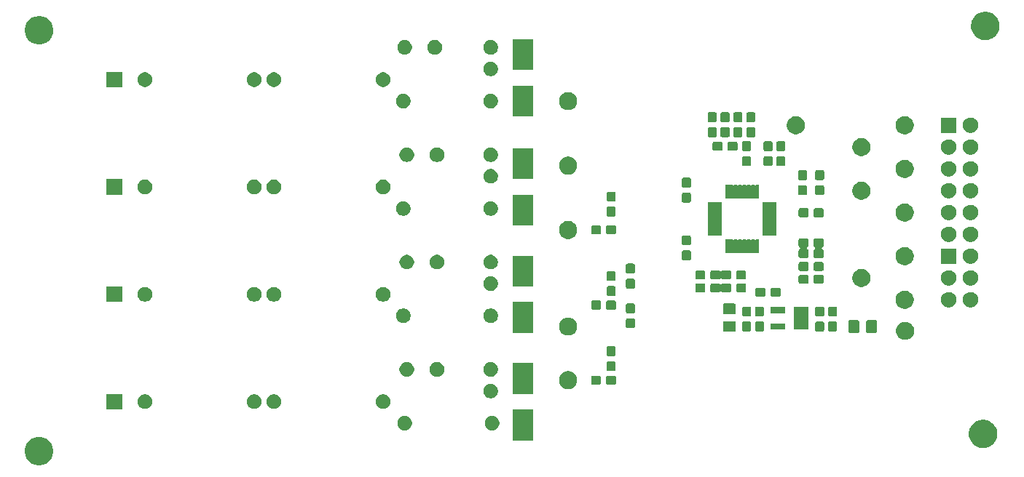
<source format=gbr>
%TF.GenerationSoftware,KiCad,Pcbnew,(5.1.5-0)*%
%TF.CreationDate,2020-04-03T13:37:13+02:00*%
%TF.ProjectId,egc_ads1292,6567635f-6164-4733-9132-39322e6b6963,rev?*%
%TF.SameCoordinates,PX23c3460PY8f0d180*%
%TF.FileFunction,Soldermask,Top*%
%TF.FilePolarity,Negative*%
%FSLAX46Y46*%
G04 Gerber Fmt 4.6, Leading zero omitted, Abs format (unit mm)*
G04 Created by KiCad (PCBNEW (5.1.5-0)) date 2020-04-03 13:37:13*
%MOMM*%
%LPD*%
G04 APERTURE LIST*
%ADD10C,0.100000*%
G04 APERTURE END LIST*
D10*
G36*
X5375256Y2108702D02*
G01*
X5481579Y2087553D01*
X5782042Y1963097D01*
X6052451Y1782415D01*
X6282415Y1552451D01*
X6463097Y1282042D01*
X6587553Y981579D01*
X6651000Y662609D01*
X6651000Y337391D01*
X6587553Y18421D01*
X6463097Y-282042D01*
X6282415Y-552451D01*
X6052451Y-782415D01*
X5782042Y-963097D01*
X5481579Y-1087553D01*
X5375256Y-1108702D01*
X5162611Y-1151000D01*
X4837389Y-1151000D01*
X4624744Y-1108702D01*
X4518421Y-1087553D01*
X4217958Y-963097D01*
X3947549Y-782415D01*
X3717585Y-552451D01*
X3536903Y-282042D01*
X3412447Y18421D01*
X3349000Y337391D01*
X3349000Y662609D01*
X3412447Y981579D01*
X3536903Y1282042D01*
X3717585Y1552451D01*
X3947549Y1782415D01*
X4217958Y1963097D01*
X4518421Y2087553D01*
X4624744Y2108702D01*
X4837389Y2151000D01*
X5162611Y2151000D01*
X5375256Y2108702D01*
G37*
G36*
X115125256Y4108702D02*
G01*
X115231579Y4087553D01*
X115532042Y3963097D01*
X115802451Y3782415D01*
X116032415Y3552451D01*
X116066278Y3501771D01*
X116213098Y3282040D01*
X116249550Y3194037D01*
X116337553Y2981579D01*
X116401000Y2662609D01*
X116401000Y2337391D01*
X116337553Y2018421D01*
X116213097Y1717958D01*
X116032415Y1447549D01*
X115802451Y1217585D01*
X115532042Y1036903D01*
X115231579Y912447D01*
X115125256Y891298D01*
X114912611Y849000D01*
X114587389Y849000D01*
X114374744Y891298D01*
X114268421Y912447D01*
X113967958Y1036903D01*
X113697549Y1217585D01*
X113467585Y1447549D01*
X113286903Y1717958D01*
X113162447Y2018421D01*
X113099000Y2337391D01*
X113099000Y2662609D01*
X113162447Y2981579D01*
X113250450Y3194037D01*
X113286902Y3282040D01*
X113433722Y3501771D01*
X113467585Y3552451D01*
X113697549Y3782415D01*
X113967958Y3963097D01*
X114268421Y4087553D01*
X114374744Y4108702D01*
X114587389Y4151000D01*
X114912611Y4151000D01*
X115125256Y4108702D01*
G37*
G36*
X62451000Y1749000D02*
G01*
X60049000Y1749000D01*
X60049000Y5351000D01*
X62451000Y5351000D01*
X62451000Y1749000D01*
G37*
G36*
X57908228Y4568297D02*
G01*
X58063100Y4504147D01*
X58202481Y4411015D01*
X58321015Y4292481D01*
X58414147Y4153100D01*
X58478297Y3998228D01*
X58511000Y3833816D01*
X58511000Y3666184D01*
X58478297Y3501772D01*
X58414147Y3346900D01*
X58321015Y3207519D01*
X58202481Y3088985D01*
X58063100Y2995853D01*
X57908228Y2931703D01*
X57743816Y2899000D01*
X57576184Y2899000D01*
X57411772Y2931703D01*
X57256900Y2995853D01*
X57117519Y3088985D01*
X56998985Y3207519D01*
X56905853Y3346900D01*
X56841703Y3501772D01*
X56809000Y3666184D01*
X56809000Y3833816D01*
X56841703Y3998228D01*
X56905853Y4153100D01*
X56998985Y4292481D01*
X57117519Y4411015D01*
X57256900Y4504147D01*
X57411772Y4568297D01*
X57576184Y4601000D01*
X57743816Y4601000D01*
X57908228Y4568297D01*
G37*
G36*
X47748228Y4568297D02*
G01*
X47903100Y4504147D01*
X48042481Y4411015D01*
X48161015Y4292481D01*
X48254147Y4153100D01*
X48318297Y3998228D01*
X48351000Y3833816D01*
X48351000Y3666184D01*
X48318297Y3501772D01*
X48254147Y3346900D01*
X48161015Y3207519D01*
X48042481Y3088985D01*
X47903100Y2995853D01*
X47748228Y2931703D01*
X47583816Y2899000D01*
X47416184Y2899000D01*
X47251772Y2931703D01*
X47096900Y2995853D01*
X46957519Y3088985D01*
X46838985Y3207519D01*
X46745853Y3346900D01*
X46681703Y3501772D01*
X46649000Y3666184D01*
X46649000Y3833816D01*
X46681703Y3998228D01*
X46745853Y4153100D01*
X46838985Y4292481D01*
X46957519Y4411015D01*
X47096900Y4504147D01*
X47251772Y4568297D01*
X47416184Y4601000D01*
X47583816Y4601000D01*
X47748228Y4568297D01*
G37*
G36*
X14651000Y5349000D02*
G01*
X12849000Y5349000D01*
X12849000Y7151000D01*
X14651000Y7151000D01*
X14651000Y5349000D01*
G37*
G36*
X45248228Y7068297D02*
G01*
X45403100Y7004147D01*
X45542481Y6911015D01*
X45661015Y6792481D01*
X45754147Y6653100D01*
X45818297Y6498228D01*
X45851000Y6333816D01*
X45851000Y6166184D01*
X45818297Y6001772D01*
X45754147Y5846900D01*
X45661015Y5707519D01*
X45542481Y5588985D01*
X45403100Y5495853D01*
X45248228Y5431703D01*
X45083816Y5399000D01*
X44916184Y5399000D01*
X44751772Y5431703D01*
X44596900Y5495853D01*
X44457519Y5588985D01*
X44338985Y5707519D01*
X44245853Y5846900D01*
X44181703Y6001772D01*
X44149000Y6166184D01*
X44149000Y6333816D01*
X44181703Y6498228D01*
X44245853Y6653100D01*
X44338985Y6792481D01*
X44457519Y6911015D01*
X44596900Y7004147D01*
X44751772Y7068297D01*
X44916184Y7101000D01*
X45083816Y7101000D01*
X45248228Y7068297D01*
G37*
G36*
X32548228Y7068297D02*
G01*
X32703100Y7004147D01*
X32842481Y6911015D01*
X32961015Y6792481D01*
X33054147Y6653100D01*
X33118297Y6498228D01*
X33151000Y6333816D01*
X33151000Y6166184D01*
X33118297Y6001772D01*
X33054147Y5846900D01*
X32961015Y5707519D01*
X32842481Y5588985D01*
X32703100Y5495853D01*
X32548228Y5431703D01*
X32383816Y5399000D01*
X32216184Y5399000D01*
X32051772Y5431703D01*
X31896900Y5495853D01*
X31757519Y5588985D01*
X31638985Y5707519D01*
X31545853Y5846900D01*
X31481703Y6001772D01*
X31449000Y6166184D01*
X31449000Y6333816D01*
X31481703Y6498228D01*
X31545853Y6653100D01*
X31638985Y6792481D01*
X31757519Y6911015D01*
X31896900Y7004147D01*
X32051772Y7068297D01*
X32216184Y7101000D01*
X32383816Y7101000D01*
X32548228Y7068297D01*
G37*
G36*
X30248228Y7068297D02*
G01*
X30403100Y7004147D01*
X30542481Y6911015D01*
X30661015Y6792481D01*
X30754147Y6653100D01*
X30818297Y6498228D01*
X30851000Y6333816D01*
X30851000Y6166184D01*
X30818297Y6001772D01*
X30754147Y5846900D01*
X30661015Y5707519D01*
X30542481Y5588985D01*
X30403100Y5495853D01*
X30248228Y5431703D01*
X30083816Y5399000D01*
X29916184Y5399000D01*
X29751772Y5431703D01*
X29596900Y5495853D01*
X29457519Y5588985D01*
X29338985Y5707519D01*
X29245853Y5846900D01*
X29181703Y6001772D01*
X29149000Y6166184D01*
X29149000Y6333816D01*
X29181703Y6498228D01*
X29245853Y6653100D01*
X29338985Y6792481D01*
X29457519Y6911015D01*
X29596900Y7004147D01*
X29751772Y7068297D01*
X29916184Y7101000D01*
X30083816Y7101000D01*
X30248228Y7068297D01*
G37*
G36*
X17548228Y7068297D02*
G01*
X17703100Y7004147D01*
X17842481Y6911015D01*
X17961015Y6792481D01*
X18054147Y6653100D01*
X18118297Y6498228D01*
X18151000Y6333816D01*
X18151000Y6166184D01*
X18118297Y6001772D01*
X18054147Y5846900D01*
X17961015Y5707519D01*
X17842481Y5588985D01*
X17703100Y5495853D01*
X17548228Y5431703D01*
X17383816Y5399000D01*
X17216184Y5399000D01*
X17051772Y5431703D01*
X16896900Y5495853D01*
X16757519Y5588985D01*
X16638985Y5707519D01*
X16545853Y5846900D01*
X16481703Y6001772D01*
X16449000Y6166184D01*
X16449000Y6333816D01*
X16481703Y6498228D01*
X16545853Y6653100D01*
X16638985Y6792481D01*
X16757519Y6911015D01*
X16896900Y7004147D01*
X17051772Y7068297D01*
X17216184Y7101000D01*
X17383816Y7101000D01*
X17548228Y7068297D01*
G37*
G36*
X57748228Y8318297D02*
G01*
X57903100Y8254147D01*
X58042481Y8161015D01*
X58161015Y8042481D01*
X58254147Y7903100D01*
X58318297Y7748228D01*
X58351000Y7583816D01*
X58351000Y7416184D01*
X58318297Y7251772D01*
X58254147Y7096900D01*
X58161015Y6957519D01*
X58042481Y6838985D01*
X57903100Y6745853D01*
X57748228Y6681703D01*
X57583816Y6649000D01*
X57416184Y6649000D01*
X57251772Y6681703D01*
X57096900Y6745853D01*
X56957519Y6838985D01*
X56838985Y6957519D01*
X56745853Y7096900D01*
X56681703Y7251772D01*
X56649000Y7416184D01*
X56649000Y7583816D01*
X56681703Y7748228D01*
X56745853Y7903100D01*
X56838985Y8042481D01*
X56957519Y8161015D01*
X57096900Y8254147D01*
X57251772Y8318297D01*
X57416184Y8351000D01*
X57583816Y8351000D01*
X57748228Y8318297D01*
G37*
G36*
X62451000Y7149000D02*
G01*
X60049000Y7149000D01*
X60049000Y10751000D01*
X62451000Y10751000D01*
X62451000Y7149000D01*
G37*
G36*
X66806564Y9760611D02*
G01*
X66997833Y9681385D01*
X66997835Y9681384D01*
X67169973Y9566365D01*
X67316365Y9419973D01*
X67425942Y9255980D01*
X67431385Y9247833D01*
X67510611Y9056564D01*
X67551000Y8853516D01*
X67551000Y8646484D01*
X67510611Y8443436D01*
X67432205Y8254147D01*
X67431384Y8252165D01*
X67316365Y8080027D01*
X67169973Y7933635D01*
X66997835Y7818616D01*
X66997834Y7818615D01*
X66997833Y7818615D01*
X66806564Y7739389D01*
X66603516Y7699000D01*
X66396484Y7699000D01*
X66193436Y7739389D01*
X66002167Y7818615D01*
X66002166Y7818615D01*
X66002165Y7818616D01*
X65830027Y7933635D01*
X65683635Y8080027D01*
X65568616Y8252165D01*
X65567795Y8254147D01*
X65489389Y8443436D01*
X65449000Y8646484D01*
X65449000Y8853516D01*
X65489389Y9056564D01*
X65568615Y9247833D01*
X65574059Y9255980D01*
X65683635Y9419973D01*
X65830027Y9566365D01*
X66002165Y9681384D01*
X66002167Y9681385D01*
X66193436Y9760611D01*
X66396484Y9801000D01*
X66603516Y9801000D01*
X66806564Y9760611D01*
G37*
G36*
X71914499Y9271555D02*
G01*
X71951995Y9260180D01*
X71986554Y9241708D01*
X72016847Y9216847D01*
X72041708Y9186554D01*
X72060180Y9151995D01*
X72071555Y9114499D01*
X72076000Y9069362D01*
X72076000Y8430638D01*
X72071555Y8385501D01*
X72060180Y8348005D01*
X72041708Y8313446D01*
X72016847Y8283153D01*
X71986554Y8258292D01*
X71951995Y8239820D01*
X71914499Y8228445D01*
X71869362Y8224000D01*
X71130638Y8224000D01*
X71085501Y8228445D01*
X71048005Y8239820D01*
X71013446Y8258292D01*
X70983153Y8283153D01*
X70958292Y8313446D01*
X70939820Y8348005D01*
X70928445Y8385501D01*
X70924000Y8430638D01*
X70924000Y9069362D01*
X70928445Y9114499D01*
X70939820Y9151995D01*
X70958292Y9186554D01*
X70983153Y9216847D01*
X71013446Y9241708D01*
X71048005Y9260180D01*
X71085501Y9271555D01*
X71130638Y9276000D01*
X71869362Y9276000D01*
X71914499Y9271555D01*
G37*
G36*
X70164499Y9271555D02*
G01*
X70201995Y9260180D01*
X70236554Y9241708D01*
X70266847Y9216847D01*
X70291708Y9186554D01*
X70310180Y9151995D01*
X70321555Y9114499D01*
X70326000Y9069362D01*
X70326000Y8430638D01*
X70321555Y8385501D01*
X70310180Y8348005D01*
X70291708Y8313446D01*
X70266847Y8283153D01*
X70236554Y8258292D01*
X70201995Y8239820D01*
X70164499Y8228445D01*
X70119362Y8224000D01*
X69380638Y8224000D01*
X69335501Y8228445D01*
X69298005Y8239820D01*
X69263446Y8258292D01*
X69233153Y8283153D01*
X69208292Y8313446D01*
X69189820Y8348005D01*
X69178445Y8385501D01*
X69174000Y8430638D01*
X69174000Y9069362D01*
X69178445Y9114499D01*
X69189820Y9151995D01*
X69208292Y9186554D01*
X69233153Y9216847D01*
X69263446Y9241708D01*
X69298005Y9260180D01*
X69335501Y9271555D01*
X69380638Y9276000D01*
X70119362Y9276000D01*
X70164499Y9271555D01*
G37*
G36*
X57748228Y10818297D02*
G01*
X57903100Y10754147D01*
X58042481Y10661015D01*
X58161015Y10542481D01*
X58254147Y10403100D01*
X58318297Y10248228D01*
X58351000Y10083816D01*
X58351000Y9916184D01*
X58318297Y9751772D01*
X58254147Y9596900D01*
X58161015Y9457519D01*
X58042481Y9338985D01*
X57903100Y9245853D01*
X57748228Y9181703D01*
X57583816Y9149000D01*
X57416184Y9149000D01*
X57251772Y9181703D01*
X57096900Y9245853D01*
X56957519Y9338985D01*
X56838985Y9457519D01*
X56745853Y9596900D01*
X56681703Y9751772D01*
X56649000Y9916184D01*
X56649000Y10083816D01*
X56681703Y10248228D01*
X56745853Y10403100D01*
X56838985Y10542481D01*
X56957519Y10661015D01*
X57096900Y10754147D01*
X57251772Y10818297D01*
X57416184Y10851000D01*
X57583816Y10851000D01*
X57748228Y10818297D01*
G37*
G36*
X51498228Y10818297D02*
G01*
X51653100Y10754147D01*
X51792481Y10661015D01*
X51911015Y10542481D01*
X52004147Y10403100D01*
X52068297Y10248228D01*
X52101000Y10083816D01*
X52101000Y9916184D01*
X52068297Y9751772D01*
X52004147Y9596900D01*
X51911015Y9457519D01*
X51792481Y9338985D01*
X51653100Y9245853D01*
X51498228Y9181703D01*
X51333816Y9149000D01*
X51166184Y9149000D01*
X51001772Y9181703D01*
X50846900Y9245853D01*
X50707519Y9338985D01*
X50588985Y9457519D01*
X50495853Y9596900D01*
X50431703Y9751772D01*
X50399000Y9916184D01*
X50399000Y10083816D01*
X50431703Y10248228D01*
X50495853Y10403100D01*
X50588985Y10542481D01*
X50707519Y10661015D01*
X50846900Y10754147D01*
X51001772Y10818297D01*
X51166184Y10851000D01*
X51333816Y10851000D01*
X51498228Y10818297D01*
G37*
G36*
X47998228Y10818297D02*
G01*
X48153100Y10754147D01*
X48292481Y10661015D01*
X48411015Y10542481D01*
X48504147Y10403100D01*
X48568297Y10248228D01*
X48601000Y10083816D01*
X48601000Y9916184D01*
X48568297Y9751772D01*
X48504147Y9596900D01*
X48411015Y9457519D01*
X48292481Y9338985D01*
X48153100Y9245853D01*
X47998228Y9181703D01*
X47833816Y9149000D01*
X47666184Y9149000D01*
X47501772Y9181703D01*
X47346900Y9245853D01*
X47207519Y9338985D01*
X47088985Y9457519D01*
X46995853Y9596900D01*
X46931703Y9751772D01*
X46899000Y9916184D01*
X46899000Y10083816D01*
X46931703Y10248228D01*
X46995853Y10403100D01*
X47088985Y10542481D01*
X47207519Y10661015D01*
X47346900Y10754147D01*
X47501772Y10818297D01*
X47666184Y10851000D01*
X47833816Y10851000D01*
X47998228Y10818297D01*
G37*
G36*
X71864499Y10946555D02*
G01*
X71901995Y10935180D01*
X71936554Y10916708D01*
X71966847Y10891847D01*
X71991708Y10861554D01*
X72010180Y10826995D01*
X72021555Y10789499D01*
X72026000Y10744362D01*
X72026000Y10005638D01*
X72021555Y9960501D01*
X72010180Y9923005D01*
X71991708Y9888446D01*
X71966847Y9858153D01*
X71936554Y9833292D01*
X71901995Y9814820D01*
X71864499Y9803445D01*
X71819362Y9799000D01*
X71180638Y9799000D01*
X71135501Y9803445D01*
X71098005Y9814820D01*
X71063446Y9833292D01*
X71033153Y9858153D01*
X71008292Y9888446D01*
X70989820Y9923005D01*
X70978445Y9960501D01*
X70974000Y10005638D01*
X70974000Y10744362D01*
X70978445Y10789499D01*
X70989820Y10826995D01*
X71008292Y10861554D01*
X71033153Y10891847D01*
X71063446Y10916708D01*
X71098005Y10935180D01*
X71135501Y10946555D01*
X71180638Y10951000D01*
X71819362Y10951000D01*
X71864499Y10946555D01*
G37*
G36*
X71864499Y12696555D02*
G01*
X71901995Y12685180D01*
X71936554Y12666708D01*
X71966847Y12641847D01*
X71991708Y12611554D01*
X72010180Y12576995D01*
X72021555Y12539499D01*
X72026000Y12494362D01*
X72026000Y11755638D01*
X72021555Y11710501D01*
X72010180Y11673005D01*
X71991708Y11638446D01*
X71966847Y11608153D01*
X71936554Y11583292D01*
X71901995Y11564820D01*
X71864499Y11553445D01*
X71819362Y11549000D01*
X71180638Y11549000D01*
X71135501Y11553445D01*
X71098005Y11564820D01*
X71063446Y11583292D01*
X71033153Y11608153D01*
X71008292Y11638446D01*
X70989820Y11673005D01*
X70978445Y11710501D01*
X70974000Y11755638D01*
X70974000Y12494362D01*
X70978445Y12539499D01*
X70989820Y12576995D01*
X71008292Y12611554D01*
X71033153Y12641847D01*
X71063446Y12666708D01*
X71098005Y12685180D01*
X71135501Y12696555D01*
X71180638Y12701000D01*
X71819362Y12701000D01*
X71864499Y12696555D01*
G37*
G36*
X105976564Y15510611D02*
G01*
X106167060Y15431705D01*
X106167835Y15431384D01*
X106339973Y15316365D01*
X106486365Y15169973D01*
X106530772Y15103514D01*
X106601385Y14997833D01*
X106680611Y14806564D01*
X106721000Y14603516D01*
X106721000Y14396484D01*
X106680611Y14193436D01*
X106601385Y14002167D01*
X106601384Y14002165D01*
X106486365Y13830027D01*
X106339973Y13683635D01*
X106167835Y13568616D01*
X106167834Y13568615D01*
X106167833Y13568615D01*
X105976564Y13489389D01*
X105773516Y13449000D01*
X105566484Y13449000D01*
X105363436Y13489389D01*
X105172167Y13568615D01*
X105172166Y13568615D01*
X105172165Y13568616D01*
X105000027Y13683635D01*
X104853635Y13830027D01*
X104738616Y14002165D01*
X104738615Y14002167D01*
X104659389Y14193436D01*
X104619000Y14396484D01*
X104619000Y14603516D01*
X104659389Y14806564D01*
X104738615Y14997833D01*
X104809229Y15103514D01*
X104853635Y15169973D01*
X105000027Y15316365D01*
X105172165Y15431384D01*
X105172940Y15431705D01*
X105363436Y15510611D01*
X105566484Y15551000D01*
X105773516Y15551000D01*
X105976564Y15510611D01*
G37*
G36*
X66806564Y16010611D02*
G01*
X66961209Y15946555D01*
X66997835Y15931384D01*
X67169973Y15816365D01*
X67316365Y15669973D01*
X67418681Y15516847D01*
X67431385Y15497833D01*
X67510611Y15306564D01*
X67551000Y15103516D01*
X67551000Y14896484D01*
X67510611Y14693436D01*
X67436057Y14513446D01*
X67431384Y14502165D01*
X67316365Y14330027D01*
X67169973Y14183635D01*
X66997835Y14068616D01*
X66997834Y14068615D01*
X66997833Y14068615D01*
X66806564Y13989389D01*
X66603516Y13949000D01*
X66396484Y13949000D01*
X66193436Y13989389D01*
X66002167Y14068615D01*
X66002166Y14068615D01*
X66002165Y14068616D01*
X65830027Y14183635D01*
X65683635Y14330027D01*
X65568616Y14502165D01*
X65563943Y14513446D01*
X65489389Y14693436D01*
X65449000Y14896484D01*
X65449000Y15103516D01*
X65489389Y15306564D01*
X65568615Y15497833D01*
X65581320Y15516847D01*
X65683635Y15669973D01*
X65830027Y15816365D01*
X66002165Y15931384D01*
X66038791Y15946555D01*
X66193436Y16010611D01*
X66396484Y16051000D01*
X66603516Y16051000D01*
X66806564Y16010611D01*
G37*
G36*
X102238674Y15746535D02*
G01*
X102276367Y15735101D01*
X102311103Y15716534D01*
X102341548Y15691548D01*
X102366534Y15661103D01*
X102385101Y15626367D01*
X102396535Y15588674D01*
X102401000Y15543339D01*
X102401000Y14456661D01*
X102396535Y14411326D01*
X102385101Y14373633D01*
X102366534Y14338897D01*
X102341548Y14308452D01*
X102311103Y14283466D01*
X102276367Y14264899D01*
X102238674Y14253465D01*
X102193339Y14249000D01*
X101356661Y14249000D01*
X101311326Y14253465D01*
X101273633Y14264899D01*
X101238897Y14283466D01*
X101208452Y14308452D01*
X101183466Y14338897D01*
X101164899Y14373633D01*
X101153465Y14411326D01*
X101149000Y14456661D01*
X101149000Y15543339D01*
X101153465Y15588674D01*
X101164899Y15626367D01*
X101183466Y15661103D01*
X101208452Y15691548D01*
X101238897Y15716534D01*
X101273633Y15735101D01*
X101311326Y15746535D01*
X101356661Y15751000D01*
X102193339Y15751000D01*
X102238674Y15746535D01*
G37*
G36*
X100188674Y15746535D02*
G01*
X100226367Y15735101D01*
X100261103Y15716534D01*
X100291548Y15691548D01*
X100316534Y15661103D01*
X100335101Y15626367D01*
X100346535Y15588674D01*
X100351000Y15543339D01*
X100351000Y14456661D01*
X100346535Y14411326D01*
X100335101Y14373633D01*
X100316534Y14338897D01*
X100291548Y14308452D01*
X100261103Y14283466D01*
X100226367Y14264899D01*
X100188674Y14253465D01*
X100143339Y14249000D01*
X99306661Y14249000D01*
X99261326Y14253465D01*
X99223633Y14264899D01*
X99188897Y14283466D01*
X99158452Y14308452D01*
X99133466Y14338897D01*
X99114899Y14373633D01*
X99103465Y14411326D01*
X99099000Y14456661D01*
X99099000Y15543339D01*
X99103465Y15588674D01*
X99114899Y15626367D01*
X99133466Y15661103D01*
X99158452Y15691548D01*
X99188897Y15716534D01*
X99223633Y15735101D01*
X99261326Y15746535D01*
X99306661Y15751000D01*
X100143339Y15751000D01*
X100188674Y15746535D01*
G37*
G36*
X62451000Y14249000D02*
G01*
X60049000Y14249000D01*
X60049000Y17851000D01*
X62451000Y17851000D01*
X62451000Y14249000D01*
G37*
G36*
X85838674Y15621535D02*
G01*
X85876367Y15610101D01*
X85911103Y15591534D01*
X85941548Y15566548D01*
X85966534Y15536103D01*
X85985101Y15501367D01*
X85996535Y15463674D01*
X86001000Y15418339D01*
X86001000Y14581661D01*
X85996535Y14536326D01*
X85985101Y14498633D01*
X85966534Y14463897D01*
X85941548Y14433452D01*
X85911103Y14408466D01*
X85876367Y14389899D01*
X85838674Y14378465D01*
X85793339Y14374000D01*
X84706661Y14374000D01*
X84661326Y14378465D01*
X84623633Y14389899D01*
X84588897Y14408466D01*
X84558452Y14433452D01*
X84533466Y14463897D01*
X84514899Y14498633D01*
X84503465Y14536326D01*
X84499000Y14581661D01*
X84499000Y15418339D01*
X84503465Y15463674D01*
X84514899Y15501367D01*
X84533466Y15536103D01*
X84558452Y15566548D01*
X84588897Y15591534D01*
X84623633Y15610101D01*
X84661326Y15621535D01*
X84706661Y15626000D01*
X85793339Y15626000D01*
X85838674Y15621535D01*
G37*
G36*
X97614499Y15571555D02*
G01*
X97651995Y15560180D01*
X97686554Y15541708D01*
X97716847Y15516847D01*
X97741708Y15486554D01*
X97760180Y15451995D01*
X97771555Y15414499D01*
X97776000Y15369362D01*
X97776000Y14630638D01*
X97771555Y14585501D01*
X97760180Y14548005D01*
X97741708Y14513446D01*
X97716847Y14483153D01*
X97686554Y14458292D01*
X97651995Y14439820D01*
X97614499Y14428445D01*
X97569362Y14424000D01*
X96930638Y14424000D01*
X96885501Y14428445D01*
X96848005Y14439820D01*
X96813446Y14458292D01*
X96783153Y14483153D01*
X96758292Y14513446D01*
X96739820Y14548005D01*
X96728445Y14585501D01*
X96724000Y14630638D01*
X96724000Y15369362D01*
X96728445Y15414499D01*
X96739820Y15451995D01*
X96758292Y15486554D01*
X96783153Y15516847D01*
X96813446Y15541708D01*
X96848005Y15560180D01*
X96885501Y15571555D01*
X96930638Y15576000D01*
X97569362Y15576000D01*
X97614499Y15571555D01*
G37*
G36*
X96114499Y15571555D02*
G01*
X96151995Y15560180D01*
X96186554Y15541708D01*
X96216847Y15516847D01*
X96241708Y15486554D01*
X96260180Y15451995D01*
X96271555Y15414499D01*
X96276000Y15369362D01*
X96276000Y14630638D01*
X96271555Y14585501D01*
X96260180Y14548005D01*
X96241708Y14513446D01*
X96216847Y14483153D01*
X96186554Y14458292D01*
X96151995Y14439820D01*
X96114499Y14428445D01*
X96069362Y14424000D01*
X95430638Y14424000D01*
X95385501Y14428445D01*
X95348005Y14439820D01*
X95313446Y14458292D01*
X95283153Y14483153D01*
X95258292Y14513446D01*
X95239820Y14548005D01*
X95228445Y14585501D01*
X95224000Y14630638D01*
X95224000Y15369362D01*
X95228445Y15414499D01*
X95239820Y15451995D01*
X95258292Y15486554D01*
X95283153Y15516847D01*
X95313446Y15541708D01*
X95348005Y15560180D01*
X95385501Y15571555D01*
X95430638Y15576000D01*
X96069362Y15576000D01*
X96114499Y15571555D01*
G37*
G36*
X89114499Y15571555D02*
G01*
X89151995Y15560180D01*
X89186554Y15541708D01*
X89216847Y15516847D01*
X89241708Y15486554D01*
X89260180Y15451995D01*
X89271555Y15414499D01*
X89276000Y15369362D01*
X89276000Y14630638D01*
X89271555Y14585501D01*
X89260180Y14548005D01*
X89241708Y14513446D01*
X89216847Y14483153D01*
X89186554Y14458292D01*
X89151995Y14439820D01*
X89114499Y14428445D01*
X89069362Y14424000D01*
X88430638Y14424000D01*
X88385501Y14428445D01*
X88348005Y14439820D01*
X88313446Y14458292D01*
X88283153Y14483153D01*
X88258292Y14513446D01*
X88239820Y14548005D01*
X88228445Y14585501D01*
X88224000Y14630638D01*
X88224000Y15369362D01*
X88228445Y15414499D01*
X88239820Y15451995D01*
X88258292Y15486554D01*
X88283153Y15516847D01*
X88313446Y15541708D01*
X88348005Y15560180D01*
X88385501Y15571555D01*
X88430638Y15576000D01*
X89069362Y15576000D01*
X89114499Y15571555D01*
G37*
G36*
X87614499Y15571555D02*
G01*
X87651995Y15560180D01*
X87686554Y15541708D01*
X87716847Y15516847D01*
X87741708Y15486554D01*
X87760180Y15451995D01*
X87771555Y15414499D01*
X87776000Y15369362D01*
X87776000Y14630638D01*
X87771555Y14585501D01*
X87760180Y14548005D01*
X87741708Y14513446D01*
X87716847Y14483153D01*
X87686554Y14458292D01*
X87651995Y14439820D01*
X87614499Y14428445D01*
X87569362Y14424000D01*
X86930638Y14424000D01*
X86885501Y14428445D01*
X86848005Y14439820D01*
X86813446Y14458292D01*
X86783153Y14483153D01*
X86758292Y14513446D01*
X86739820Y14548005D01*
X86728445Y14585501D01*
X86724000Y14630638D01*
X86724000Y15369362D01*
X86728445Y15414499D01*
X86739820Y15451995D01*
X86758292Y15486554D01*
X86783153Y15516847D01*
X86813446Y15541708D01*
X86848005Y15560180D01*
X86885501Y15571555D01*
X86930638Y15576000D01*
X87569362Y15576000D01*
X87614499Y15571555D01*
G37*
G36*
X91731000Y14624000D02*
G01*
X90069000Y14624000D01*
X90069000Y15376000D01*
X91731000Y15376000D01*
X91731000Y14624000D01*
G37*
G36*
X94431000Y14624000D02*
G01*
X92769000Y14624000D01*
X92769000Y17276000D01*
X94431000Y17276000D01*
X94431000Y14624000D01*
G37*
G36*
X74114499Y15946555D02*
G01*
X74151995Y15935180D01*
X74186554Y15916708D01*
X74216847Y15891847D01*
X74241708Y15861554D01*
X74260180Y15826995D01*
X74271555Y15789499D01*
X74276000Y15744362D01*
X74276000Y15005638D01*
X74271555Y14960501D01*
X74260180Y14923005D01*
X74241708Y14888446D01*
X74216847Y14858153D01*
X74186554Y14833292D01*
X74151995Y14814820D01*
X74114499Y14803445D01*
X74069362Y14799000D01*
X73430638Y14799000D01*
X73385501Y14803445D01*
X73348005Y14814820D01*
X73313446Y14833292D01*
X73283153Y14858153D01*
X73258292Y14888446D01*
X73239820Y14923005D01*
X73228445Y14960501D01*
X73224000Y15005638D01*
X73224000Y15744362D01*
X73228445Y15789499D01*
X73239820Y15826995D01*
X73258292Y15861554D01*
X73283153Y15891847D01*
X73313446Y15916708D01*
X73348005Y15935180D01*
X73385501Y15946555D01*
X73430638Y15951000D01*
X74069362Y15951000D01*
X74114499Y15946555D01*
G37*
G36*
X47588228Y17068297D02*
G01*
X47743100Y17004147D01*
X47882481Y16911015D01*
X48001015Y16792481D01*
X48094147Y16653100D01*
X48158297Y16498228D01*
X48191000Y16333816D01*
X48191000Y16166184D01*
X48158297Y16001772D01*
X48094147Y15846900D01*
X48001015Y15707519D01*
X47882481Y15588985D01*
X47743100Y15495853D01*
X47588228Y15431703D01*
X47423816Y15399000D01*
X47256184Y15399000D01*
X47091772Y15431703D01*
X46936900Y15495853D01*
X46797519Y15588985D01*
X46678985Y15707519D01*
X46585853Y15846900D01*
X46521703Y16001772D01*
X46489000Y16166184D01*
X46489000Y16333816D01*
X46521703Y16498228D01*
X46585853Y16653100D01*
X46678985Y16792481D01*
X46797519Y16911015D01*
X46936900Y17004147D01*
X47091772Y17068297D01*
X47256184Y17101000D01*
X47423816Y17101000D01*
X47588228Y17068297D01*
G37*
G36*
X57748228Y17068297D02*
G01*
X57903100Y17004147D01*
X58042481Y16911015D01*
X58161015Y16792481D01*
X58254147Y16653100D01*
X58318297Y16498228D01*
X58351000Y16333816D01*
X58351000Y16166184D01*
X58318297Y16001772D01*
X58254147Y15846900D01*
X58161015Y15707519D01*
X58042481Y15588985D01*
X57903100Y15495853D01*
X57748228Y15431703D01*
X57583816Y15399000D01*
X57416184Y15399000D01*
X57251772Y15431703D01*
X57096900Y15495853D01*
X56957519Y15588985D01*
X56838985Y15707519D01*
X56745853Y15846900D01*
X56681703Y16001772D01*
X56649000Y16166184D01*
X56649000Y16333816D01*
X56681703Y16498228D01*
X56745853Y16653100D01*
X56838985Y16792481D01*
X56957519Y16911015D01*
X57096900Y17004147D01*
X57251772Y17068297D01*
X57416184Y17101000D01*
X57583816Y17101000D01*
X57748228Y17068297D01*
G37*
G36*
X89114499Y17321555D02*
G01*
X89151995Y17310180D01*
X89186554Y17291708D01*
X89216847Y17266847D01*
X89241708Y17236554D01*
X89260180Y17201995D01*
X89271555Y17164499D01*
X89276000Y17119362D01*
X89276000Y16380638D01*
X89271555Y16335501D01*
X89260180Y16298005D01*
X89241708Y16263446D01*
X89216847Y16233153D01*
X89186554Y16208292D01*
X89151995Y16189820D01*
X89114499Y16178445D01*
X89069362Y16174000D01*
X88430638Y16174000D01*
X88385501Y16178445D01*
X88348005Y16189820D01*
X88313446Y16208292D01*
X88283153Y16233153D01*
X88258292Y16263446D01*
X88239820Y16298005D01*
X88228445Y16335501D01*
X88224000Y16380638D01*
X88224000Y17119362D01*
X88228445Y17164499D01*
X88239820Y17201995D01*
X88258292Y17236554D01*
X88283153Y17266847D01*
X88313446Y17291708D01*
X88348005Y17310180D01*
X88385501Y17321555D01*
X88430638Y17326000D01*
X89069362Y17326000D01*
X89114499Y17321555D01*
G37*
G36*
X97614499Y17321555D02*
G01*
X97651995Y17310180D01*
X97686554Y17291708D01*
X97716847Y17266847D01*
X97741708Y17236554D01*
X97760180Y17201995D01*
X97771555Y17164499D01*
X97776000Y17119362D01*
X97776000Y16380638D01*
X97771555Y16335501D01*
X97760180Y16298005D01*
X97741708Y16263446D01*
X97716847Y16233153D01*
X97686554Y16208292D01*
X97651995Y16189820D01*
X97614499Y16178445D01*
X97569362Y16174000D01*
X96930638Y16174000D01*
X96885501Y16178445D01*
X96848005Y16189820D01*
X96813446Y16208292D01*
X96783153Y16233153D01*
X96758292Y16263446D01*
X96739820Y16298005D01*
X96728445Y16335501D01*
X96724000Y16380638D01*
X96724000Y17119362D01*
X96728445Y17164499D01*
X96739820Y17201995D01*
X96758292Y17236554D01*
X96783153Y17266847D01*
X96813446Y17291708D01*
X96848005Y17310180D01*
X96885501Y17321555D01*
X96930638Y17326000D01*
X97569362Y17326000D01*
X97614499Y17321555D01*
G37*
G36*
X87614499Y17321555D02*
G01*
X87651995Y17310180D01*
X87686554Y17291708D01*
X87716847Y17266847D01*
X87741708Y17236554D01*
X87760180Y17201995D01*
X87771555Y17164499D01*
X87776000Y17119362D01*
X87776000Y16380638D01*
X87771555Y16335501D01*
X87760180Y16298005D01*
X87741708Y16263446D01*
X87716847Y16233153D01*
X87686554Y16208292D01*
X87651995Y16189820D01*
X87614499Y16178445D01*
X87569362Y16174000D01*
X86930638Y16174000D01*
X86885501Y16178445D01*
X86848005Y16189820D01*
X86813446Y16208292D01*
X86783153Y16233153D01*
X86758292Y16263446D01*
X86739820Y16298005D01*
X86728445Y16335501D01*
X86724000Y16380638D01*
X86724000Y17119362D01*
X86728445Y17164499D01*
X86739820Y17201995D01*
X86758292Y17236554D01*
X86783153Y17266847D01*
X86813446Y17291708D01*
X86848005Y17310180D01*
X86885501Y17321555D01*
X86930638Y17326000D01*
X87569362Y17326000D01*
X87614499Y17321555D01*
G37*
G36*
X96114499Y17321555D02*
G01*
X96151995Y17310180D01*
X96186554Y17291708D01*
X96216847Y17266847D01*
X96241708Y17236554D01*
X96260180Y17201995D01*
X96271555Y17164499D01*
X96276000Y17119362D01*
X96276000Y16380638D01*
X96271555Y16335501D01*
X96260180Y16298005D01*
X96241708Y16263446D01*
X96216847Y16233153D01*
X96186554Y16208292D01*
X96151995Y16189820D01*
X96114499Y16178445D01*
X96069362Y16174000D01*
X95430638Y16174000D01*
X95385501Y16178445D01*
X95348005Y16189820D01*
X95313446Y16208292D01*
X95283153Y16233153D01*
X95258292Y16263446D01*
X95239820Y16298005D01*
X95228445Y16335501D01*
X95224000Y16380638D01*
X95224000Y17119362D01*
X95228445Y17164499D01*
X95239820Y17201995D01*
X95258292Y17236554D01*
X95283153Y17266847D01*
X95313446Y17291708D01*
X95348005Y17310180D01*
X95385501Y17321555D01*
X95430638Y17326000D01*
X96069362Y17326000D01*
X96114499Y17321555D01*
G37*
G36*
X85838674Y17671535D02*
G01*
X85876367Y17660101D01*
X85911103Y17641534D01*
X85941548Y17616548D01*
X85966534Y17586103D01*
X85985101Y17551367D01*
X85996535Y17513674D01*
X86001000Y17468339D01*
X86001000Y16631661D01*
X85996535Y16586326D01*
X85985101Y16548633D01*
X85966534Y16513897D01*
X85941548Y16483452D01*
X85911103Y16458466D01*
X85876367Y16439899D01*
X85838674Y16428465D01*
X85793339Y16424000D01*
X84706661Y16424000D01*
X84661326Y16428465D01*
X84623633Y16439899D01*
X84588897Y16458466D01*
X84558452Y16483452D01*
X84533466Y16513897D01*
X84514899Y16548633D01*
X84503465Y16586326D01*
X84499000Y16631661D01*
X84499000Y17468339D01*
X84503465Y17513674D01*
X84514899Y17551367D01*
X84533466Y17586103D01*
X84558452Y17616548D01*
X84588897Y17641534D01*
X84623633Y17660101D01*
X84661326Y17671535D01*
X84706661Y17676000D01*
X85793339Y17676000D01*
X85838674Y17671535D01*
G37*
G36*
X91731000Y16524000D02*
G01*
X90069000Y16524000D01*
X90069000Y17276000D01*
X91731000Y17276000D01*
X91731000Y16524000D01*
G37*
G36*
X74114499Y17696555D02*
G01*
X74151995Y17685180D01*
X74186554Y17666708D01*
X74216847Y17641847D01*
X74241708Y17611554D01*
X74260180Y17576995D01*
X74271555Y17539499D01*
X74276000Y17494362D01*
X74276000Y16755638D01*
X74271555Y16710501D01*
X74260180Y16673005D01*
X74241708Y16638446D01*
X74216847Y16608153D01*
X74186554Y16583292D01*
X74151995Y16564820D01*
X74114499Y16553445D01*
X74069362Y16549000D01*
X73430638Y16549000D01*
X73385501Y16553445D01*
X73348005Y16564820D01*
X73313446Y16583292D01*
X73283153Y16608153D01*
X73258292Y16638446D01*
X73239820Y16673005D01*
X73228445Y16710501D01*
X73224000Y16755638D01*
X73224000Y17494362D01*
X73228445Y17539499D01*
X73239820Y17576995D01*
X73258292Y17611554D01*
X73283153Y17641847D01*
X73313446Y17666708D01*
X73348005Y17685180D01*
X73385501Y17696555D01*
X73430638Y17701000D01*
X74069362Y17701000D01*
X74114499Y17696555D01*
G37*
G36*
X71914499Y18021555D02*
G01*
X71951995Y18010180D01*
X71986554Y17991708D01*
X72016847Y17966847D01*
X72041708Y17936554D01*
X72060180Y17901995D01*
X72071555Y17864499D01*
X72076000Y17819362D01*
X72076000Y17180638D01*
X72071555Y17135501D01*
X72060180Y17098005D01*
X72041708Y17063446D01*
X72016847Y17033153D01*
X71986554Y17008292D01*
X71951995Y16989820D01*
X71914499Y16978445D01*
X71869362Y16974000D01*
X71130638Y16974000D01*
X71085501Y16978445D01*
X71048005Y16989820D01*
X71013446Y17008292D01*
X70983153Y17033153D01*
X70958292Y17063446D01*
X70939820Y17098005D01*
X70928445Y17135501D01*
X70924000Y17180638D01*
X70924000Y17819362D01*
X70928445Y17864499D01*
X70939820Y17901995D01*
X70958292Y17936554D01*
X70983153Y17966847D01*
X71013446Y17991708D01*
X71048005Y18010180D01*
X71085501Y18021555D01*
X71130638Y18026000D01*
X71869362Y18026000D01*
X71914499Y18021555D01*
G37*
G36*
X70164499Y18021555D02*
G01*
X70201995Y18010180D01*
X70236554Y17991708D01*
X70266847Y17966847D01*
X70291708Y17936554D01*
X70310180Y17901995D01*
X70321555Y17864499D01*
X70326000Y17819362D01*
X70326000Y17180638D01*
X70321555Y17135501D01*
X70310180Y17098005D01*
X70291708Y17063446D01*
X70266847Y17033153D01*
X70236554Y17008292D01*
X70201995Y16989820D01*
X70164499Y16978445D01*
X70119362Y16974000D01*
X69380638Y16974000D01*
X69335501Y16978445D01*
X69298005Y16989820D01*
X69263446Y17008292D01*
X69233153Y17033153D01*
X69208292Y17063446D01*
X69189820Y17098005D01*
X69178445Y17135501D01*
X69174000Y17180638D01*
X69174000Y17819362D01*
X69178445Y17864499D01*
X69189820Y17901995D01*
X69208292Y17936554D01*
X69233153Y17966847D01*
X69263446Y17991708D01*
X69298005Y18010180D01*
X69335501Y18021555D01*
X69380638Y18026000D01*
X70119362Y18026000D01*
X70164499Y18021555D01*
G37*
G36*
X105936564Y19130611D02*
G01*
X106098715Y19063446D01*
X106127835Y19051384D01*
X106299973Y18936365D01*
X106446365Y18789973D01*
X106555908Y18626031D01*
X106561385Y18617833D01*
X106640611Y18426564D01*
X106681000Y18223516D01*
X106681000Y18016484D01*
X106640611Y17813436D01*
X106569407Y17641534D01*
X106561384Y17622165D01*
X106446365Y17450027D01*
X106299973Y17303635D01*
X106127835Y17188616D01*
X106127834Y17188615D01*
X106127833Y17188615D01*
X105936564Y17109389D01*
X105733516Y17069000D01*
X105526484Y17069000D01*
X105323436Y17109389D01*
X105132167Y17188615D01*
X105132166Y17188615D01*
X105132165Y17188616D01*
X104960027Y17303635D01*
X104813635Y17450027D01*
X104698616Y17622165D01*
X104690593Y17641534D01*
X104619389Y17813436D01*
X104579000Y18016484D01*
X104579000Y18223516D01*
X104619389Y18426564D01*
X104698615Y18617833D01*
X104704093Y18626031D01*
X104813635Y18789973D01*
X104960027Y18936365D01*
X105132165Y19051384D01*
X105161285Y19063446D01*
X105323436Y19130611D01*
X105526484Y19171000D01*
X105733516Y19171000D01*
X105936564Y19130611D01*
G37*
G36*
X110852200Y19018323D02*
G01*
X111012812Y18986376D01*
X111176784Y18918456D01*
X111324354Y18819853D01*
X111449853Y18694354D01*
X111548456Y18546784D01*
X111616376Y18382812D01*
X111651000Y18208741D01*
X111651000Y18031259D01*
X111616376Y17857188D01*
X111548456Y17693216D01*
X111449853Y17545646D01*
X111324354Y17420147D01*
X111176784Y17321544D01*
X111012812Y17253624D01*
X110863512Y17223927D01*
X110838742Y17219000D01*
X110661258Y17219000D01*
X110636488Y17223927D01*
X110487188Y17253624D01*
X110323216Y17321544D01*
X110175646Y17420147D01*
X110050147Y17545646D01*
X109951544Y17693216D01*
X109883624Y17857188D01*
X109849000Y18031259D01*
X109849000Y18208741D01*
X109883624Y18382812D01*
X109951544Y18546784D01*
X110050147Y18694354D01*
X110175646Y18819853D01*
X110323216Y18918456D01*
X110487188Y18986376D01*
X110647800Y19018323D01*
X110661258Y19021000D01*
X110838742Y19021000D01*
X110852200Y19018323D01*
G37*
G36*
X113392200Y19018323D02*
G01*
X113552812Y18986376D01*
X113716784Y18918456D01*
X113864354Y18819853D01*
X113989853Y18694354D01*
X114088456Y18546784D01*
X114156376Y18382812D01*
X114191000Y18208741D01*
X114191000Y18031259D01*
X114156376Y17857188D01*
X114088456Y17693216D01*
X113989853Y17545646D01*
X113864354Y17420147D01*
X113716784Y17321544D01*
X113552812Y17253624D01*
X113403512Y17223927D01*
X113378742Y17219000D01*
X113201258Y17219000D01*
X113176488Y17223927D01*
X113027188Y17253624D01*
X112863216Y17321544D01*
X112715646Y17420147D01*
X112590147Y17545646D01*
X112491544Y17693216D01*
X112423624Y17857188D01*
X112389000Y18031259D01*
X112389000Y18208741D01*
X112423624Y18382812D01*
X112491544Y18546784D01*
X112590147Y18694354D01*
X112715646Y18819853D01*
X112863216Y18918456D01*
X113027188Y18986376D01*
X113187800Y19018323D01*
X113201258Y19021000D01*
X113378742Y19021000D01*
X113392200Y19018323D01*
G37*
G36*
X14651000Y17849000D02*
G01*
X12849000Y17849000D01*
X12849000Y19651000D01*
X14651000Y19651000D01*
X14651000Y17849000D01*
G37*
G36*
X45248228Y19568297D02*
G01*
X45403100Y19504147D01*
X45542481Y19411015D01*
X45661015Y19292481D01*
X45754147Y19153100D01*
X45818297Y18998228D01*
X45851000Y18833816D01*
X45851000Y18666184D01*
X45818297Y18501772D01*
X45754147Y18346900D01*
X45661015Y18207519D01*
X45542481Y18088985D01*
X45403100Y17995853D01*
X45248228Y17931703D01*
X45083816Y17899000D01*
X44916184Y17899000D01*
X44751772Y17931703D01*
X44596900Y17995853D01*
X44457519Y18088985D01*
X44338985Y18207519D01*
X44245853Y18346900D01*
X44181703Y18501772D01*
X44149000Y18666184D01*
X44149000Y18833816D01*
X44181703Y18998228D01*
X44245853Y19153100D01*
X44338985Y19292481D01*
X44457519Y19411015D01*
X44596900Y19504147D01*
X44751772Y19568297D01*
X44916184Y19601000D01*
X45083816Y19601000D01*
X45248228Y19568297D01*
G37*
G36*
X32548228Y19568297D02*
G01*
X32703100Y19504147D01*
X32842481Y19411015D01*
X32961015Y19292481D01*
X33054147Y19153100D01*
X33118297Y18998228D01*
X33151000Y18833816D01*
X33151000Y18666184D01*
X33118297Y18501772D01*
X33054147Y18346900D01*
X32961015Y18207519D01*
X32842481Y18088985D01*
X32703100Y17995853D01*
X32548228Y17931703D01*
X32383816Y17899000D01*
X32216184Y17899000D01*
X32051772Y17931703D01*
X31896900Y17995853D01*
X31757519Y18088985D01*
X31638985Y18207519D01*
X31545853Y18346900D01*
X31481703Y18501772D01*
X31449000Y18666184D01*
X31449000Y18833816D01*
X31481703Y18998228D01*
X31545853Y19153100D01*
X31638985Y19292481D01*
X31757519Y19411015D01*
X31896900Y19504147D01*
X32051772Y19568297D01*
X32216184Y19601000D01*
X32383816Y19601000D01*
X32548228Y19568297D01*
G37*
G36*
X17548228Y19568297D02*
G01*
X17703100Y19504147D01*
X17842481Y19411015D01*
X17961015Y19292481D01*
X18054147Y19153100D01*
X18118297Y18998228D01*
X18151000Y18833816D01*
X18151000Y18666184D01*
X18118297Y18501772D01*
X18054147Y18346900D01*
X17961015Y18207519D01*
X17842481Y18088985D01*
X17703100Y17995853D01*
X17548228Y17931703D01*
X17383816Y17899000D01*
X17216184Y17899000D01*
X17051772Y17931703D01*
X16896900Y17995853D01*
X16757519Y18088985D01*
X16638985Y18207519D01*
X16545853Y18346900D01*
X16481703Y18501772D01*
X16449000Y18666184D01*
X16449000Y18833816D01*
X16481703Y18998228D01*
X16545853Y19153100D01*
X16638985Y19292481D01*
X16757519Y19411015D01*
X16896900Y19504147D01*
X17051772Y19568297D01*
X17216184Y19601000D01*
X17383816Y19601000D01*
X17548228Y19568297D01*
G37*
G36*
X30248228Y19568297D02*
G01*
X30403100Y19504147D01*
X30542481Y19411015D01*
X30661015Y19292481D01*
X30754147Y19153100D01*
X30818297Y18998228D01*
X30851000Y18833816D01*
X30851000Y18666184D01*
X30818297Y18501772D01*
X30754147Y18346900D01*
X30661015Y18207519D01*
X30542481Y18088985D01*
X30403100Y17995853D01*
X30248228Y17931703D01*
X30083816Y17899000D01*
X29916184Y17899000D01*
X29751772Y17931703D01*
X29596900Y17995853D01*
X29457519Y18088985D01*
X29338985Y18207519D01*
X29245853Y18346900D01*
X29181703Y18501772D01*
X29149000Y18666184D01*
X29149000Y18833816D01*
X29181703Y18998228D01*
X29245853Y19153100D01*
X29338985Y19292481D01*
X29457519Y19411015D01*
X29596900Y19504147D01*
X29751772Y19568297D01*
X29916184Y19601000D01*
X30083816Y19601000D01*
X30248228Y19568297D01*
G37*
G36*
X91039499Y19521555D02*
G01*
X91076995Y19510180D01*
X91111554Y19491708D01*
X91141847Y19466847D01*
X91166708Y19436554D01*
X91185180Y19401995D01*
X91196555Y19364499D01*
X91201000Y19319362D01*
X91201000Y18680638D01*
X91196555Y18635501D01*
X91185180Y18598005D01*
X91166708Y18563446D01*
X91141847Y18533153D01*
X91111554Y18508292D01*
X91076995Y18489820D01*
X91039499Y18478445D01*
X90994362Y18474000D01*
X90255638Y18474000D01*
X90210501Y18478445D01*
X90173005Y18489820D01*
X90138446Y18508292D01*
X90108153Y18533153D01*
X90083292Y18563446D01*
X90064820Y18598005D01*
X90053445Y18635501D01*
X90049000Y18680638D01*
X90049000Y19319362D01*
X90053445Y19364499D01*
X90064820Y19401995D01*
X90083292Y19436554D01*
X90108153Y19466847D01*
X90138446Y19491708D01*
X90173005Y19510180D01*
X90210501Y19521555D01*
X90255638Y19526000D01*
X90994362Y19526000D01*
X91039499Y19521555D01*
G37*
G36*
X89289499Y19521555D02*
G01*
X89326995Y19510180D01*
X89361554Y19491708D01*
X89391847Y19466847D01*
X89416708Y19436554D01*
X89435180Y19401995D01*
X89446555Y19364499D01*
X89451000Y19319362D01*
X89451000Y18680638D01*
X89446555Y18635501D01*
X89435180Y18598005D01*
X89416708Y18563446D01*
X89391847Y18533153D01*
X89361554Y18508292D01*
X89326995Y18489820D01*
X89289499Y18478445D01*
X89244362Y18474000D01*
X88505638Y18474000D01*
X88460501Y18478445D01*
X88423005Y18489820D01*
X88388446Y18508292D01*
X88358153Y18533153D01*
X88333292Y18563446D01*
X88314820Y18598005D01*
X88303445Y18635501D01*
X88299000Y18680638D01*
X88299000Y19319362D01*
X88303445Y19364499D01*
X88314820Y19401995D01*
X88333292Y19436554D01*
X88358153Y19466847D01*
X88388446Y19491708D01*
X88423005Y19510180D01*
X88460501Y19521555D01*
X88505638Y19526000D01*
X89244362Y19526000D01*
X89289499Y19521555D01*
G37*
G36*
X71864499Y19696555D02*
G01*
X71901995Y19685180D01*
X71936554Y19666708D01*
X71966847Y19641847D01*
X71991708Y19611554D01*
X72010180Y19576995D01*
X72021555Y19539499D01*
X72026000Y19494362D01*
X72026000Y18755638D01*
X72021555Y18710501D01*
X72010180Y18673005D01*
X71991708Y18638446D01*
X71966847Y18608153D01*
X71936554Y18583292D01*
X71901995Y18564820D01*
X71864499Y18553445D01*
X71819362Y18549000D01*
X71180638Y18549000D01*
X71135501Y18553445D01*
X71098005Y18564820D01*
X71063446Y18583292D01*
X71033153Y18608153D01*
X71008292Y18638446D01*
X70989820Y18673005D01*
X70978445Y18710501D01*
X70974000Y18755638D01*
X70974000Y19494362D01*
X70978445Y19539499D01*
X70989820Y19576995D01*
X71008292Y19611554D01*
X71033153Y19641847D01*
X71063446Y19666708D01*
X71098005Y19685180D01*
X71135501Y19696555D01*
X71180638Y19701000D01*
X71819362Y19701000D01*
X71864499Y19696555D01*
G37*
G36*
X87039499Y20021555D02*
G01*
X87076995Y20010180D01*
X87111554Y19991708D01*
X87141847Y19966847D01*
X87166708Y19936554D01*
X87185180Y19901995D01*
X87196555Y19864499D01*
X87201000Y19819362D01*
X87201000Y19180638D01*
X87196555Y19135501D01*
X87185180Y19098005D01*
X87166708Y19063446D01*
X87141847Y19033153D01*
X87111554Y19008292D01*
X87076995Y18989820D01*
X87039499Y18978445D01*
X86994362Y18974000D01*
X86255638Y18974000D01*
X86210501Y18978445D01*
X86173005Y18989820D01*
X86138446Y19008292D01*
X86108153Y19033153D01*
X86083292Y19063446D01*
X86064820Y19098005D01*
X86053445Y19135501D01*
X86049000Y19180638D01*
X86049000Y19819362D01*
X86053445Y19864499D01*
X86064820Y19901995D01*
X86083292Y19936554D01*
X86108153Y19966847D01*
X86138446Y19991708D01*
X86173005Y20010180D01*
X86210501Y20021555D01*
X86255638Y20026000D01*
X86994362Y20026000D01*
X87039499Y20021555D01*
G37*
G36*
X84039499Y20021555D02*
G01*
X84076995Y20010180D01*
X84111554Y19991708D01*
X84141850Y19966845D01*
X84153375Y19952802D01*
X84170702Y19935475D01*
X84191076Y19921861D01*
X84213715Y19912484D01*
X84237748Y19907704D01*
X84262253Y19907704D01*
X84286286Y19912485D01*
X84308925Y19921862D01*
X84329299Y19935476D01*
X84346625Y19952802D01*
X84358150Y19966845D01*
X84388446Y19991708D01*
X84423005Y20010180D01*
X84460501Y20021555D01*
X84505638Y20026000D01*
X85244362Y20026000D01*
X85289499Y20021555D01*
X85326995Y20010180D01*
X85361554Y19991708D01*
X85391847Y19966847D01*
X85416708Y19936554D01*
X85435180Y19901995D01*
X85446555Y19864499D01*
X85451000Y19819362D01*
X85451000Y19180638D01*
X85446555Y19135501D01*
X85435180Y19098005D01*
X85416708Y19063446D01*
X85391847Y19033153D01*
X85361554Y19008292D01*
X85326995Y18989820D01*
X85289499Y18978445D01*
X85244362Y18974000D01*
X84505638Y18974000D01*
X84460501Y18978445D01*
X84423005Y18989820D01*
X84388446Y19008292D01*
X84358150Y19033155D01*
X84346625Y19047198D01*
X84329298Y19064525D01*
X84308924Y19078139D01*
X84286285Y19087516D01*
X84262252Y19092296D01*
X84237747Y19092296D01*
X84213714Y19087515D01*
X84191075Y19078138D01*
X84170701Y19064524D01*
X84153375Y19047198D01*
X84141850Y19033155D01*
X84111554Y19008292D01*
X84076995Y18989820D01*
X84039499Y18978445D01*
X83994362Y18974000D01*
X83255638Y18974000D01*
X83210501Y18978445D01*
X83173005Y18989820D01*
X83138446Y19008292D01*
X83108153Y19033153D01*
X83083292Y19063446D01*
X83064820Y19098005D01*
X83053445Y19135501D01*
X83049000Y19180638D01*
X83049000Y19819362D01*
X83053445Y19864499D01*
X83064820Y19901995D01*
X83083292Y19936554D01*
X83108153Y19966847D01*
X83138446Y19991708D01*
X83173005Y20010180D01*
X83210501Y20021555D01*
X83255638Y20026000D01*
X83994362Y20026000D01*
X84039499Y20021555D01*
G37*
G36*
X82289499Y20021555D02*
G01*
X82326995Y20010180D01*
X82361554Y19991708D01*
X82391847Y19966847D01*
X82416708Y19936554D01*
X82435180Y19901995D01*
X82446555Y19864499D01*
X82451000Y19819362D01*
X82451000Y19180638D01*
X82446555Y19135501D01*
X82435180Y19098005D01*
X82416708Y19063446D01*
X82391847Y19033153D01*
X82361554Y19008292D01*
X82326995Y18989820D01*
X82289499Y18978445D01*
X82244362Y18974000D01*
X81505638Y18974000D01*
X81460501Y18978445D01*
X81423005Y18989820D01*
X81388446Y19008292D01*
X81358153Y19033153D01*
X81333292Y19063446D01*
X81314820Y19098005D01*
X81303445Y19135501D01*
X81299000Y19180638D01*
X81299000Y19819362D01*
X81303445Y19864499D01*
X81314820Y19901995D01*
X81333292Y19936554D01*
X81358153Y19966847D01*
X81388446Y19991708D01*
X81423005Y20010180D01*
X81460501Y20021555D01*
X81505638Y20026000D01*
X82244362Y20026000D01*
X82289499Y20021555D01*
G37*
G36*
X57748228Y20818297D02*
G01*
X57903100Y20754147D01*
X58042481Y20661015D01*
X58161015Y20542481D01*
X58254147Y20403100D01*
X58318297Y20248228D01*
X58351000Y20083816D01*
X58351000Y19916184D01*
X58318297Y19751772D01*
X58254147Y19596900D01*
X58161015Y19457519D01*
X58042481Y19338985D01*
X57903100Y19245853D01*
X57748228Y19181703D01*
X57583816Y19149000D01*
X57416184Y19149000D01*
X57251772Y19181703D01*
X57096900Y19245853D01*
X56957519Y19338985D01*
X56838985Y19457519D01*
X56745853Y19596900D01*
X56681703Y19751772D01*
X56649000Y19916184D01*
X56649000Y20083816D01*
X56681703Y20248228D01*
X56745853Y20403100D01*
X56838985Y20542481D01*
X56957519Y20661015D01*
X57096900Y20754147D01*
X57251772Y20818297D01*
X57416184Y20851000D01*
X57583816Y20851000D01*
X57748228Y20818297D01*
G37*
G36*
X74114499Y20571555D02*
G01*
X74151995Y20560180D01*
X74186554Y20541708D01*
X74216847Y20516847D01*
X74241708Y20486554D01*
X74260180Y20451995D01*
X74271555Y20414499D01*
X74276000Y20369362D01*
X74276000Y19630638D01*
X74271555Y19585501D01*
X74260180Y19548005D01*
X74241708Y19513446D01*
X74216847Y19483153D01*
X74186554Y19458292D01*
X74151995Y19439820D01*
X74114499Y19428445D01*
X74069362Y19424000D01*
X73430638Y19424000D01*
X73385501Y19428445D01*
X73348005Y19439820D01*
X73313446Y19458292D01*
X73283153Y19483153D01*
X73258292Y19513446D01*
X73239820Y19548005D01*
X73228445Y19585501D01*
X73224000Y19630638D01*
X73224000Y20369362D01*
X73228445Y20414499D01*
X73239820Y20451995D01*
X73258292Y20486554D01*
X73283153Y20516847D01*
X73313446Y20541708D01*
X73348005Y20560180D01*
X73385501Y20571555D01*
X73430638Y20576000D01*
X74069362Y20576000D01*
X74114499Y20571555D01*
G37*
G36*
X100896564Y21670611D02*
G01*
X101087833Y21591385D01*
X101087835Y21591384D01*
X101259973Y21476365D01*
X101406365Y21329973D01*
X101507207Y21179053D01*
X101521385Y21157833D01*
X101600611Y20966564D01*
X101641000Y20763516D01*
X101641000Y20556484D01*
X101600611Y20353436D01*
X101550815Y20233218D01*
X101521384Y20162165D01*
X101406365Y19990027D01*
X101259973Y19843635D01*
X101087835Y19728616D01*
X101087834Y19728615D01*
X101087833Y19728615D01*
X100896564Y19649389D01*
X100693516Y19609000D01*
X100486484Y19609000D01*
X100283436Y19649389D01*
X100092167Y19728615D01*
X100092166Y19728615D01*
X100092165Y19728616D01*
X99920027Y19843635D01*
X99773635Y19990027D01*
X99658616Y20162165D01*
X99629185Y20233218D01*
X99579389Y20353436D01*
X99539000Y20556484D01*
X99539000Y20763516D01*
X99579389Y20966564D01*
X99658615Y21157833D01*
X99672794Y21179053D01*
X99773635Y21329973D01*
X99920027Y21476365D01*
X100092165Y21591384D01*
X100092167Y21591385D01*
X100283436Y21670611D01*
X100486484Y21711000D01*
X100693516Y21711000D01*
X100896564Y21670611D01*
G37*
G36*
X62451000Y19649000D02*
G01*
X60049000Y19649000D01*
X60049000Y23251000D01*
X62451000Y23251000D01*
X62451000Y19649000D01*
G37*
G36*
X113403512Y21556073D02*
G01*
X113552812Y21526376D01*
X113716784Y21458456D01*
X113864354Y21359853D01*
X113989853Y21234354D01*
X114088456Y21086784D01*
X114156376Y20922812D01*
X114177165Y20818295D01*
X114191000Y20748742D01*
X114191000Y20571258D01*
X114189446Y20563446D01*
X114156376Y20397188D01*
X114088456Y20233216D01*
X113989853Y20085646D01*
X113864354Y19960147D01*
X113716784Y19861544D01*
X113552812Y19793624D01*
X113403512Y19763927D01*
X113378742Y19759000D01*
X113201258Y19759000D01*
X113176488Y19763927D01*
X113027188Y19793624D01*
X112863216Y19861544D01*
X112715646Y19960147D01*
X112590147Y20085646D01*
X112491544Y20233216D01*
X112423624Y20397188D01*
X112390554Y20563446D01*
X112389000Y20571258D01*
X112389000Y20748742D01*
X112402835Y20818295D01*
X112423624Y20922812D01*
X112491544Y21086784D01*
X112590147Y21234354D01*
X112715646Y21359853D01*
X112863216Y21458456D01*
X113027188Y21526376D01*
X113176488Y21556073D01*
X113201258Y21561000D01*
X113378742Y21561000D01*
X113403512Y21556073D01*
G37*
G36*
X110863512Y21556073D02*
G01*
X111012812Y21526376D01*
X111176784Y21458456D01*
X111324354Y21359853D01*
X111449853Y21234354D01*
X111548456Y21086784D01*
X111616376Y20922812D01*
X111637165Y20818295D01*
X111651000Y20748742D01*
X111651000Y20571258D01*
X111649446Y20563446D01*
X111616376Y20397188D01*
X111548456Y20233216D01*
X111449853Y20085646D01*
X111324354Y19960147D01*
X111176784Y19861544D01*
X111012812Y19793624D01*
X110863512Y19763927D01*
X110838742Y19759000D01*
X110661258Y19759000D01*
X110636488Y19763927D01*
X110487188Y19793624D01*
X110323216Y19861544D01*
X110175646Y19960147D01*
X110050147Y20085646D01*
X109951544Y20233216D01*
X109883624Y20397188D01*
X109850554Y20563446D01*
X109849000Y20571258D01*
X109849000Y20748742D01*
X109862835Y20818295D01*
X109883624Y20922812D01*
X109951544Y21086784D01*
X110050147Y21234354D01*
X110175646Y21359853D01*
X110323216Y21458456D01*
X110487188Y21526376D01*
X110636488Y21556073D01*
X110661258Y21561000D01*
X110838742Y21561000D01*
X110863512Y21556073D01*
G37*
G36*
X94289499Y21021555D02*
G01*
X94326995Y21010180D01*
X94361554Y20991708D01*
X94391847Y20966847D01*
X94416708Y20936554D01*
X94435180Y20901995D01*
X94446555Y20864499D01*
X94451000Y20819362D01*
X94451000Y20180638D01*
X94446555Y20135501D01*
X94435180Y20098005D01*
X94416708Y20063446D01*
X94391847Y20033153D01*
X94361554Y20008292D01*
X94326995Y19989820D01*
X94289499Y19978445D01*
X94244362Y19974000D01*
X93505638Y19974000D01*
X93460501Y19978445D01*
X93423005Y19989820D01*
X93388446Y20008292D01*
X93358153Y20033153D01*
X93333292Y20063446D01*
X93314820Y20098005D01*
X93303445Y20135501D01*
X93299000Y20180638D01*
X93299000Y20819362D01*
X93303445Y20864499D01*
X93314820Y20901995D01*
X93333292Y20936554D01*
X93358153Y20966847D01*
X93388446Y20991708D01*
X93423005Y21010180D01*
X93460501Y21021555D01*
X93505638Y21026000D01*
X94244362Y21026000D01*
X94289499Y21021555D01*
G37*
G36*
X96039499Y21021555D02*
G01*
X96076995Y21010180D01*
X96111554Y20991708D01*
X96141847Y20966847D01*
X96166708Y20936554D01*
X96185180Y20901995D01*
X96196555Y20864499D01*
X96201000Y20819362D01*
X96201000Y20180638D01*
X96196555Y20135501D01*
X96185180Y20098005D01*
X96166708Y20063446D01*
X96141847Y20033153D01*
X96111554Y20008292D01*
X96076995Y19989820D01*
X96039499Y19978445D01*
X95994362Y19974000D01*
X95255638Y19974000D01*
X95210501Y19978445D01*
X95173005Y19989820D01*
X95138446Y20008292D01*
X95108153Y20033153D01*
X95083292Y20063446D01*
X95064820Y20098005D01*
X95053445Y20135501D01*
X95049000Y20180638D01*
X95049000Y20819362D01*
X95053445Y20864499D01*
X95064820Y20901995D01*
X95083292Y20936554D01*
X95108153Y20966847D01*
X95138446Y20991708D01*
X95173005Y21010180D01*
X95210501Y21021555D01*
X95255638Y21026000D01*
X95994362Y21026000D01*
X96039499Y21021555D01*
G37*
G36*
X71864499Y21446555D02*
G01*
X71901995Y21435180D01*
X71936554Y21416708D01*
X71966847Y21391847D01*
X71991708Y21361554D01*
X72010180Y21326995D01*
X72021555Y21289499D01*
X72026000Y21244362D01*
X72026000Y20505638D01*
X72021555Y20460501D01*
X72010180Y20423005D01*
X71991708Y20388446D01*
X71966847Y20358153D01*
X71936554Y20333292D01*
X71901995Y20314820D01*
X71864499Y20303445D01*
X71819362Y20299000D01*
X71180638Y20299000D01*
X71135501Y20303445D01*
X71098005Y20314820D01*
X71063446Y20333292D01*
X71033153Y20358153D01*
X71008292Y20388446D01*
X70989820Y20423005D01*
X70978445Y20460501D01*
X70974000Y20505638D01*
X70974000Y21244362D01*
X70978445Y21289499D01*
X70989820Y21326995D01*
X71008292Y21361554D01*
X71033153Y21391847D01*
X71063446Y21416708D01*
X71098005Y21435180D01*
X71135501Y21446555D01*
X71180638Y21451000D01*
X71819362Y21451000D01*
X71864499Y21446555D01*
G37*
G36*
X82289499Y21521555D02*
G01*
X82326995Y21510180D01*
X82361554Y21491708D01*
X82391847Y21466847D01*
X82416708Y21436554D01*
X82435180Y21401995D01*
X82446555Y21364499D01*
X82451000Y21319362D01*
X82451000Y20680638D01*
X82446555Y20635501D01*
X82435180Y20598005D01*
X82416708Y20563446D01*
X82391847Y20533153D01*
X82361554Y20508292D01*
X82326995Y20489820D01*
X82289499Y20478445D01*
X82244362Y20474000D01*
X81505638Y20474000D01*
X81460501Y20478445D01*
X81423005Y20489820D01*
X81388446Y20508292D01*
X81358153Y20533153D01*
X81333292Y20563446D01*
X81314820Y20598005D01*
X81303445Y20635501D01*
X81299000Y20680638D01*
X81299000Y21319362D01*
X81303445Y21364499D01*
X81314820Y21401995D01*
X81333292Y21436554D01*
X81358153Y21466847D01*
X81388446Y21491708D01*
X81423005Y21510180D01*
X81460501Y21521555D01*
X81505638Y21526000D01*
X82244362Y21526000D01*
X82289499Y21521555D01*
G37*
G36*
X84039499Y21521555D02*
G01*
X84076995Y21510180D01*
X84111554Y21491708D01*
X84141850Y21466845D01*
X84153375Y21452802D01*
X84170702Y21435475D01*
X84191076Y21421861D01*
X84213715Y21412484D01*
X84237748Y21407704D01*
X84262253Y21407704D01*
X84286286Y21412485D01*
X84308925Y21421862D01*
X84329299Y21435476D01*
X84346625Y21452802D01*
X84358150Y21466845D01*
X84388446Y21491708D01*
X84423005Y21510180D01*
X84460501Y21521555D01*
X84505638Y21526000D01*
X85244362Y21526000D01*
X85289499Y21521555D01*
X85326995Y21510180D01*
X85361554Y21491708D01*
X85391847Y21466847D01*
X85416708Y21436554D01*
X85435180Y21401995D01*
X85446555Y21364499D01*
X85451000Y21319362D01*
X85451000Y20680638D01*
X85446555Y20635501D01*
X85435180Y20598005D01*
X85416708Y20563446D01*
X85391847Y20533153D01*
X85361554Y20508292D01*
X85326995Y20489820D01*
X85289499Y20478445D01*
X85244362Y20474000D01*
X84505638Y20474000D01*
X84460501Y20478445D01*
X84423005Y20489820D01*
X84388446Y20508292D01*
X84358150Y20533155D01*
X84346625Y20547198D01*
X84329298Y20564525D01*
X84308924Y20578139D01*
X84286285Y20587516D01*
X84262252Y20592296D01*
X84237747Y20592296D01*
X84213714Y20587515D01*
X84191075Y20578138D01*
X84170701Y20564524D01*
X84153375Y20547198D01*
X84141850Y20533155D01*
X84111554Y20508292D01*
X84076995Y20489820D01*
X84039499Y20478445D01*
X83994362Y20474000D01*
X83255638Y20474000D01*
X83210501Y20478445D01*
X83173005Y20489820D01*
X83138446Y20508292D01*
X83108153Y20533153D01*
X83083292Y20563446D01*
X83064820Y20598005D01*
X83053445Y20635501D01*
X83049000Y20680638D01*
X83049000Y21319362D01*
X83053445Y21364499D01*
X83064820Y21401995D01*
X83083292Y21436554D01*
X83108153Y21466847D01*
X83138446Y21491708D01*
X83173005Y21510180D01*
X83210501Y21521555D01*
X83255638Y21526000D01*
X83994362Y21526000D01*
X84039499Y21521555D01*
G37*
G36*
X87039499Y21521555D02*
G01*
X87076995Y21510180D01*
X87111554Y21491708D01*
X87141847Y21466847D01*
X87166708Y21436554D01*
X87185180Y21401995D01*
X87196555Y21364499D01*
X87201000Y21319362D01*
X87201000Y20680638D01*
X87196555Y20635501D01*
X87185180Y20598005D01*
X87166708Y20563446D01*
X87141847Y20533153D01*
X87111554Y20508292D01*
X87076995Y20489820D01*
X87039499Y20478445D01*
X86994362Y20474000D01*
X86255638Y20474000D01*
X86210501Y20478445D01*
X86173005Y20489820D01*
X86138446Y20508292D01*
X86108153Y20533153D01*
X86083292Y20563446D01*
X86064820Y20598005D01*
X86053445Y20635501D01*
X86049000Y20680638D01*
X86049000Y21319362D01*
X86053445Y21364499D01*
X86064820Y21401995D01*
X86083292Y21436554D01*
X86108153Y21466847D01*
X86138446Y21491708D01*
X86173005Y21510180D01*
X86210501Y21521555D01*
X86255638Y21526000D01*
X86994362Y21526000D01*
X87039499Y21521555D01*
G37*
G36*
X74114499Y22321555D02*
G01*
X74151995Y22310180D01*
X74186554Y22291708D01*
X74216847Y22266847D01*
X74241708Y22236554D01*
X74260180Y22201995D01*
X74271555Y22164499D01*
X74276000Y22119362D01*
X74276000Y21380638D01*
X74271555Y21335501D01*
X74260180Y21298005D01*
X74241708Y21263446D01*
X74216847Y21233153D01*
X74186554Y21208292D01*
X74151995Y21189820D01*
X74114499Y21178445D01*
X74069362Y21174000D01*
X73430638Y21174000D01*
X73385501Y21178445D01*
X73348005Y21189820D01*
X73313446Y21208292D01*
X73283153Y21233153D01*
X73258292Y21263446D01*
X73239820Y21298005D01*
X73228445Y21335501D01*
X73224000Y21380638D01*
X73224000Y22119362D01*
X73228445Y22164499D01*
X73239820Y22201995D01*
X73258292Y22236554D01*
X73283153Y22266847D01*
X73313446Y22291708D01*
X73348005Y22310180D01*
X73385501Y22321555D01*
X73430638Y22326000D01*
X74069362Y22326000D01*
X74114499Y22321555D01*
G37*
G36*
X94289499Y22521555D02*
G01*
X94326995Y22510180D01*
X94361554Y22491708D01*
X94391847Y22466847D01*
X94416708Y22436554D01*
X94435180Y22401995D01*
X94446555Y22364499D01*
X94451000Y22319362D01*
X94451000Y21680638D01*
X94446555Y21635501D01*
X94435180Y21598005D01*
X94416708Y21563446D01*
X94391847Y21533153D01*
X94361554Y21508292D01*
X94326995Y21489820D01*
X94289499Y21478445D01*
X94244362Y21474000D01*
X93505638Y21474000D01*
X93460501Y21478445D01*
X93423005Y21489820D01*
X93388446Y21508292D01*
X93358153Y21533153D01*
X93333292Y21563446D01*
X93314820Y21598005D01*
X93303445Y21635501D01*
X93299000Y21680638D01*
X93299000Y22319362D01*
X93303445Y22364499D01*
X93314820Y22401995D01*
X93333292Y22436554D01*
X93358153Y22466847D01*
X93388446Y22491708D01*
X93423005Y22510180D01*
X93460501Y22521555D01*
X93505638Y22526000D01*
X94244362Y22526000D01*
X94289499Y22521555D01*
G37*
G36*
X96039499Y22521555D02*
G01*
X96076995Y22510180D01*
X96111554Y22491708D01*
X96141847Y22466847D01*
X96166708Y22436554D01*
X96185180Y22401995D01*
X96196555Y22364499D01*
X96201000Y22319362D01*
X96201000Y21680638D01*
X96196555Y21635501D01*
X96185180Y21598005D01*
X96166708Y21563446D01*
X96141847Y21533153D01*
X96111554Y21508292D01*
X96076995Y21489820D01*
X96039499Y21478445D01*
X95994362Y21474000D01*
X95255638Y21474000D01*
X95210501Y21478445D01*
X95173005Y21489820D01*
X95138446Y21508292D01*
X95108153Y21533153D01*
X95083292Y21563446D01*
X95064820Y21598005D01*
X95053445Y21635501D01*
X95049000Y21680638D01*
X95049000Y22319362D01*
X95053445Y22364499D01*
X95064820Y22401995D01*
X95083292Y22436554D01*
X95108153Y22466847D01*
X95138446Y22491708D01*
X95173005Y22510180D01*
X95210501Y22521555D01*
X95255638Y22526000D01*
X95994362Y22526000D01*
X96039499Y22521555D01*
G37*
G36*
X51498228Y23318297D02*
G01*
X51653100Y23254147D01*
X51792481Y23161015D01*
X51911015Y23042481D01*
X52004147Y22903100D01*
X52068297Y22748228D01*
X52101000Y22583816D01*
X52101000Y22416184D01*
X52068297Y22251772D01*
X52004147Y22096900D01*
X51911015Y21957519D01*
X51792481Y21838985D01*
X51653100Y21745853D01*
X51498228Y21681703D01*
X51333816Y21649000D01*
X51166184Y21649000D01*
X51001772Y21681703D01*
X50846900Y21745853D01*
X50707519Y21838985D01*
X50588985Y21957519D01*
X50495853Y22096900D01*
X50431703Y22251772D01*
X50399000Y22416184D01*
X50399000Y22583816D01*
X50431703Y22748228D01*
X50495853Y22903100D01*
X50588985Y23042481D01*
X50707519Y23161015D01*
X50846900Y23254147D01*
X51001772Y23318297D01*
X51166184Y23351000D01*
X51333816Y23351000D01*
X51498228Y23318297D01*
G37*
G36*
X47998228Y23318297D02*
G01*
X48153100Y23254147D01*
X48292481Y23161015D01*
X48411015Y23042481D01*
X48504147Y22903100D01*
X48568297Y22748228D01*
X48601000Y22583816D01*
X48601000Y22416184D01*
X48568297Y22251772D01*
X48504147Y22096900D01*
X48411015Y21957519D01*
X48292481Y21838985D01*
X48153100Y21745853D01*
X47998228Y21681703D01*
X47833816Y21649000D01*
X47666184Y21649000D01*
X47501772Y21681703D01*
X47346900Y21745853D01*
X47207519Y21838985D01*
X47088985Y21957519D01*
X46995853Y22096900D01*
X46931703Y22251772D01*
X46899000Y22416184D01*
X46899000Y22583816D01*
X46931703Y22748228D01*
X46995853Y22903100D01*
X47088985Y23042481D01*
X47207519Y23161015D01*
X47346900Y23254147D01*
X47501772Y23318297D01*
X47666184Y23351000D01*
X47833816Y23351000D01*
X47998228Y23318297D01*
G37*
G36*
X57748228Y23318297D02*
G01*
X57903100Y23254147D01*
X58042481Y23161015D01*
X58161015Y23042481D01*
X58254147Y22903100D01*
X58318297Y22748228D01*
X58351000Y22583816D01*
X58351000Y22416184D01*
X58318297Y22251772D01*
X58254147Y22096900D01*
X58161015Y21957519D01*
X58042481Y21838985D01*
X57903100Y21745853D01*
X57748228Y21681703D01*
X57583816Y21649000D01*
X57416184Y21649000D01*
X57251772Y21681703D01*
X57096900Y21745853D01*
X56957519Y21838985D01*
X56838985Y21957519D01*
X56745853Y22096900D01*
X56681703Y22251772D01*
X56649000Y22416184D01*
X56649000Y22583816D01*
X56681703Y22748228D01*
X56745853Y22903100D01*
X56838985Y23042481D01*
X56957519Y23161015D01*
X57096900Y23254147D01*
X57251772Y23318297D01*
X57416184Y23351000D01*
X57583816Y23351000D01*
X57748228Y23318297D01*
G37*
G36*
X105936564Y24210611D02*
G01*
X106113666Y24137253D01*
X106127835Y24131384D01*
X106299973Y24016365D01*
X106446365Y23869973D01*
X106533802Y23739115D01*
X106561385Y23697833D01*
X106640611Y23506564D01*
X106681000Y23303516D01*
X106681000Y23096484D01*
X106640611Y22893436D01*
X106610559Y22820885D01*
X106561384Y22702165D01*
X106446365Y22530027D01*
X106299973Y22383635D01*
X106127835Y22268616D01*
X106127834Y22268615D01*
X106127833Y22268615D01*
X105936564Y22189389D01*
X105733516Y22149000D01*
X105526484Y22149000D01*
X105323436Y22189389D01*
X105132167Y22268615D01*
X105132166Y22268615D01*
X105132165Y22268616D01*
X104960027Y22383635D01*
X104813635Y22530027D01*
X104698616Y22702165D01*
X104649441Y22820885D01*
X104619389Y22893436D01*
X104579000Y23096484D01*
X104579000Y23303516D01*
X104619389Y23506564D01*
X104698615Y23697833D01*
X104726199Y23739115D01*
X104813635Y23869973D01*
X104960027Y24016365D01*
X105132165Y24131384D01*
X105146334Y24137253D01*
X105323436Y24210611D01*
X105526484Y24251000D01*
X105733516Y24251000D01*
X105936564Y24210611D01*
G37*
G36*
X113403512Y24096073D02*
G01*
X113552812Y24066376D01*
X113716784Y23998456D01*
X113864354Y23899853D01*
X113989853Y23774354D01*
X114088456Y23626784D01*
X114156376Y23462812D01*
X114191000Y23288741D01*
X114191000Y23111259D01*
X114156376Y22937188D01*
X114088456Y22773216D01*
X113989853Y22625646D01*
X113864354Y22500147D01*
X113716784Y22401544D01*
X113552812Y22333624D01*
X113403512Y22303927D01*
X113378742Y22299000D01*
X113201258Y22299000D01*
X113176488Y22303927D01*
X113027188Y22333624D01*
X112863216Y22401544D01*
X112715646Y22500147D01*
X112590147Y22625646D01*
X112491544Y22773216D01*
X112423624Y22937188D01*
X112389000Y23111259D01*
X112389000Y23288741D01*
X112423624Y23462812D01*
X112491544Y23626784D01*
X112590147Y23774354D01*
X112715646Y23899853D01*
X112863216Y23998456D01*
X113027188Y24066376D01*
X113176488Y24096073D01*
X113201258Y24101000D01*
X113378742Y24101000D01*
X113403512Y24096073D01*
G37*
G36*
X111651000Y22299000D02*
G01*
X109849000Y22299000D01*
X109849000Y24101000D01*
X111651000Y24101000D01*
X111651000Y22299000D01*
G37*
G36*
X80614499Y23851555D02*
G01*
X80651995Y23840180D01*
X80686554Y23821708D01*
X80716847Y23796847D01*
X80741708Y23766554D01*
X80760180Y23731995D01*
X80771555Y23694499D01*
X80776000Y23649362D01*
X80776000Y22910638D01*
X80771555Y22865501D01*
X80760180Y22828005D01*
X80741708Y22793446D01*
X80716847Y22763153D01*
X80686554Y22738292D01*
X80651995Y22719820D01*
X80614499Y22708445D01*
X80569362Y22704000D01*
X79930638Y22704000D01*
X79885501Y22708445D01*
X79848005Y22719820D01*
X79813446Y22738292D01*
X79783153Y22763153D01*
X79758292Y22793446D01*
X79739820Y22828005D01*
X79728445Y22865501D01*
X79724000Y22910638D01*
X79724000Y23649362D01*
X79728445Y23694499D01*
X79739820Y23731995D01*
X79758292Y23766554D01*
X79783153Y23796847D01*
X79813446Y23821708D01*
X79848005Y23840180D01*
X79885501Y23851555D01*
X79930638Y23856000D01*
X80569362Y23856000D01*
X80614499Y23851555D01*
G37*
G36*
X94289499Y25271555D02*
G01*
X94326995Y25260180D01*
X94361554Y25241708D01*
X94391847Y25216847D01*
X94416708Y25186554D01*
X94435180Y25151995D01*
X94446555Y25114499D01*
X94451000Y25069362D01*
X94451000Y24430638D01*
X94446555Y24385501D01*
X94435180Y24348005D01*
X94416708Y24313446D01*
X94391847Y24283153D01*
X94361554Y24258292D01*
X94318426Y24235240D01*
X94298051Y24221626D01*
X94280724Y24204300D01*
X94267110Y24183925D01*
X94257733Y24161287D01*
X94252952Y24137253D01*
X94252952Y24112749D01*
X94257732Y24088716D01*
X94267109Y24066077D01*
X94280723Y24045702D01*
X94298049Y24028375D01*
X94318426Y24014760D01*
X94361554Y23991708D01*
X94391847Y23966847D01*
X94416708Y23936554D01*
X94435180Y23901995D01*
X94446555Y23864499D01*
X94451000Y23819362D01*
X94451000Y23180638D01*
X94446555Y23135501D01*
X94435180Y23098005D01*
X94416708Y23063446D01*
X94391847Y23033153D01*
X94361554Y23008292D01*
X94326995Y22989820D01*
X94289499Y22978445D01*
X94244362Y22974000D01*
X93505638Y22974000D01*
X93460501Y22978445D01*
X93423005Y22989820D01*
X93388446Y23008292D01*
X93358153Y23033153D01*
X93333292Y23063446D01*
X93314820Y23098005D01*
X93303445Y23135501D01*
X93299000Y23180638D01*
X93299000Y23819362D01*
X93303445Y23864499D01*
X93314820Y23901995D01*
X93333292Y23936554D01*
X93358153Y23966847D01*
X93388446Y23991708D01*
X93431574Y24014760D01*
X93451949Y24028374D01*
X93469276Y24045700D01*
X93482890Y24066075D01*
X93492267Y24088713D01*
X93497048Y24112747D01*
X93497048Y24137251D01*
X93492268Y24161284D01*
X93482891Y24183923D01*
X93469277Y24204298D01*
X93451951Y24221625D01*
X93431574Y24235240D01*
X93388446Y24258292D01*
X93358153Y24283153D01*
X93333292Y24313446D01*
X93314820Y24348005D01*
X93303445Y24385501D01*
X93299000Y24430638D01*
X93299000Y25069362D01*
X93303445Y25114499D01*
X93314820Y25151995D01*
X93333292Y25186554D01*
X93358153Y25216847D01*
X93388446Y25241708D01*
X93423005Y25260180D01*
X93460501Y25271555D01*
X93505638Y25276000D01*
X94244362Y25276000D01*
X94289499Y25271555D01*
G37*
G36*
X96039499Y25271555D02*
G01*
X96076995Y25260180D01*
X96111554Y25241708D01*
X96141847Y25216847D01*
X96166708Y25186554D01*
X96185180Y25151995D01*
X96196555Y25114499D01*
X96201000Y25069362D01*
X96201000Y24430638D01*
X96196555Y24385501D01*
X96185180Y24348005D01*
X96166708Y24313446D01*
X96141847Y24283153D01*
X96111554Y24258292D01*
X96068426Y24235240D01*
X96048051Y24221626D01*
X96030724Y24204300D01*
X96017110Y24183925D01*
X96007733Y24161287D01*
X96002952Y24137253D01*
X96002952Y24112749D01*
X96007732Y24088716D01*
X96017109Y24066077D01*
X96030723Y24045702D01*
X96048049Y24028375D01*
X96068426Y24014760D01*
X96111554Y23991708D01*
X96141847Y23966847D01*
X96166708Y23936554D01*
X96185180Y23901995D01*
X96196555Y23864499D01*
X96201000Y23819362D01*
X96201000Y23180638D01*
X96196555Y23135501D01*
X96185180Y23098005D01*
X96166708Y23063446D01*
X96141847Y23033153D01*
X96111554Y23008292D01*
X96076995Y22989820D01*
X96039499Y22978445D01*
X95994362Y22974000D01*
X95255638Y22974000D01*
X95210501Y22978445D01*
X95173005Y22989820D01*
X95138446Y23008292D01*
X95108153Y23033153D01*
X95083292Y23063446D01*
X95064820Y23098005D01*
X95053445Y23135501D01*
X95049000Y23180638D01*
X95049000Y23819362D01*
X95053445Y23864499D01*
X95064820Y23901995D01*
X95083292Y23936554D01*
X95108153Y23966847D01*
X95138446Y23991708D01*
X95181574Y24014760D01*
X95201949Y24028374D01*
X95219276Y24045700D01*
X95232890Y24066075D01*
X95242267Y24088713D01*
X95247048Y24112747D01*
X95247048Y24137251D01*
X95242268Y24161284D01*
X95232891Y24183923D01*
X95219277Y24204298D01*
X95201951Y24221625D01*
X95181574Y24235240D01*
X95138446Y24258292D01*
X95108153Y24283153D01*
X95083292Y24313446D01*
X95064820Y24348005D01*
X95053445Y24385501D01*
X95049000Y24430638D01*
X95049000Y25069362D01*
X95053445Y25114499D01*
X95064820Y25151995D01*
X95083292Y25186554D01*
X95108153Y25216847D01*
X95138446Y25241708D01*
X95173005Y25260180D01*
X95210501Y25271555D01*
X95255638Y25276000D01*
X95994362Y25276000D01*
X96039499Y25271555D01*
G37*
G36*
X85170295Y25124677D02*
G01*
X85177309Y25122549D01*
X85191077Y25115190D01*
X85213716Y25105813D01*
X85237749Y25101033D01*
X85262253Y25101033D01*
X85286286Y25105814D01*
X85308923Y25115190D01*
X85322691Y25122549D01*
X85329705Y25124677D01*
X85343140Y25126000D01*
X85656860Y25126000D01*
X85670295Y25124677D01*
X85677309Y25122549D01*
X85691077Y25115190D01*
X85713716Y25105813D01*
X85737749Y25101033D01*
X85762253Y25101033D01*
X85786286Y25105814D01*
X85808923Y25115190D01*
X85822691Y25122549D01*
X85829705Y25124677D01*
X85843140Y25126000D01*
X86156860Y25126000D01*
X86170295Y25124677D01*
X86177309Y25122549D01*
X86191077Y25115190D01*
X86213716Y25105813D01*
X86237749Y25101033D01*
X86262253Y25101033D01*
X86286286Y25105814D01*
X86308923Y25115190D01*
X86322691Y25122549D01*
X86329705Y25124677D01*
X86343140Y25126000D01*
X86656860Y25126000D01*
X86670295Y25124677D01*
X86677309Y25122549D01*
X86691077Y25115190D01*
X86713716Y25105813D01*
X86737749Y25101033D01*
X86762253Y25101033D01*
X86786286Y25105814D01*
X86808923Y25115190D01*
X86822691Y25122549D01*
X86829705Y25124677D01*
X86843140Y25126000D01*
X87156860Y25126000D01*
X87170295Y25124677D01*
X87177309Y25122549D01*
X87191077Y25115190D01*
X87213716Y25105813D01*
X87237749Y25101033D01*
X87262253Y25101033D01*
X87286286Y25105814D01*
X87308923Y25115190D01*
X87322691Y25122549D01*
X87329705Y25124677D01*
X87343140Y25126000D01*
X87656860Y25126000D01*
X87670295Y25124677D01*
X87677309Y25122549D01*
X87691077Y25115190D01*
X87713716Y25105813D01*
X87737749Y25101033D01*
X87762253Y25101033D01*
X87786286Y25105814D01*
X87808923Y25115190D01*
X87822691Y25122549D01*
X87829705Y25124677D01*
X87843140Y25126000D01*
X88156860Y25126000D01*
X88170295Y25124677D01*
X88177309Y25122549D01*
X88191077Y25115190D01*
X88213716Y25105813D01*
X88237749Y25101033D01*
X88262253Y25101033D01*
X88286286Y25105814D01*
X88308923Y25115190D01*
X88322691Y25122549D01*
X88329705Y25124677D01*
X88343140Y25126000D01*
X88656860Y25126000D01*
X88670295Y25124677D01*
X88677310Y25122549D01*
X88683776Y25119092D01*
X88689442Y25114442D01*
X88694092Y25108776D01*
X88697549Y25102310D01*
X88699677Y25095295D01*
X88701000Y25081860D01*
X88701000Y23568140D01*
X88699677Y23554705D01*
X88697549Y23547690D01*
X88694092Y23541224D01*
X88689442Y23535558D01*
X88683776Y23530908D01*
X88677310Y23527451D01*
X88670295Y23525323D01*
X88656860Y23524000D01*
X88343140Y23524000D01*
X88329705Y23525323D01*
X88322691Y23527451D01*
X88308923Y23534810D01*
X88286284Y23544187D01*
X88262251Y23548967D01*
X88237747Y23548967D01*
X88213714Y23544186D01*
X88191077Y23534810D01*
X88177309Y23527451D01*
X88170295Y23525323D01*
X88156860Y23524000D01*
X87843140Y23524000D01*
X87829705Y23525323D01*
X87822691Y23527451D01*
X87808923Y23534810D01*
X87786284Y23544187D01*
X87762251Y23548967D01*
X87737747Y23548967D01*
X87713714Y23544186D01*
X87691077Y23534810D01*
X87677309Y23527451D01*
X87670295Y23525323D01*
X87656860Y23524000D01*
X87343140Y23524000D01*
X87329705Y23525323D01*
X87322691Y23527451D01*
X87308923Y23534810D01*
X87286284Y23544187D01*
X87262251Y23548967D01*
X87237747Y23548967D01*
X87213714Y23544186D01*
X87191077Y23534810D01*
X87177309Y23527451D01*
X87170295Y23525323D01*
X87156860Y23524000D01*
X86843140Y23524000D01*
X86829705Y23525323D01*
X86822691Y23527451D01*
X86808923Y23534810D01*
X86786284Y23544187D01*
X86762251Y23548967D01*
X86737747Y23548967D01*
X86713714Y23544186D01*
X86691077Y23534810D01*
X86677309Y23527451D01*
X86670295Y23525323D01*
X86656860Y23524000D01*
X86343140Y23524000D01*
X86329705Y23525323D01*
X86322691Y23527451D01*
X86308923Y23534810D01*
X86286284Y23544187D01*
X86262251Y23548967D01*
X86237747Y23548967D01*
X86213714Y23544186D01*
X86191077Y23534810D01*
X86177309Y23527451D01*
X86170295Y23525323D01*
X86156860Y23524000D01*
X85843140Y23524000D01*
X85829705Y23525323D01*
X85822691Y23527451D01*
X85808923Y23534810D01*
X85786284Y23544187D01*
X85762251Y23548967D01*
X85737747Y23548967D01*
X85713714Y23544186D01*
X85691077Y23534810D01*
X85677309Y23527451D01*
X85670295Y23525323D01*
X85656860Y23524000D01*
X85343140Y23524000D01*
X85329705Y23525323D01*
X85322691Y23527451D01*
X85308923Y23534810D01*
X85286284Y23544187D01*
X85262251Y23548967D01*
X85237747Y23548967D01*
X85213714Y23544186D01*
X85191077Y23534810D01*
X85177309Y23527451D01*
X85170295Y23525323D01*
X85156860Y23524000D01*
X84843140Y23524000D01*
X84829705Y23525323D01*
X84822690Y23527451D01*
X84816224Y23530908D01*
X84810558Y23535558D01*
X84805908Y23541224D01*
X84802451Y23547690D01*
X84800323Y23554705D01*
X84799000Y23568140D01*
X84799000Y25081860D01*
X84800323Y25095295D01*
X84802451Y25102310D01*
X84805908Y25108776D01*
X84810558Y25114442D01*
X84816224Y25119092D01*
X84822690Y25122549D01*
X84829705Y25124677D01*
X84843140Y25126000D01*
X85156860Y25126000D01*
X85170295Y25124677D01*
G37*
G36*
X80614499Y25601555D02*
G01*
X80651995Y25590180D01*
X80686554Y25571708D01*
X80716847Y25546847D01*
X80741708Y25516554D01*
X80760180Y25481995D01*
X80771555Y25444499D01*
X80776000Y25399362D01*
X80776000Y24660638D01*
X80771555Y24615501D01*
X80760180Y24578005D01*
X80741708Y24543446D01*
X80716847Y24513153D01*
X80686554Y24488292D01*
X80651995Y24469820D01*
X80614499Y24458445D01*
X80569362Y24454000D01*
X79930638Y24454000D01*
X79885501Y24458445D01*
X79848005Y24469820D01*
X79813446Y24488292D01*
X79783153Y24513153D01*
X79758292Y24543446D01*
X79739820Y24578005D01*
X79728445Y24615501D01*
X79724000Y24660638D01*
X79724000Y25399362D01*
X79728445Y25444499D01*
X79739820Y25481995D01*
X79758292Y25516554D01*
X79783153Y25546847D01*
X79813446Y25571708D01*
X79848005Y25590180D01*
X79885501Y25601555D01*
X79930638Y25606000D01*
X80569362Y25606000D01*
X80614499Y25601555D01*
G37*
G36*
X113403512Y26636073D02*
G01*
X113552812Y26606376D01*
X113716784Y26538456D01*
X113864354Y26439853D01*
X113989853Y26314354D01*
X114088456Y26166784D01*
X114156376Y26002812D01*
X114175566Y25906335D01*
X114188585Y25840885D01*
X114191000Y25828741D01*
X114191000Y25651259D01*
X114156376Y25477188D01*
X114088456Y25313216D01*
X113989853Y25165646D01*
X113864354Y25040147D01*
X113716784Y24941544D01*
X113552812Y24873624D01*
X113403512Y24843927D01*
X113378742Y24839000D01*
X113201258Y24839000D01*
X113176488Y24843927D01*
X113027188Y24873624D01*
X112863216Y24941544D01*
X112715646Y25040147D01*
X112590147Y25165646D01*
X112491544Y25313216D01*
X112423624Y25477188D01*
X112389000Y25651259D01*
X112389000Y25828741D01*
X112391416Y25840885D01*
X112404434Y25906335D01*
X112423624Y26002812D01*
X112491544Y26166784D01*
X112590147Y26314354D01*
X112715646Y26439853D01*
X112863216Y26538456D01*
X113027188Y26606376D01*
X113176488Y26636073D01*
X113201258Y26641000D01*
X113378742Y26641000D01*
X113403512Y26636073D01*
G37*
G36*
X110863512Y26636073D02*
G01*
X111012812Y26606376D01*
X111176784Y26538456D01*
X111324354Y26439853D01*
X111449853Y26314354D01*
X111548456Y26166784D01*
X111616376Y26002812D01*
X111635566Y25906335D01*
X111648585Y25840885D01*
X111651000Y25828741D01*
X111651000Y25651259D01*
X111616376Y25477188D01*
X111548456Y25313216D01*
X111449853Y25165646D01*
X111324354Y25040147D01*
X111176784Y24941544D01*
X111012812Y24873624D01*
X110863512Y24843927D01*
X110838742Y24839000D01*
X110661258Y24839000D01*
X110636488Y24843927D01*
X110487188Y24873624D01*
X110323216Y24941544D01*
X110175646Y25040147D01*
X110050147Y25165646D01*
X109951544Y25313216D01*
X109883624Y25477188D01*
X109849000Y25651259D01*
X109849000Y25828741D01*
X109851416Y25840885D01*
X109864434Y25906335D01*
X109883624Y26002812D01*
X109951544Y26166784D01*
X110050147Y26314354D01*
X110175646Y26439853D01*
X110323216Y26538456D01*
X110487188Y26606376D01*
X110636488Y26636073D01*
X110661258Y26641000D01*
X110838742Y26641000D01*
X110863512Y26636073D01*
G37*
G36*
X66806564Y27260611D02*
G01*
X66997833Y27181385D01*
X66997835Y27181384D01*
X67169973Y27066365D01*
X67316365Y26919973D01*
X67430606Y26749000D01*
X67431385Y26747833D01*
X67510611Y26556564D01*
X67551000Y26353516D01*
X67551000Y26146484D01*
X67510611Y25943436D01*
X67451625Y25801031D01*
X67431384Y25752165D01*
X67316365Y25580027D01*
X67169973Y25433635D01*
X66997835Y25318616D01*
X66997834Y25318615D01*
X66997833Y25318615D01*
X66806564Y25239389D01*
X66603516Y25199000D01*
X66396484Y25199000D01*
X66193436Y25239389D01*
X66002167Y25318615D01*
X66002166Y25318615D01*
X66002165Y25318616D01*
X65830027Y25433635D01*
X65683635Y25580027D01*
X65568616Y25752165D01*
X65548375Y25801031D01*
X65489389Y25943436D01*
X65449000Y26146484D01*
X65449000Y26353516D01*
X65489389Y26556564D01*
X65568615Y26747833D01*
X65569395Y26749000D01*
X65683635Y26919973D01*
X65830027Y27066365D01*
X66002165Y27181384D01*
X66002167Y27181385D01*
X66193436Y27260611D01*
X66396484Y27301000D01*
X66603516Y27301000D01*
X66806564Y27260611D01*
G37*
G36*
X84345295Y29449677D02*
G01*
X84352310Y29447549D01*
X84358776Y29444092D01*
X84364442Y29439442D01*
X84369092Y29433776D01*
X84372549Y29427310D01*
X84374677Y29420295D01*
X84376000Y29406860D01*
X84376000Y29093140D01*
X84374677Y29079705D01*
X84372549Y29072691D01*
X84365190Y29058923D01*
X84355813Y29036284D01*
X84351033Y29012251D01*
X84351033Y28987747D01*
X84355814Y28963714D01*
X84365190Y28941077D01*
X84372549Y28927309D01*
X84374677Y28920295D01*
X84376000Y28906860D01*
X84376000Y28593140D01*
X84374677Y28579705D01*
X84372549Y28572691D01*
X84365190Y28558923D01*
X84355813Y28536284D01*
X84351033Y28512251D01*
X84351033Y28487747D01*
X84355814Y28463714D01*
X84365190Y28441077D01*
X84372549Y28427309D01*
X84374677Y28420295D01*
X84376000Y28406860D01*
X84376000Y28093140D01*
X84374677Y28079705D01*
X84372549Y28072691D01*
X84365190Y28058923D01*
X84355813Y28036284D01*
X84351033Y28012251D01*
X84351033Y27987747D01*
X84355814Y27963714D01*
X84365190Y27941077D01*
X84372549Y27927309D01*
X84374677Y27920295D01*
X84376000Y27906860D01*
X84376000Y27593140D01*
X84374677Y27579705D01*
X84372549Y27572691D01*
X84365190Y27558923D01*
X84355813Y27536284D01*
X84351033Y27512251D01*
X84351033Y27487747D01*
X84355814Y27463714D01*
X84365190Y27441077D01*
X84372549Y27427309D01*
X84374677Y27420295D01*
X84376000Y27406860D01*
X84376000Y27093140D01*
X84374677Y27079705D01*
X84372549Y27072691D01*
X84365190Y27058923D01*
X84355813Y27036284D01*
X84351033Y27012251D01*
X84351033Y26987747D01*
X84355814Y26963714D01*
X84365190Y26941077D01*
X84372549Y26927309D01*
X84374677Y26920295D01*
X84376000Y26906860D01*
X84376000Y26593140D01*
X84374677Y26579705D01*
X84372549Y26572691D01*
X84365190Y26558923D01*
X84355813Y26536284D01*
X84351033Y26512251D01*
X84351033Y26487747D01*
X84355814Y26463714D01*
X84365190Y26441077D01*
X84372549Y26427309D01*
X84374677Y26420295D01*
X84376000Y26406860D01*
X84376000Y26093140D01*
X84374677Y26079705D01*
X84372549Y26072691D01*
X84365190Y26058923D01*
X84355813Y26036284D01*
X84351033Y26012251D01*
X84351033Y25987747D01*
X84355814Y25963714D01*
X84365190Y25941077D01*
X84372549Y25927309D01*
X84374677Y25920295D01*
X84376000Y25906860D01*
X84376000Y25593140D01*
X84374677Y25579705D01*
X84372549Y25572690D01*
X84369092Y25566224D01*
X84364442Y25560558D01*
X84358776Y25555908D01*
X84352310Y25552451D01*
X84345295Y25550323D01*
X84331860Y25549000D01*
X82818140Y25549000D01*
X82804705Y25550323D01*
X82797690Y25552451D01*
X82791224Y25555908D01*
X82785558Y25560558D01*
X82780908Y25566224D01*
X82777451Y25572690D01*
X82775323Y25579705D01*
X82774000Y25593140D01*
X82774000Y25906860D01*
X82775323Y25920295D01*
X82777451Y25927309D01*
X82784810Y25941077D01*
X82794187Y25963716D01*
X82798967Y25987749D01*
X82798967Y26012253D01*
X82794186Y26036286D01*
X82784810Y26058923D01*
X82777451Y26072691D01*
X82775323Y26079705D01*
X82774000Y26093140D01*
X82774000Y26406860D01*
X82775323Y26420295D01*
X82777451Y26427309D01*
X82784810Y26441077D01*
X82794187Y26463716D01*
X82798967Y26487749D01*
X82798967Y26512253D01*
X82794186Y26536286D01*
X82784810Y26558923D01*
X82777451Y26572691D01*
X82775323Y26579705D01*
X82774000Y26593140D01*
X82774000Y26906860D01*
X82775323Y26920295D01*
X82777451Y26927309D01*
X82784810Y26941077D01*
X82794187Y26963716D01*
X82798967Y26987749D01*
X82798967Y27012253D01*
X82794186Y27036286D01*
X82784810Y27058923D01*
X82777451Y27072691D01*
X82775323Y27079705D01*
X82774000Y27093140D01*
X82774000Y27406860D01*
X82775323Y27420295D01*
X82777451Y27427309D01*
X82784810Y27441077D01*
X82794187Y27463716D01*
X82798967Y27487749D01*
X82798967Y27512253D01*
X82794186Y27536286D01*
X82784810Y27558923D01*
X82777451Y27572691D01*
X82775323Y27579705D01*
X82774000Y27593140D01*
X82774000Y27906860D01*
X82775323Y27920295D01*
X82777451Y27927309D01*
X82784810Y27941077D01*
X82794187Y27963716D01*
X82798967Y27987749D01*
X82798967Y28012253D01*
X82794186Y28036286D01*
X82784810Y28058923D01*
X82777451Y28072691D01*
X82775323Y28079705D01*
X82774000Y28093140D01*
X82774000Y28406860D01*
X82775323Y28420295D01*
X82777451Y28427309D01*
X82784810Y28441077D01*
X82794187Y28463716D01*
X82798967Y28487749D01*
X82798967Y28512253D01*
X82794186Y28536286D01*
X82784810Y28558923D01*
X82777451Y28572691D01*
X82775323Y28579705D01*
X82774000Y28593140D01*
X82774000Y28906860D01*
X82775323Y28920295D01*
X82777451Y28927309D01*
X82784810Y28941077D01*
X82794187Y28963716D01*
X82798967Y28987749D01*
X82798967Y29012253D01*
X82794186Y29036286D01*
X82784810Y29058923D01*
X82777451Y29072691D01*
X82775323Y29079705D01*
X82774000Y29093140D01*
X82774000Y29406860D01*
X82775323Y29420295D01*
X82777451Y29427310D01*
X82780908Y29433776D01*
X82785558Y29439442D01*
X82791224Y29444092D01*
X82797690Y29447549D01*
X82804705Y29449677D01*
X82818140Y29451000D01*
X84331860Y29451000D01*
X84345295Y29449677D01*
G37*
G36*
X90695295Y29449677D02*
G01*
X90702310Y29447549D01*
X90708776Y29444092D01*
X90714442Y29439442D01*
X90719092Y29433776D01*
X90722549Y29427310D01*
X90724677Y29420295D01*
X90726000Y29406860D01*
X90726000Y29093140D01*
X90724677Y29079705D01*
X90722549Y29072691D01*
X90715190Y29058923D01*
X90705813Y29036284D01*
X90701033Y29012251D01*
X90701033Y28987747D01*
X90705814Y28963714D01*
X90715190Y28941077D01*
X90722549Y28927309D01*
X90724677Y28920295D01*
X90726000Y28906860D01*
X90726000Y28593140D01*
X90724677Y28579705D01*
X90722549Y28572691D01*
X90715190Y28558923D01*
X90705813Y28536284D01*
X90701033Y28512251D01*
X90701033Y28487747D01*
X90705814Y28463714D01*
X90715190Y28441077D01*
X90722549Y28427309D01*
X90724677Y28420295D01*
X90726000Y28406860D01*
X90726000Y28093140D01*
X90724677Y28079705D01*
X90722549Y28072691D01*
X90715190Y28058923D01*
X90705813Y28036284D01*
X90701033Y28012251D01*
X90701033Y27987747D01*
X90705814Y27963714D01*
X90715190Y27941077D01*
X90722549Y27927309D01*
X90724677Y27920295D01*
X90726000Y27906860D01*
X90726000Y27593140D01*
X90724677Y27579705D01*
X90722549Y27572691D01*
X90715190Y27558923D01*
X90705813Y27536284D01*
X90701033Y27512251D01*
X90701033Y27487747D01*
X90705814Y27463714D01*
X90715190Y27441077D01*
X90722549Y27427309D01*
X90724677Y27420295D01*
X90726000Y27406860D01*
X90726000Y27093140D01*
X90724677Y27079705D01*
X90722549Y27072691D01*
X90715190Y27058923D01*
X90705813Y27036284D01*
X90701033Y27012251D01*
X90701033Y26987747D01*
X90705814Y26963714D01*
X90715190Y26941077D01*
X90722549Y26927309D01*
X90724677Y26920295D01*
X90726000Y26906860D01*
X90726000Y26593140D01*
X90724677Y26579705D01*
X90722549Y26572691D01*
X90715190Y26558923D01*
X90705813Y26536284D01*
X90701033Y26512251D01*
X90701033Y26487747D01*
X90705814Y26463714D01*
X90715190Y26441077D01*
X90722549Y26427309D01*
X90724677Y26420295D01*
X90726000Y26406860D01*
X90726000Y26093140D01*
X90724677Y26079705D01*
X90722549Y26072691D01*
X90715190Y26058923D01*
X90705813Y26036284D01*
X90701033Y26012251D01*
X90701033Y25987747D01*
X90705814Y25963714D01*
X90715190Y25941077D01*
X90722549Y25927309D01*
X90724677Y25920295D01*
X90726000Y25906860D01*
X90726000Y25593140D01*
X90724677Y25579705D01*
X90722549Y25572690D01*
X90719092Y25566224D01*
X90714442Y25560558D01*
X90708776Y25555908D01*
X90702310Y25552451D01*
X90695295Y25550323D01*
X90681860Y25549000D01*
X89168140Y25549000D01*
X89154705Y25550323D01*
X89147690Y25552451D01*
X89141224Y25555908D01*
X89135558Y25560558D01*
X89130908Y25566224D01*
X89127451Y25572690D01*
X89125323Y25579705D01*
X89124000Y25593140D01*
X89124000Y25906860D01*
X89125323Y25920295D01*
X89127451Y25927309D01*
X89134810Y25941077D01*
X89144187Y25963716D01*
X89148967Y25987749D01*
X89148967Y26012253D01*
X89144186Y26036286D01*
X89134810Y26058923D01*
X89127451Y26072691D01*
X89125323Y26079705D01*
X89124000Y26093140D01*
X89124000Y26406860D01*
X89125323Y26420295D01*
X89127451Y26427309D01*
X89134810Y26441077D01*
X89144187Y26463716D01*
X89148967Y26487749D01*
X89148967Y26512253D01*
X89144186Y26536286D01*
X89134810Y26558923D01*
X89127451Y26572691D01*
X89125323Y26579705D01*
X89124000Y26593140D01*
X89124000Y26906860D01*
X89125323Y26920295D01*
X89127451Y26927309D01*
X89134810Y26941077D01*
X89144187Y26963716D01*
X89148967Y26987749D01*
X89148967Y27012253D01*
X89144186Y27036286D01*
X89134810Y27058923D01*
X89127451Y27072691D01*
X89125323Y27079705D01*
X89124000Y27093140D01*
X89124000Y27406860D01*
X89125323Y27420295D01*
X89127451Y27427309D01*
X89134810Y27441077D01*
X89144187Y27463716D01*
X89148967Y27487749D01*
X89148967Y27512253D01*
X89144186Y27536286D01*
X89134810Y27558923D01*
X89127451Y27572691D01*
X89125323Y27579705D01*
X89124000Y27593140D01*
X89124000Y27906860D01*
X89125323Y27920295D01*
X89127451Y27927309D01*
X89134810Y27941077D01*
X89144187Y27963716D01*
X89148967Y27987749D01*
X89148967Y28012253D01*
X89144186Y28036286D01*
X89134810Y28058923D01*
X89127451Y28072691D01*
X89125323Y28079705D01*
X89124000Y28093140D01*
X89124000Y28406860D01*
X89125323Y28420295D01*
X89127451Y28427309D01*
X89134810Y28441077D01*
X89144187Y28463716D01*
X89148967Y28487749D01*
X89148967Y28512253D01*
X89144186Y28536286D01*
X89134810Y28558923D01*
X89127451Y28572691D01*
X89125323Y28579705D01*
X89124000Y28593140D01*
X89124000Y28906860D01*
X89125323Y28920295D01*
X89127451Y28927309D01*
X89134810Y28941077D01*
X89144187Y28963716D01*
X89148967Y28987749D01*
X89148967Y29012253D01*
X89144186Y29036286D01*
X89134810Y29058923D01*
X89127451Y29072691D01*
X89125323Y29079705D01*
X89124000Y29093140D01*
X89124000Y29406860D01*
X89125323Y29420295D01*
X89127451Y29427310D01*
X89130908Y29433776D01*
X89135558Y29439442D01*
X89141224Y29444092D01*
X89147690Y29447549D01*
X89154705Y29449677D01*
X89168140Y29451000D01*
X90681860Y29451000D01*
X90695295Y29449677D01*
G37*
G36*
X71914499Y26771555D02*
G01*
X71951995Y26760180D01*
X71986554Y26741708D01*
X72016847Y26716847D01*
X72041708Y26686554D01*
X72060180Y26651995D01*
X72071555Y26614499D01*
X72076000Y26569362D01*
X72076000Y25930638D01*
X72071555Y25885501D01*
X72060180Y25848005D01*
X72041708Y25813446D01*
X72016847Y25783153D01*
X71986554Y25758292D01*
X71951995Y25739820D01*
X71914499Y25728445D01*
X71869362Y25724000D01*
X71130638Y25724000D01*
X71085501Y25728445D01*
X71048005Y25739820D01*
X71013446Y25758292D01*
X70983153Y25783153D01*
X70958292Y25813446D01*
X70939820Y25848005D01*
X70928445Y25885501D01*
X70924000Y25930638D01*
X70924000Y26569362D01*
X70928445Y26614499D01*
X70939820Y26651995D01*
X70958292Y26686554D01*
X70983153Y26716847D01*
X71013446Y26741708D01*
X71048005Y26760180D01*
X71085501Y26771555D01*
X71130638Y26776000D01*
X71869362Y26776000D01*
X71914499Y26771555D01*
G37*
G36*
X70164499Y26771555D02*
G01*
X70201995Y26760180D01*
X70236554Y26741708D01*
X70266847Y26716847D01*
X70291708Y26686554D01*
X70310180Y26651995D01*
X70321555Y26614499D01*
X70326000Y26569362D01*
X70326000Y25930638D01*
X70321555Y25885501D01*
X70310180Y25848005D01*
X70291708Y25813446D01*
X70266847Y25783153D01*
X70236554Y25758292D01*
X70201995Y25739820D01*
X70164499Y25728445D01*
X70119362Y25724000D01*
X69380638Y25724000D01*
X69335501Y25728445D01*
X69298005Y25739820D01*
X69263446Y25758292D01*
X69233153Y25783153D01*
X69208292Y25813446D01*
X69189820Y25848005D01*
X69178445Y25885501D01*
X69174000Y25930638D01*
X69174000Y26569362D01*
X69178445Y26614499D01*
X69189820Y26651995D01*
X69208292Y26686554D01*
X69233153Y26716847D01*
X69263446Y26741708D01*
X69298005Y26760180D01*
X69335501Y26771555D01*
X69380638Y26776000D01*
X70119362Y26776000D01*
X70164499Y26771555D01*
G37*
G36*
X62451000Y26749000D02*
G01*
X60049000Y26749000D01*
X60049000Y30351000D01*
X62451000Y30351000D01*
X62451000Y26749000D01*
G37*
G36*
X105936564Y29290611D02*
G01*
X106127833Y29211385D01*
X106127835Y29211384D01*
X106299973Y29096365D01*
X106446365Y28949973D01*
X106523979Y28833816D01*
X106561385Y28777833D01*
X106640611Y28586564D01*
X106681000Y28383516D01*
X106681000Y28176484D01*
X106640611Y27973436D01*
X106568357Y27799000D01*
X106561384Y27782165D01*
X106446365Y27610027D01*
X106299973Y27463635D01*
X106127835Y27348616D01*
X106127834Y27348615D01*
X106127833Y27348615D01*
X105936564Y27269389D01*
X105733516Y27229000D01*
X105526484Y27229000D01*
X105323436Y27269389D01*
X105132167Y27348615D01*
X105132166Y27348615D01*
X105132165Y27348616D01*
X104960027Y27463635D01*
X104813635Y27610027D01*
X104698616Y27782165D01*
X104691643Y27799000D01*
X104619389Y27973436D01*
X104579000Y28176484D01*
X104579000Y28383516D01*
X104619389Y28586564D01*
X104698615Y28777833D01*
X104736022Y28833816D01*
X104813635Y28949973D01*
X104960027Y29096365D01*
X105132165Y29211384D01*
X105132167Y29211385D01*
X105323436Y29290611D01*
X105526484Y29331000D01*
X105733516Y29331000D01*
X105936564Y29290611D01*
G37*
G36*
X113403512Y29176073D02*
G01*
X113552812Y29146376D01*
X113716784Y29078456D01*
X113864354Y28979853D01*
X113989853Y28854354D01*
X114088456Y28706784D01*
X114156376Y28542812D01*
X114191000Y28368741D01*
X114191000Y28191259D01*
X114156376Y28017188D01*
X114088456Y27853216D01*
X113989853Y27705646D01*
X113864354Y27580147D01*
X113716784Y27481544D01*
X113552812Y27413624D01*
X113403512Y27383927D01*
X113378742Y27379000D01*
X113201258Y27379000D01*
X113176488Y27383927D01*
X113027188Y27413624D01*
X112863216Y27481544D01*
X112715646Y27580147D01*
X112590147Y27705646D01*
X112491544Y27853216D01*
X112423624Y28017188D01*
X112389000Y28191259D01*
X112389000Y28368741D01*
X112423624Y28542812D01*
X112491544Y28706784D01*
X112590147Y28854354D01*
X112715646Y28979853D01*
X112863216Y29078456D01*
X113027188Y29146376D01*
X113176488Y29176073D01*
X113201258Y29181000D01*
X113378742Y29181000D01*
X113403512Y29176073D01*
G37*
G36*
X110863512Y29176073D02*
G01*
X111012812Y29146376D01*
X111176784Y29078456D01*
X111324354Y28979853D01*
X111449853Y28854354D01*
X111548456Y28706784D01*
X111616376Y28542812D01*
X111651000Y28368741D01*
X111651000Y28191259D01*
X111616376Y28017188D01*
X111548456Y27853216D01*
X111449853Y27705646D01*
X111324354Y27580147D01*
X111176784Y27481544D01*
X111012812Y27413624D01*
X110863512Y27383927D01*
X110838742Y27379000D01*
X110661258Y27379000D01*
X110636488Y27383927D01*
X110487188Y27413624D01*
X110323216Y27481544D01*
X110175646Y27580147D01*
X110050147Y27705646D01*
X109951544Y27853216D01*
X109883624Y28017188D01*
X109849000Y28191259D01*
X109849000Y28368741D01*
X109883624Y28542812D01*
X109951544Y28706784D01*
X110050147Y28854354D01*
X110175646Y28979853D01*
X110323216Y29078456D01*
X110487188Y29146376D01*
X110636488Y29176073D01*
X110661258Y29181000D01*
X110838742Y29181000D01*
X110863512Y29176073D01*
G37*
G36*
X96039499Y28771555D02*
G01*
X96076995Y28760180D01*
X96111554Y28741708D01*
X96141847Y28716847D01*
X96166708Y28686554D01*
X96185180Y28651995D01*
X96196555Y28614499D01*
X96201000Y28569362D01*
X96201000Y27930638D01*
X96196555Y27885501D01*
X96185180Y27848005D01*
X96166708Y27813446D01*
X96141847Y27783153D01*
X96111554Y27758292D01*
X96076995Y27739820D01*
X96039499Y27728445D01*
X95994362Y27724000D01*
X95255638Y27724000D01*
X95210501Y27728445D01*
X95173005Y27739820D01*
X95138446Y27758292D01*
X95108153Y27783153D01*
X95083292Y27813446D01*
X95064820Y27848005D01*
X95053445Y27885501D01*
X95049000Y27930638D01*
X95049000Y28569362D01*
X95053445Y28614499D01*
X95064820Y28651995D01*
X95083292Y28686554D01*
X95108153Y28716847D01*
X95138446Y28741708D01*
X95173005Y28760180D01*
X95210501Y28771555D01*
X95255638Y28776000D01*
X95994362Y28776000D01*
X96039499Y28771555D01*
G37*
G36*
X94289499Y28771555D02*
G01*
X94326995Y28760180D01*
X94361554Y28741708D01*
X94391847Y28716847D01*
X94416708Y28686554D01*
X94435180Y28651995D01*
X94446555Y28614499D01*
X94451000Y28569362D01*
X94451000Y27930638D01*
X94446555Y27885501D01*
X94435180Y27848005D01*
X94416708Y27813446D01*
X94391847Y27783153D01*
X94361554Y27758292D01*
X94326995Y27739820D01*
X94289499Y27728445D01*
X94244362Y27724000D01*
X93505638Y27724000D01*
X93460501Y27728445D01*
X93423005Y27739820D01*
X93388446Y27758292D01*
X93358153Y27783153D01*
X93333292Y27813446D01*
X93314820Y27848005D01*
X93303445Y27885501D01*
X93299000Y27930638D01*
X93299000Y28569362D01*
X93303445Y28614499D01*
X93314820Y28651995D01*
X93333292Y28686554D01*
X93358153Y28716847D01*
X93388446Y28741708D01*
X93423005Y28760180D01*
X93460501Y28771555D01*
X93505638Y28776000D01*
X94244362Y28776000D01*
X94289499Y28771555D01*
G37*
G36*
X71864499Y28946555D02*
G01*
X71901995Y28935180D01*
X71936554Y28916708D01*
X71966847Y28891847D01*
X71991708Y28861554D01*
X72010180Y28826995D01*
X72021555Y28789499D01*
X72026000Y28744362D01*
X72026000Y28005638D01*
X72021555Y27960501D01*
X72010180Y27923005D01*
X71991708Y27888446D01*
X71966847Y27858153D01*
X71936554Y27833292D01*
X71901995Y27814820D01*
X71864499Y27803445D01*
X71819362Y27799000D01*
X71180638Y27799000D01*
X71135501Y27803445D01*
X71098005Y27814820D01*
X71063446Y27833292D01*
X71033153Y27858153D01*
X71008292Y27888446D01*
X70989820Y27923005D01*
X70978445Y27960501D01*
X70974000Y28005638D01*
X70974000Y28744362D01*
X70978445Y28789499D01*
X70989820Y28826995D01*
X71008292Y28861554D01*
X71033153Y28891847D01*
X71063446Y28916708D01*
X71098005Y28935180D01*
X71135501Y28946555D01*
X71180638Y28951000D01*
X71819362Y28951000D01*
X71864499Y28946555D01*
G37*
G36*
X47588228Y29568297D02*
G01*
X47743100Y29504147D01*
X47882481Y29411015D01*
X48001015Y29292481D01*
X48094147Y29153100D01*
X48158297Y28998228D01*
X48191000Y28833816D01*
X48191000Y28666184D01*
X48158297Y28501772D01*
X48094147Y28346900D01*
X48001015Y28207519D01*
X47882481Y28088985D01*
X47743100Y27995853D01*
X47588228Y27931703D01*
X47423816Y27899000D01*
X47256184Y27899000D01*
X47091772Y27931703D01*
X46936900Y27995853D01*
X46797519Y28088985D01*
X46678985Y28207519D01*
X46585853Y28346900D01*
X46521703Y28501772D01*
X46489000Y28666184D01*
X46489000Y28833816D01*
X46521703Y28998228D01*
X46585853Y29153100D01*
X46678985Y29292481D01*
X46797519Y29411015D01*
X46936900Y29504147D01*
X47091772Y29568297D01*
X47256184Y29601000D01*
X47423816Y29601000D01*
X47588228Y29568297D01*
G37*
G36*
X57748228Y29568297D02*
G01*
X57903100Y29504147D01*
X58042481Y29411015D01*
X58161015Y29292481D01*
X58254147Y29153100D01*
X58318297Y28998228D01*
X58351000Y28833816D01*
X58351000Y28666184D01*
X58318297Y28501772D01*
X58254147Y28346900D01*
X58161015Y28207519D01*
X58042481Y28088985D01*
X57903100Y27995853D01*
X57748228Y27931703D01*
X57583816Y27899000D01*
X57416184Y27899000D01*
X57251772Y27931703D01*
X57096900Y27995853D01*
X56957519Y28088985D01*
X56838985Y28207519D01*
X56745853Y28346900D01*
X56681703Y28501772D01*
X56649000Y28666184D01*
X56649000Y28833816D01*
X56681703Y28998228D01*
X56745853Y29153100D01*
X56838985Y29292481D01*
X56957519Y29411015D01*
X57096900Y29504147D01*
X57251772Y29568297D01*
X57416184Y29601000D01*
X57583816Y29601000D01*
X57748228Y29568297D01*
G37*
G36*
X80614499Y30571555D02*
G01*
X80651995Y30560180D01*
X80686554Y30541708D01*
X80716847Y30516847D01*
X80741708Y30486554D01*
X80760180Y30451995D01*
X80771555Y30414499D01*
X80776000Y30369362D01*
X80776000Y29630638D01*
X80771555Y29585501D01*
X80760180Y29548005D01*
X80741708Y29513446D01*
X80716847Y29483153D01*
X80686554Y29458292D01*
X80651995Y29439820D01*
X80614499Y29428445D01*
X80569362Y29424000D01*
X79930638Y29424000D01*
X79885501Y29428445D01*
X79848005Y29439820D01*
X79813446Y29458292D01*
X79783153Y29483153D01*
X79758292Y29513446D01*
X79739820Y29548005D01*
X79728445Y29585501D01*
X79724000Y29630638D01*
X79724000Y30369362D01*
X79728445Y30414499D01*
X79739820Y30451995D01*
X79758292Y30486554D01*
X79783153Y30516847D01*
X79813446Y30541708D01*
X79848005Y30560180D01*
X79885501Y30571555D01*
X79930638Y30576000D01*
X80569362Y30576000D01*
X80614499Y30571555D01*
G37*
G36*
X71864499Y30696555D02*
G01*
X71901995Y30685180D01*
X71936554Y30666708D01*
X71966847Y30641847D01*
X71991708Y30611554D01*
X72010180Y30576995D01*
X72021555Y30539499D01*
X72026000Y30494362D01*
X72026000Y29755638D01*
X72021555Y29710501D01*
X72010180Y29673005D01*
X71991708Y29638446D01*
X71966847Y29608153D01*
X71936554Y29583292D01*
X71901995Y29564820D01*
X71864499Y29553445D01*
X71819362Y29549000D01*
X71180638Y29549000D01*
X71135501Y29553445D01*
X71098005Y29564820D01*
X71063446Y29583292D01*
X71033153Y29608153D01*
X71008292Y29638446D01*
X70989820Y29673005D01*
X70978445Y29710501D01*
X70974000Y29755638D01*
X70974000Y30494362D01*
X70978445Y30539499D01*
X70989820Y30576995D01*
X71008292Y30611554D01*
X71033153Y30641847D01*
X71063446Y30666708D01*
X71098005Y30685180D01*
X71135501Y30696555D01*
X71180638Y30701000D01*
X71819362Y30701000D01*
X71864499Y30696555D01*
G37*
G36*
X100896564Y31830611D02*
G01*
X101087833Y31751385D01*
X101087835Y31751384D01*
X101259973Y31636365D01*
X101406365Y31489973D01*
X101470256Y31394354D01*
X101521385Y31317833D01*
X101600611Y31126564D01*
X101641000Y30923516D01*
X101641000Y30716484D01*
X101600611Y30513436D01*
X101530148Y30343323D01*
X101521384Y30322165D01*
X101406365Y30150027D01*
X101259973Y30003635D01*
X101087835Y29888616D01*
X101087834Y29888615D01*
X101087833Y29888615D01*
X100896564Y29809389D01*
X100693516Y29769000D01*
X100486484Y29769000D01*
X100283436Y29809389D01*
X100092167Y29888615D01*
X100092166Y29888615D01*
X100092165Y29888616D01*
X99920027Y30003635D01*
X99773635Y30150027D01*
X99658616Y30322165D01*
X99649852Y30343323D01*
X99579389Y30513436D01*
X99539000Y30716484D01*
X99539000Y30923516D01*
X99579389Y31126564D01*
X99658615Y31317833D01*
X99709745Y31394354D01*
X99773635Y31489973D01*
X99920027Y31636365D01*
X100092165Y31751384D01*
X100092167Y31751385D01*
X100283436Y31830611D01*
X100486484Y31871000D01*
X100693516Y31871000D01*
X100896564Y31830611D01*
G37*
G36*
X85170295Y31474677D02*
G01*
X85177309Y31472549D01*
X85191077Y31465190D01*
X85213716Y31455813D01*
X85237749Y31451033D01*
X85262253Y31451033D01*
X85286286Y31455814D01*
X85308923Y31465190D01*
X85322691Y31472549D01*
X85329705Y31474677D01*
X85343140Y31476000D01*
X85656860Y31476000D01*
X85670295Y31474677D01*
X85677309Y31472549D01*
X85691077Y31465190D01*
X85713716Y31455813D01*
X85737749Y31451033D01*
X85762253Y31451033D01*
X85786286Y31455814D01*
X85808923Y31465190D01*
X85822691Y31472549D01*
X85829705Y31474677D01*
X85843140Y31476000D01*
X86156860Y31476000D01*
X86170295Y31474677D01*
X86177309Y31472549D01*
X86191077Y31465190D01*
X86213716Y31455813D01*
X86237749Y31451033D01*
X86262253Y31451033D01*
X86286286Y31455814D01*
X86308923Y31465190D01*
X86322691Y31472549D01*
X86329705Y31474677D01*
X86343140Y31476000D01*
X86656860Y31476000D01*
X86670295Y31474677D01*
X86677309Y31472549D01*
X86691077Y31465190D01*
X86713716Y31455813D01*
X86737749Y31451033D01*
X86762253Y31451033D01*
X86786286Y31455814D01*
X86808923Y31465190D01*
X86822691Y31472549D01*
X86829705Y31474677D01*
X86843140Y31476000D01*
X87156860Y31476000D01*
X87170295Y31474677D01*
X87177309Y31472549D01*
X87191077Y31465190D01*
X87213716Y31455813D01*
X87237749Y31451033D01*
X87262253Y31451033D01*
X87286286Y31455814D01*
X87308923Y31465190D01*
X87322691Y31472549D01*
X87329705Y31474677D01*
X87343140Y31476000D01*
X87656860Y31476000D01*
X87670295Y31474677D01*
X87677309Y31472549D01*
X87691077Y31465190D01*
X87713716Y31455813D01*
X87737749Y31451033D01*
X87762253Y31451033D01*
X87786286Y31455814D01*
X87808923Y31465190D01*
X87822691Y31472549D01*
X87829705Y31474677D01*
X87843140Y31476000D01*
X88156860Y31476000D01*
X88170295Y31474677D01*
X88177309Y31472549D01*
X88191077Y31465190D01*
X88213716Y31455813D01*
X88237749Y31451033D01*
X88262253Y31451033D01*
X88286286Y31455814D01*
X88308923Y31465190D01*
X88322691Y31472549D01*
X88329705Y31474677D01*
X88343140Y31476000D01*
X88656860Y31476000D01*
X88670295Y31474677D01*
X88677310Y31472549D01*
X88683776Y31469092D01*
X88689442Y31464442D01*
X88694092Y31458776D01*
X88697549Y31452310D01*
X88699677Y31445295D01*
X88701000Y31431860D01*
X88701000Y29918140D01*
X88699677Y29904705D01*
X88697549Y29897690D01*
X88694092Y29891224D01*
X88689442Y29885558D01*
X88683776Y29880908D01*
X88677310Y29877451D01*
X88670295Y29875323D01*
X88656860Y29874000D01*
X88343140Y29874000D01*
X88329705Y29875323D01*
X88322691Y29877451D01*
X88308923Y29884810D01*
X88286284Y29894187D01*
X88262251Y29898967D01*
X88237747Y29898967D01*
X88213714Y29894186D01*
X88191077Y29884810D01*
X88177309Y29877451D01*
X88170295Y29875323D01*
X88156860Y29874000D01*
X87843140Y29874000D01*
X87829705Y29875323D01*
X87822691Y29877451D01*
X87808923Y29884810D01*
X87786284Y29894187D01*
X87762251Y29898967D01*
X87737747Y29898967D01*
X87713714Y29894186D01*
X87691077Y29884810D01*
X87677309Y29877451D01*
X87670295Y29875323D01*
X87656860Y29874000D01*
X87343140Y29874000D01*
X87329705Y29875323D01*
X87322691Y29877451D01*
X87308923Y29884810D01*
X87286284Y29894187D01*
X87262251Y29898967D01*
X87237747Y29898967D01*
X87213714Y29894186D01*
X87191077Y29884810D01*
X87177309Y29877451D01*
X87170295Y29875323D01*
X87156860Y29874000D01*
X86843140Y29874000D01*
X86829705Y29875323D01*
X86822691Y29877451D01*
X86808923Y29884810D01*
X86786284Y29894187D01*
X86762251Y29898967D01*
X86737747Y29898967D01*
X86713714Y29894186D01*
X86691077Y29884810D01*
X86677309Y29877451D01*
X86670295Y29875323D01*
X86656860Y29874000D01*
X86343140Y29874000D01*
X86329705Y29875323D01*
X86322691Y29877451D01*
X86308923Y29884810D01*
X86286284Y29894187D01*
X86262251Y29898967D01*
X86237747Y29898967D01*
X86213714Y29894186D01*
X86191077Y29884810D01*
X86177309Y29877451D01*
X86170295Y29875323D01*
X86156860Y29874000D01*
X85843140Y29874000D01*
X85829705Y29875323D01*
X85822691Y29877451D01*
X85808923Y29884810D01*
X85786284Y29894187D01*
X85762251Y29898967D01*
X85737747Y29898967D01*
X85713714Y29894186D01*
X85691077Y29884810D01*
X85677309Y29877451D01*
X85670295Y29875323D01*
X85656860Y29874000D01*
X85343140Y29874000D01*
X85329705Y29875323D01*
X85322691Y29877451D01*
X85308923Y29884810D01*
X85286284Y29894187D01*
X85262251Y29898967D01*
X85237747Y29898967D01*
X85213714Y29894186D01*
X85191077Y29884810D01*
X85177309Y29877451D01*
X85170295Y29875323D01*
X85156860Y29874000D01*
X84843140Y29874000D01*
X84829705Y29875323D01*
X84822690Y29877451D01*
X84816224Y29880908D01*
X84810558Y29885558D01*
X84805908Y29891224D01*
X84802451Y29897690D01*
X84800323Y29904705D01*
X84799000Y29918140D01*
X84799000Y31431860D01*
X84800323Y31445295D01*
X84802451Y31452310D01*
X84805908Y31458776D01*
X84810558Y31464442D01*
X84816224Y31469092D01*
X84822690Y31472549D01*
X84829705Y31474677D01*
X84843140Y31476000D01*
X85156860Y31476000D01*
X85170295Y31474677D01*
G37*
G36*
X113403512Y31716073D02*
G01*
X113552812Y31686376D01*
X113716784Y31618456D01*
X113864354Y31519853D01*
X113989853Y31394354D01*
X114088456Y31246784D01*
X114156376Y31082812D01*
X114191000Y30908741D01*
X114191000Y30731259D01*
X114156376Y30557188D01*
X114088456Y30393216D01*
X113989853Y30245646D01*
X113864354Y30120147D01*
X113716784Y30021544D01*
X113552812Y29953624D01*
X113403512Y29923927D01*
X113378742Y29919000D01*
X113201258Y29919000D01*
X113176488Y29923927D01*
X113027188Y29953624D01*
X112863216Y30021544D01*
X112715646Y30120147D01*
X112590147Y30245646D01*
X112491544Y30393216D01*
X112423624Y30557188D01*
X112389000Y30731259D01*
X112389000Y30908741D01*
X112423624Y31082812D01*
X112491544Y31246784D01*
X112590147Y31394354D01*
X112715646Y31519853D01*
X112863216Y31618456D01*
X113027188Y31686376D01*
X113176488Y31716073D01*
X113201258Y31721000D01*
X113378742Y31721000D01*
X113403512Y31716073D01*
G37*
G36*
X110863512Y31716073D02*
G01*
X111012812Y31686376D01*
X111176784Y31618456D01*
X111324354Y31519853D01*
X111449853Y31394354D01*
X111548456Y31246784D01*
X111616376Y31082812D01*
X111651000Y30908741D01*
X111651000Y30731259D01*
X111616376Y30557188D01*
X111548456Y30393216D01*
X111449853Y30245646D01*
X111324354Y30120147D01*
X111176784Y30021544D01*
X111012812Y29953624D01*
X110863512Y29923927D01*
X110838742Y29919000D01*
X110661258Y29919000D01*
X110636488Y29923927D01*
X110487188Y29953624D01*
X110323216Y30021544D01*
X110175646Y30120147D01*
X110050147Y30245646D01*
X109951544Y30393216D01*
X109883624Y30557188D01*
X109849000Y30731259D01*
X109849000Y30908741D01*
X109883624Y31082812D01*
X109951544Y31246784D01*
X110050147Y31394354D01*
X110175646Y31519853D01*
X110323216Y31618456D01*
X110487188Y31686376D01*
X110636488Y31716073D01*
X110661258Y31721000D01*
X110838742Y31721000D01*
X110863512Y31716073D01*
G37*
G36*
X94114499Y31446555D02*
G01*
X94151995Y31435180D01*
X94186554Y31416708D01*
X94216847Y31391847D01*
X94241708Y31361554D01*
X94260180Y31326995D01*
X94271555Y31289499D01*
X94276000Y31244362D01*
X94276000Y30505638D01*
X94271555Y30460501D01*
X94260180Y30423005D01*
X94241708Y30388446D01*
X94216847Y30358153D01*
X94186554Y30333292D01*
X94151995Y30314820D01*
X94114499Y30303445D01*
X94069362Y30299000D01*
X93430638Y30299000D01*
X93385501Y30303445D01*
X93348005Y30314820D01*
X93313446Y30333292D01*
X93283153Y30358153D01*
X93258292Y30388446D01*
X93239820Y30423005D01*
X93228445Y30460501D01*
X93224000Y30505638D01*
X93224000Y31244362D01*
X93228445Y31289499D01*
X93239820Y31326995D01*
X93258292Y31361554D01*
X93283153Y31391847D01*
X93313446Y31416708D01*
X93348005Y31435180D01*
X93385501Y31446555D01*
X93430638Y31451000D01*
X94069362Y31451000D01*
X94114499Y31446555D01*
G37*
G36*
X96114499Y31446555D02*
G01*
X96151995Y31435180D01*
X96186554Y31416708D01*
X96216847Y31391847D01*
X96241708Y31361554D01*
X96260180Y31326995D01*
X96271555Y31289499D01*
X96276000Y31244362D01*
X96276000Y30505638D01*
X96271555Y30460501D01*
X96260180Y30423005D01*
X96241708Y30388446D01*
X96216847Y30358153D01*
X96186554Y30333292D01*
X96151995Y30314820D01*
X96114499Y30303445D01*
X96069362Y30299000D01*
X95430638Y30299000D01*
X95385501Y30303445D01*
X95348005Y30314820D01*
X95313446Y30333292D01*
X95283153Y30358153D01*
X95258292Y30388446D01*
X95239820Y30423005D01*
X95228445Y30460501D01*
X95224000Y30505638D01*
X95224000Y31244362D01*
X95228445Y31289499D01*
X95239820Y31326995D01*
X95258292Y31361554D01*
X95283153Y31391847D01*
X95313446Y31416708D01*
X95348005Y31435180D01*
X95385501Y31446555D01*
X95430638Y31451000D01*
X96069362Y31451000D01*
X96114499Y31446555D01*
G37*
G36*
X14651000Y30349000D02*
G01*
X12849000Y30349000D01*
X12849000Y32151000D01*
X14651000Y32151000D01*
X14651000Y30349000D01*
G37*
G36*
X45248228Y32068297D02*
G01*
X45403100Y32004147D01*
X45542481Y31911015D01*
X45661015Y31792481D01*
X45754147Y31653100D01*
X45818297Y31498228D01*
X45851000Y31333816D01*
X45851000Y31166184D01*
X45818297Y31001772D01*
X45754147Y30846900D01*
X45661015Y30707519D01*
X45542481Y30588985D01*
X45403100Y30495853D01*
X45248228Y30431703D01*
X45083816Y30399000D01*
X44916184Y30399000D01*
X44751772Y30431703D01*
X44596900Y30495853D01*
X44457519Y30588985D01*
X44338985Y30707519D01*
X44245853Y30846900D01*
X44181703Y31001772D01*
X44149000Y31166184D01*
X44149000Y31333816D01*
X44181703Y31498228D01*
X44245853Y31653100D01*
X44338985Y31792481D01*
X44457519Y31911015D01*
X44596900Y32004147D01*
X44751772Y32068297D01*
X44916184Y32101000D01*
X45083816Y32101000D01*
X45248228Y32068297D01*
G37*
G36*
X30248228Y32068297D02*
G01*
X30403100Y32004147D01*
X30542481Y31911015D01*
X30661015Y31792481D01*
X30754147Y31653100D01*
X30818297Y31498228D01*
X30851000Y31333816D01*
X30851000Y31166184D01*
X30818297Y31001772D01*
X30754147Y30846900D01*
X30661015Y30707519D01*
X30542481Y30588985D01*
X30403100Y30495853D01*
X30248228Y30431703D01*
X30083816Y30399000D01*
X29916184Y30399000D01*
X29751772Y30431703D01*
X29596900Y30495853D01*
X29457519Y30588985D01*
X29338985Y30707519D01*
X29245853Y30846900D01*
X29181703Y31001772D01*
X29149000Y31166184D01*
X29149000Y31333816D01*
X29181703Y31498228D01*
X29245853Y31653100D01*
X29338985Y31792481D01*
X29457519Y31911015D01*
X29596900Y32004147D01*
X29751772Y32068297D01*
X29916184Y32101000D01*
X30083816Y32101000D01*
X30248228Y32068297D01*
G37*
G36*
X17548228Y32068297D02*
G01*
X17703100Y32004147D01*
X17842481Y31911015D01*
X17961015Y31792481D01*
X18054147Y31653100D01*
X18118297Y31498228D01*
X18151000Y31333816D01*
X18151000Y31166184D01*
X18118297Y31001772D01*
X18054147Y30846900D01*
X17961015Y30707519D01*
X17842481Y30588985D01*
X17703100Y30495853D01*
X17548228Y30431703D01*
X17383816Y30399000D01*
X17216184Y30399000D01*
X17051772Y30431703D01*
X16896900Y30495853D01*
X16757519Y30588985D01*
X16638985Y30707519D01*
X16545853Y30846900D01*
X16481703Y31001772D01*
X16449000Y31166184D01*
X16449000Y31333816D01*
X16481703Y31498228D01*
X16545853Y31653100D01*
X16638985Y31792481D01*
X16757519Y31911015D01*
X16896900Y32004147D01*
X17051772Y32068297D01*
X17216184Y32101000D01*
X17383816Y32101000D01*
X17548228Y32068297D01*
G37*
G36*
X32548228Y32068297D02*
G01*
X32703100Y32004147D01*
X32842481Y31911015D01*
X32961015Y31792481D01*
X33054147Y31653100D01*
X33118297Y31498228D01*
X33151000Y31333816D01*
X33151000Y31166184D01*
X33118297Y31001772D01*
X33054147Y30846900D01*
X32961015Y30707519D01*
X32842481Y30588985D01*
X32703100Y30495853D01*
X32548228Y30431703D01*
X32383816Y30399000D01*
X32216184Y30399000D01*
X32051772Y30431703D01*
X31896900Y30495853D01*
X31757519Y30588985D01*
X31638985Y30707519D01*
X31545853Y30846900D01*
X31481703Y31001772D01*
X31449000Y31166184D01*
X31449000Y31333816D01*
X31481703Y31498228D01*
X31545853Y31653100D01*
X31638985Y31792481D01*
X31757519Y31911015D01*
X31896900Y32004147D01*
X32051772Y32068297D01*
X32216184Y32101000D01*
X32383816Y32101000D01*
X32548228Y32068297D01*
G37*
G36*
X80614499Y32321555D02*
G01*
X80651995Y32310180D01*
X80686554Y32291708D01*
X80716847Y32266847D01*
X80741708Y32236554D01*
X80760180Y32201995D01*
X80771555Y32164499D01*
X80776000Y32119362D01*
X80776000Y31380638D01*
X80771555Y31335501D01*
X80760180Y31298005D01*
X80741708Y31263446D01*
X80716847Y31233153D01*
X80686554Y31208292D01*
X80651995Y31189820D01*
X80614499Y31178445D01*
X80569362Y31174000D01*
X79930638Y31174000D01*
X79885501Y31178445D01*
X79848005Y31189820D01*
X79813446Y31208292D01*
X79783153Y31233153D01*
X79758292Y31263446D01*
X79739820Y31298005D01*
X79728445Y31335501D01*
X79724000Y31380638D01*
X79724000Y32119362D01*
X79728445Y32164499D01*
X79739820Y32201995D01*
X79758292Y32236554D01*
X79783153Y32266847D01*
X79813446Y32291708D01*
X79848005Y32310180D01*
X79885501Y32321555D01*
X79930638Y32326000D01*
X80569362Y32326000D01*
X80614499Y32321555D01*
G37*
G36*
X57748228Y33318297D02*
G01*
X57903100Y33254147D01*
X58042481Y33161015D01*
X58161015Y33042481D01*
X58254147Y32903100D01*
X58318297Y32748228D01*
X58351000Y32583816D01*
X58351000Y32416184D01*
X58318297Y32251772D01*
X58254147Y32096900D01*
X58161015Y31957519D01*
X58042481Y31838985D01*
X57903100Y31745853D01*
X57748228Y31681703D01*
X57583816Y31649000D01*
X57416184Y31649000D01*
X57251772Y31681703D01*
X57096900Y31745853D01*
X56957519Y31838985D01*
X56838985Y31957519D01*
X56745853Y32096900D01*
X56681703Y32251772D01*
X56649000Y32416184D01*
X56649000Y32583816D01*
X56681703Y32748228D01*
X56745853Y32903100D01*
X56838985Y33042481D01*
X56957519Y33161015D01*
X57096900Y33254147D01*
X57251772Y33318297D01*
X57416184Y33351000D01*
X57583816Y33351000D01*
X57748228Y33318297D01*
G37*
G36*
X94114499Y33196555D02*
G01*
X94151995Y33185180D01*
X94186554Y33166708D01*
X94216847Y33141847D01*
X94241708Y33111554D01*
X94260180Y33076995D01*
X94271555Y33039499D01*
X94276000Y32994362D01*
X94276000Y32255638D01*
X94271555Y32210501D01*
X94260180Y32173005D01*
X94241708Y32138446D01*
X94216847Y32108153D01*
X94186554Y32083292D01*
X94151995Y32064820D01*
X94114499Y32053445D01*
X94069362Y32049000D01*
X93430638Y32049000D01*
X93385501Y32053445D01*
X93348005Y32064820D01*
X93313446Y32083292D01*
X93283153Y32108153D01*
X93258292Y32138446D01*
X93239820Y32173005D01*
X93228445Y32210501D01*
X93224000Y32255638D01*
X93224000Y32994362D01*
X93228445Y33039499D01*
X93239820Y33076995D01*
X93258292Y33111554D01*
X93283153Y33141847D01*
X93313446Y33166708D01*
X93348005Y33185180D01*
X93385501Y33196555D01*
X93430638Y33201000D01*
X94069362Y33201000D01*
X94114499Y33196555D01*
G37*
G36*
X96114499Y33196555D02*
G01*
X96151995Y33185180D01*
X96186554Y33166708D01*
X96216847Y33141847D01*
X96241708Y33111554D01*
X96260180Y33076995D01*
X96271555Y33039499D01*
X96276000Y32994362D01*
X96276000Y32255638D01*
X96271555Y32210501D01*
X96260180Y32173005D01*
X96241708Y32138446D01*
X96216847Y32108153D01*
X96186554Y32083292D01*
X96151995Y32064820D01*
X96114499Y32053445D01*
X96069362Y32049000D01*
X95430638Y32049000D01*
X95385501Y32053445D01*
X95348005Y32064820D01*
X95313446Y32083292D01*
X95283153Y32108153D01*
X95258292Y32138446D01*
X95239820Y32173005D01*
X95228445Y32210501D01*
X95224000Y32255638D01*
X95224000Y32994362D01*
X95228445Y33039499D01*
X95239820Y33076995D01*
X95258292Y33111554D01*
X95283153Y33141847D01*
X95313446Y33166708D01*
X95348005Y33185180D01*
X95385501Y33196555D01*
X95430638Y33201000D01*
X96069362Y33201000D01*
X96114499Y33196555D01*
G37*
G36*
X62451000Y32149000D02*
G01*
X60049000Y32149000D01*
X60049000Y35751000D01*
X62451000Y35751000D01*
X62451000Y32149000D01*
G37*
G36*
X105936564Y34370611D02*
G01*
X106127833Y34291385D01*
X106127835Y34291384D01*
X106299973Y34176365D01*
X106446365Y34029973D01*
X106546148Y33880638D01*
X106561385Y33857833D01*
X106640611Y33666564D01*
X106681000Y33463516D01*
X106681000Y33256484D01*
X106640611Y33053436D01*
X106561385Y32862167D01*
X106561384Y32862165D01*
X106446365Y32690027D01*
X106299973Y32543635D01*
X106127835Y32428616D01*
X106127834Y32428615D01*
X106127833Y32428615D01*
X105936564Y32349389D01*
X105733516Y32309000D01*
X105526484Y32309000D01*
X105323436Y32349389D01*
X105132167Y32428615D01*
X105132166Y32428615D01*
X105132165Y32428616D01*
X104960027Y32543635D01*
X104813635Y32690027D01*
X104698616Y32862165D01*
X104698615Y32862167D01*
X104619389Y33053436D01*
X104579000Y33256484D01*
X104579000Y33463516D01*
X104619389Y33666564D01*
X104698615Y33857833D01*
X104713853Y33880638D01*
X104813635Y34029973D01*
X104960027Y34176365D01*
X105132165Y34291384D01*
X105132167Y34291385D01*
X105323436Y34370611D01*
X105526484Y34411000D01*
X105733516Y34411000D01*
X105936564Y34370611D01*
G37*
G36*
X110863512Y34256073D02*
G01*
X111012812Y34226376D01*
X111176784Y34158456D01*
X111324354Y34059853D01*
X111449853Y33934354D01*
X111548456Y33786784D01*
X111616376Y33622812D01*
X111646073Y33473512D01*
X111651000Y33448742D01*
X111651000Y33271258D01*
X111647202Y33252165D01*
X111616376Y33097188D01*
X111548456Y32933216D01*
X111449853Y32785646D01*
X111324354Y32660147D01*
X111176784Y32561544D01*
X111012812Y32493624D01*
X110863512Y32463927D01*
X110838742Y32459000D01*
X110661258Y32459000D01*
X110636488Y32463927D01*
X110487188Y32493624D01*
X110323216Y32561544D01*
X110175646Y32660147D01*
X110050147Y32785646D01*
X109951544Y32933216D01*
X109883624Y33097188D01*
X109852798Y33252165D01*
X109849000Y33271258D01*
X109849000Y33448742D01*
X109853927Y33473512D01*
X109883624Y33622812D01*
X109951544Y33786784D01*
X110050147Y33934354D01*
X110175646Y34059853D01*
X110323216Y34158456D01*
X110487188Y34226376D01*
X110636488Y34256073D01*
X110661258Y34261000D01*
X110838742Y34261000D01*
X110863512Y34256073D01*
G37*
G36*
X113403512Y34256073D02*
G01*
X113552812Y34226376D01*
X113716784Y34158456D01*
X113864354Y34059853D01*
X113989853Y33934354D01*
X114088456Y33786784D01*
X114156376Y33622812D01*
X114186073Y33473512D01*
X114191000Y33448742D01*
X114191000Y33271258D01*
X114187202Y33252165D01*
X114156376Y33097188D01*
X114088456Y32933216D01*
X113989853Y32785646D01*
X113864354Y32660147D01*
X113716784Y32561544D01*
X113552812Y32493624D01*
X113403512Y32463927D01*
X113378742Y32459000D01*
X113201258Y32459000D01*
X113176488Y32463927D01*
X113027188Y32493624D01*
X112863216Y32561544D01*
X112715646Y32660147D01*
X112590147Y32785646D01*
X112491544Y32933216D01*
X112423624Y33097188D01*
X112392798Y33252165D01*
X112389000Y33271258D01*
X112389000Y33448742D01*
X112393927Y33473512D01*
X112423624Y33622812D01*
X112491544Y33786784D01*
X112590147Y33934354D01*
X112715646Y34059853D01*
X112863216Y34158456D01*
X113027188Y34226376D01*
X113176488Y34256073D01*
X113201258Y34261000D01*
X113378742Y34261000D01*
X113403512Y34256073D01*
G37*
G36*
X66806564Y34760611D02*
G01*
X66997833Y34681385D01*
X66997835Y34681384D01*
X67090657Y34619362D01*
X67169973Y34566365D01*
X67316365Y34419973D01*
X67431385Y34247833D01*
X67510611Y34056564D01*
X67551000Y33853516D01*
X67551000Y33646484D01*
X67510611Y33443436D01*
X67432205Y33254147D01*
X67431384Y33252165D01*
X67316365Y33080027D01*
X67169973Y32933635D01*
X66997835Y32818616D01*
X66997834Y32818615D01*
X66997833Y32818615D01*
X66806564Y32739389D01*
X66603516Y32699000D01*
X66396484Y32699000D01*
X66193436Y32739389D01*
X66002167Y32818615D01*
X66002166Y32818615D01*
X66002165Y32818616D01*
X65830027Y32933635D01*
X65683635Y33080027D01*
X65568616Y33252165D01*
X65567795Y33254147D01*
X65489389Y33443436D01*
X65449000Y33646484D01*
X65449000Y33853516D01*
X65489389Y34056564D01*
X65568615Y34247833D01*
X65683635Y34419973D01*
X65830027Y34566365D01*
X65909343Y34619362D01*
X66002165Y34681384D01*
X66002167Y34681385D01*
X66193436Y34760611D01*
X66396484Y34801000D01*
X66603516Y34801000D01*
X66806564Y34760611D01*
G37*
G36*
X90114499Y34821555D02*
G01*
X90151995Y34810180D01*
X90186554Y34791708D01*
X90216847Y34766847D01*
X90241708Y34736554D01*
X90260180Y34701995D01*
X90271555Y34664499D01*
X90276000Y34619362D01*
X90276000Y33880638D01*
X90271555Y33835501D01*
X90260180Y33798005D01*
X90241708Y33763446D01*
X90216847Y33733153D01*
X90186554Y33708292D01*
X90151995Y33689820D01*
X90114499Y33678445D01*
X90069362Y33674000D01*
X89430638Y33674000D01*
X89385501Y33678445D01*
X89348005Y33689820D01*
X89313446Y33708292D01*
X89283153Y33733153D01*
X89258292Y33763446D01*
X89239820Y33798005D01*
X89228445Y33835501D01*
X89224000Y33880638D01*
X89224000Y34619362D01*
X89228445Y34664499D01*
X89239820Y34701995D01*
X89258292Y34736554D01*
X89283153Y34766847D01*
X89313446Y34791708D01*
X89348005Y34810180D01*
X89385501Y34821555D01*
X89430638Y34826000D01*
X90069362Y34826000D01*
X90114499Y34821555D01*
G37*
G36*
X91614499Y34821555D02*
G01*
X91651995Y34810180D01*
X91686554Y34791708D01*
X91716847Y34766847D01*
X91741708Y34736554D01*
X91760180Y34701995D01*
X91771555Y34664499D01*
X91776000Y34619362D01*
X91776000Y33880638D01*
X91771555Y33835501D01*
X91760180Y33798005D01*
X91741708Y33763446D01*
X91716847Y33733153D01*
X91686554Y33708292D01*
X91651995Y33689820D01*
X91614499Y33678445D01*
X91569362Y33674000D01*
X90930638Y33674000D01*
X90885501Y33678445D01*
X90848005Y33689820D01*
X90813446Y33708292D01*
X90783153Y33733153D01*
X90758292Y33763446D01*
X90739820Y33798005D01*
X90728445Y33835501D01*
X90724000Y33880638D01*
X90724000Y34619362D01*
X90728445Y34664499D01*
X90739820Y34701995D01*
X90758292Y34736554D01*
X90783153Y34766847D01*
X90813446Y34791708D01*
X90848005Y34810180D01*
X90885501Y34821555D01*
X90930638Y34826000D01*
X91569362Y34826000D01*
X91614499Y34821555D01*
G37*
G36*
X87614499Y34821555D02*
G01*
X87651995Y34810180D01*
X87686554Y34791708D01*
X87716847Y34766847D01*
X87741708Y34736554D01*
X87760180Y34701995D01*
X87771555Y34664499D01*
X87776000Y34619362D01*
X87776000Y33880638D01*
X87771555Y33835501D01*
X87760180Y33798005D01*
X87741708Y33763446D01*
X87716847Y33733153D01*
X87686554Y33708292D01*
X87651995Y33689820D01*
X87614499Y33678445D01*
X87569362Y33674000D01*
X86930638Y33674000D01*
X86885501Y33678445D01*
X86848005Y33689820D01*
X86813446Y33708292D01*
X86783153Y33733153D01*
X86758292Y33763446D01*
X86739820Y33798005D01*
X86728445Y33835501D01*
X86724000Y33880638D01*
X86724000Y34619362D01*
X86728445Y34664499D01*
X86739820Y34701995D01*
X86758292Y34736554D01*
X86783153Y34766847D01*
X86813446Y34791708D01*
X86848005Y34810180D01*
X86885501Y34821555D01*
X86930638Y34826000D01*
X87569362Y34826000D01*
X87614499Y34821555D01*
G37*
G36*
X47998228Y35818297D02*
G01*
X48153100Y35754147D01*
X48292481Y35661015D01*
X48411015Y35542481D01*
X48504147Y35403100D01*
X48568297Y35248228D01*
X48601000Y35083816D01*
X48601000Y34916184D01*
X48568297Y34751772D01*
X48504147Y34596900D01*
X48411015Y34457519D01*
X48292481Y34338985D01*
X48153100Y34245853D01*
X47998228Y34181703D01*
X47833816Y34149000D01*
X47666184Y34149000D01*
X47501772Y34181703D01*
X47346900Y34245853D01*
X47207519Y34338985D01*
X47088985Y34457519D01*
X46995853Y34596900D01*
X46931703Y34751772D01*
X46899000Y34916184D01*
X46899000Y35083816D01*
X46931703Y35248228D01*
X46995853Y35403100D01*
X47088985Y35542481D01*
X47207519Y35661015D01*
X47346900Y35754147D01*
X47501772Y35818297D01*
X47666184Y35851000D01*
X47833816Y35851000D01*
X47998228Y35818297D01*
G37*
G36*
X51498228Y35818297D02*
G01*
X51653100Y35754147D01*
X51792481Y35661015D01*
X51911015Y35542481D01*
X52004147Y35403100D01*
X52068297Y35248228D01*
X52101000Y35083816D01*
X52101000Y34916184D01*
X52068297Y34751772D01*
X52004147Y34596900D01*
X51911015Y34457519D01*
X51792481Y34338985D01*
X51653100Y34245853D01*
X51498228Y34181703D01*
X51333816Y34149000D01*
X51166184Y34149000D01*
X51001772Y34181703D01*
X50846900Y34245853D01*
X50707519Y34338985D01*
X50588985Y34457519D01*
X50495853Y34596900D01*
X50431703Y34751772D01*
X50399000Y34916184D01*
X50399000Y35083816D01*
X50431703Y35248228D01*
X50495853Y35403100D01*
X50588985Y35542481D01*
X50707519Y35661015D01*
X50846900Y35754147D01*
X51001772Y35818297D01*
X51166184Y35851000D01*
X51333816Y35851000D01*
X51498228Y35818297D01*
G37*
G36*
X57748228Y35818297D02*
G01*
X57903100Y35754147D01*
X58042481Y35661015D01*
X58161015Y35542481D01*
X58254147Y35403100D01*
X58318297Y35248228D01*
X58351000Y35083816D01*
X58351000Y34916184D01*
X58318297Y34751772D01*
X58254147Y34596900D01*
X58161015Y34457519D01*
X58042481Y34338985D01*
X57903100Y34245853D01*
X57748228Y34181703D01*
X57583816Y34149000D01*
X57416184Y34149000D01*
X57251772Y34181703D01*
X57096900Y34245853D01*
X56957519Y34338985D01*
X56838985Y34457519D01*
X56745853Y34596900D01*
X56681703Y34751772D01*
X56649000Y34916184D01*
X56649000Y35083816D01*
X56681703Y35248228D01*
X56745853Y35403100D01*
X56838985Y35542481D01*
X56957519Y35661015D01*
X57096900Y35754147D01*
X57251772Y35818297D01*
X57416184Y35851000D01*
X57583816Y35851000D01*
X57748228Y35818297D01*
G37*
G36*
X100896564Y36910611D02*
G01*
X101087833Y36831385D01*
X101087835Y36831384D01*
X101259973Y36716365D01*
X101406365Y36569973D01*
X101475272Y36466847D01*
X101521385Y36397833D01*
X101600611Y36206564D01*
X101641000Y36003516D01*
X101641000Y35796484D01*
X101600611Y35593436D01*
X101521771Y35403100D01*
X101521384Y35402165D01*
X101406365Y35230027D01*
X101259973Y35083635D01*
X101087835Y34968616D01*
X101087834Y34968615D01*
X101087833Y34968615D01*
X100896564Y34889389D01*
X100693516Y34849000D01*
X100486484Y34849000D01*
X100283436Y34889389D01*
X100092167Y34968615D01*
X100092166Y34968615D01*
X100092165Y34968616D01*
X99920027Y35083635D01*
X99773635Y35230027D01*
X99658616Y35402165D01*
X99658229Y35403100D01*
X99579389Y35593436D01*
X99539000Y35796484D01*
X99539000Y36003516D01*
X99579389Y36206564D01*
X99658615Y36397833D01*
X99704729Y36466847D01*
X99773635Y36569973D01*
X99920027Y36716365D01*
X100092165Y36831384D01*
X100092167Y36831385D01*
X100283436Y36910611D01*
X100486484Y36951000D01*
X100693516Y36951000D01*
X100896564Y36910611D01*
G37*
G36*
X110863512Y36796073D02*
G01*
X111012812Y36766376D01*
X111176784Y36698456D01*
X111324354Y36599853D01*
X111449853Y36474354D01*
X111548456Y36326784D01*
X111616376Y36162812D01*
X111651000Y35988741D01*
X111651000Y35811259D01*
X111616376Y35637188D01*
X111548456Y35473216D01*
X111449853Y35325646D01*
X111324354Y35200147D01*
X111176784Y35101544D01*
X111012812Y35033624D01*
X110863512Y35003927D01*
X110838742Y34999000D01*
X110661258Y34999000D01*
X110636488Y35003927D01*
X110487188Y35033624D01*
X110323216Y35101544D01*
X110175646Y35200147D01*
X110050147Y35325646D01*
X109951544Y35473216D01*
X109883624Y35637188D01*
X109849000Y35811259D01*
X109849000Y35988741D01*
X109883624Y36162812D01*
X109951544Y36326784D01*
X110050147Y36474354D01*
X110175646Y36599853D01*
X110323216Y36698456D01*
X110487188Y36766376D01*
X110636488Y36796073D01*
X110661258Y36801000D01*
X110838742Y36801000D01*
X110863512Y36796073D01*
G37*
G36*
X113403512Y36796073D02*
G01*
X113552812Y36766376D01*
X113716784Y36698456D01*
X113864354Y36599853D01*
X113989853Y36474354D01*
X114088456Y36326784D01*
X114156376Y36162812D01*
X114191000Y35988741D01*
X114191000Y35811259D01*
X114156376Y35637188D01*
X114088456Y35473216D01*
X113989853Y35325646D01*
X113864354Y35200147D01*
X113716784Y35101544D01*
X113552812Y35033624D01*
X113403512Y35003927D01*
X113378742Y34999000D01*
X113201258Y34999000D01*
X113176488Y35003927D01*
X113027188Y35033624D01*
X112863216Y35101544D01*
X112715646Y35200147D01*
X112590147Y35325646D01*
X112491544Y35473216D01*
X112423624Y35637188D01*
X112389000Y35811259D01*
X112389000Y35988741D01*
X112423624Y36162812D01*
X112491544Y36326784D01*
X112590147Y36474354D01*
X112715646Y36599853D01*
X112863216Y36698456D01*
X113027188Y36766376D01*
X113176488Y36796073D01*
X113201258Y36801000D01*
X113378742Y36801000D01*
X113403512Y36796073D01*
G37*
G36*
X90114499Y36571555D02*
G01*
X90151995Y36560180D01*
X90186554Y36541708D01*
X90216847Y36516847D01*
X90241708Y36486554D01*
X90260180Y36451995D01*
X90271555Y36414499D01*
X90276000Y36369362D01*
X90276000Y35630638D01*
X90271555Y35585501D01*
X90260180Y35548005D01*
X90241708Y35513446D01*
X90216847Y35483153D01*
X90186554Y35458292D01*
X90151995Y35439820D01*
X90114499Y35428445D01*
X90069362Y35424000D01*
X89430638Y35424000D01*
X89385501Y35428445D01*
X89348005Y35439820D01*
X89313446Y35458292D01*
X89283153Y35483153D01*
X89258292Y35513446D01*
X89239820Y35548005D01*
X89228445Y35585501D01*
X89224000Y35630638D01*
X89224000Y36369362D01*
X89228445Y36414499D01*
X89239820Y36451995D01*
X89258292Y36486554D01*
X89283153Y36516847D01*
X89313446Y36541708D01*
X89348005Y36560180D01*
X89385501Y36571555D01*
X89430638Y36576000D01*
X90069362Y36576000D01*
X90114499Y36571555D01*
G37*
G36*
X91614499Y36571555D02*
G01*
X91651995Y36560180D01*
X91686554Y36541708D01*
X91716847Y36516847D01*
X91741708Y36486554D01*
X91760180Y36451995D01*
X91771555Y36414499D01*
X91776000Y36369362D01*
X91776000Y35630638D01*
X91771555Y35585501D01*
X91760180Y35548005D01*
X91741708Y35513446D01*
X91716847Y35483153D01*
X91686554Y35458292D01*
X91651995Y35439820D01*
X91614499Y35428445D01*
X91569362Y35424000D01*
X90930638Y35424000D01*
X90885501Y35428445D01*
X90848005Y35439820D01*
X90813446Y35458292D01*
X90783153Y35483153D01*
X90758292Y35513446D01*
X90739820Y35548005D01*
X90728445Y35585501D01*
X90724000Y35630638D01*
X90724000Y36369362D01*
X90728445Y36414499D01*
X90739820Y36451995D01*
X90758292Y36486554D01*
X90783153Y36516847D01*
X90813446Y36541708D01*
X90848005Y36560180D01*
X90885501Y36571555D01*
X90930638Y36576000D01*
X91569362Y36576000D01*
X91614499Y36571555D01*
G37*
G36*
X87614499Y36571555D02*
G01*
X87651995Y36560180D01*
X87686554Y36541708D01*
X87716847Y36516847D01*
X87741708Y36486554D01*
X87760180Y36451995D01*
X87771555Y36414499D01*
X87776000Y36369362D01*
X87776000Y35630638D01*
X87771555Y35585501D01*
X87760180Y35548005D01*
X87741708Y35513446D01*
X87716847Y35483153D01*
X87686554Y35458292D01*
X87651995Y35439820D01*
X87614499Y35428445D01*
X87569362Y35424000D01*
X86930638Y35424000D01*
X86885501Y35428445D01*
X86848005Y35439820D01*
X86813446Y35458292D01*
X86783153Y35483153D01*
X86758292Y35513446D01*
X86739820Y35548005D01*
X86728445Y35585501D01*
X86724000Y35630638D01*
X86724000Y36369362D01*
X86728445Y36414499D01*
X86739820Y36451995D01*
X86758292Y36486554D01*
X86783153Y36516847D01*
X86813446Y36541708D01*
X86848005Y36560180D01*
X86885501Y36571555D01*
X86930638Y36576000D01*
X87569362Y36576000D01*
X87614499Y36571555D01*
G37*
G36*
X86039499Y36521555D02*
G01*
X86076995Y36510180D01*
X86111554Y36491708D01*
X86141847Y36466847D01*
X86166708Y36436554D01*
X86185180Y36401995D01*
X86196555Y36364499D01*
X86201000Y36319362D01*
X86201000Y35680638D01*
X86196555Y35635501D01*
X86185180Y35598005D01*
X86166708Y35563446D01*
X86141847Y35533153D01*
X86111554Y35508292D01*
X86076995Y35489820D01*
X86039499Y35478445D01*
X85994362Y35474000D01*
X85255638Y35474000D01*
X85210501Y35478445D01*
X85173005Y35489820D01*
X85138446Y35508292D01*
X85108153Y35533153D01*
X85083292Y35563446D01*
X85064820Y35598005D01*
X85053445Y35635501D01*
X85049000Y35680638D01*
X85049000Y36319362D01*
X85053445Y36364499D01*
X85064820Y36401995D01*
X85083292Y36436554D01*
X85108153Y36466847D01*
X85138446Y36491708D01*
X85173005Y36510180D01*
X85210501Y36521555D01*
X85255638Y36526000D01*
X85994362Y36526000D01*
X86039499Y36521555D01*
G37*
G36*
X84289499Y36521555D02*
G01*
X84326995Y36510180D01*
X84361554Y36491708D01*
X84391847Y36466847D01*
X84416708Y36436554D01*
X84435180Y36401995D01*
X84446555Y36364499D01*
X84451000Y36319362D01*
X84451000Y35680638D01*
X84446555Y35635501D01*
X84435180Y35598005D01*
X84416708Y35563446D01*
X84391847Y35533153D01*
X84361554Y35508292D01*
X84326995Y35489820D01*
X84289499Y35478445D01*
X84244362Y35474000D01*
X83505638Y35474000D01*
X83460501Y35478445D01*
X83423005Y35489820D01*
X83388446Y35508292D01*
X83358153Y35533153D01*
X83333292Y35563446D01*
X83314820Y35598005D01*
X83303445Y35635501D01*
X83299000Y35680638D01*
X83299000Y36319362D01*
X83303445Y36364499D01*
X83314820Y36401995D01*
X83333292Y36436554D01*
X83358153Y36466847D01*
X83388446Y36491708D01*
X83423005Y36510180D01*
X83460501Y36521555D01*
X83505638Y36526000D01*
X84244362Y36526000D01*
X84289499Y36521555D01*
G37*
G36*
X86614499Y38196555D02*
G01*
X86651995Y38185180D01*
X86686554Y38166708D01*
X86716847Y38141847D01*
X86741708Y38111554D01*
X86760180Y38076995D01*
X86771555Y38039499D01*
X86776000Y37994362D01*
X86776000Y37255638D01*
X86771555Y37210501D01*
X86760180Y37173005D01*
X86741708Y37138446D01*
X86716847Y37108153D01*
X86686554Y37083292D01*
X86651995Y37064820D01*
X86614499Y37053445D01*
X86569362Y37049000D01*
X85930638Y37049000D01*
X85885501Y37053445D01*
X85848005Y37064820D01*
X85813446Y37083292D01*
X85783153Y37108153D01*
X85758292Y37138446D01*
X85739820Y37173005D01*
X85728445Y37210501D01*
X85724000Y37255638D01*
X85724000Y37994362D01*
X85728445Y38039499D01*
X85739820Y38076995D01*
X85758292Y38111554D01*
X85783153Y38141847D01*
X85813446Y38166708D01*
X85848005Y38185180D01*
X85885501Y38196555D01*
X85930638Y38201000D01*
X86569362Y38201000D01*
X86614499Y38196555D01*
G37*
G36*
X85114499Y38196555D02*
G01*
X85151995Y38185180D01*
X85186554Y38166708D01*
X85216847Y38141847D01*
X85241708Y38111554D01*
X85260180Y38076995D01*
X85271555Y38039499D01*
X85276000Y37994362D01*
X85276000Y37255638D01*
X85271555Y37210501D01*
X85260180Y37173005D01*
X85241708Y37138446D01*
X85216847Y37108153D01*
X85186554Y37083292D01*
X85151995Y37064820D01*
X85114499Y37053445D01*
X85069362Y37049000D01*
X84430638Y37049000D01*
X84385501Y37053445D01*
X84348005Y37064820D01*
X84313446Y37083292D01*
X84283153Y37108153D01*
X84258292Y37138446D01*
X84239820Y37173005D01*
X84228445Y37210501D01*
X84224000Y37255638D01*
X84224000Y37994362D01*
X84228445Y38039499D01*
X84239820Y38076995D01*
X84258292Y38111554D01*
X84283153Y38141847D01*
X84313446Y38166708D01*
X84348005Y38185180D01*
X84385501Y38196555D01*
X84430638Y38201000D01*
X85069362Y38201000D01*
X85114499Y38196555D01*
G37*
G36*
X83614499Y38196555D02*
G01*
X83651995Y38185180D01*
X83686554Y38166708D01*
X83716847Y38141847D01*
X83741708Y38111554D01*
X83760180Y38076995D01*
X83771555Y38039499D01*
X83776000Y37994362D01*
X83776000Y37255638D01*
X83771555Y37210501D01*
X83760180Y37173005D01*
X83741708Y37138446D01*
X83716847Y37108153D01*
X83686554Y37083292D01*
X83651995Y37064820D01*
X83614499Y37053445D01*
X83569362Y37049000D01*
X82930638Y37049000D01*
X82885501Y37053445D01*
X82848005Y37064820D01*
X82813446Y37083292D01*
X82783153Y37108153D01*
X82758292Y37138446D01*
X82739820Y37173005D01*
X82728445Y37210501D01*
X82724000Y37255638D01*
X82724000Y37994362D01*
X82728445Y38039499D01*
X82739820Y38076995D01*
X82758292Y38111554D01*
X82783153Y38141847D01*
X82813446Y38166708D01*
X82848005Y38185180D01*
X82885501Y38196555D01*
X82930638Y38201000D01*
X83569362Y38201000D01*
X83614499Y38196555D01*
G37*
G36*
X88114499Y38196555D02*
G01*
X88151995Y38185180D01*
X88186554Y38166708D01*
X88216847Y38141847D01*
X88241708Y38111554D01*
X88260180Y38076995D01*
X88271555Y38039499D01*
X88276000Y37994362D01*
X88276000Y37255638D01*
X88271555Y37210501D01*
X88260180Y37173005D01*
X88241708Y37138446D01*
X88216847Y37108153D01*
X88186554Y37083292D01*
X88151995Y37064820D01*
X88114499Y37053445D01*
X88069362Y37049000D01*
X87430638Y37049000D01*
X87385501Y37053445D01*
X87348005Y37064820D01*
X87313446Y37083292D01*
X87283153Y37108153D01*
X87258292Y37138446D01*
X87239820Y37173005D01*
X87228445Y37210501D01*
X87224000Y37255638D01*
X87224000Y37994362D01*
X87228445Y38039499D01*
X87239820Y38076995D01*
X87258292Y38111554D01*
X87283153Y38141847D01*
X87313446Y38166708D01*
X87348005Y38185180D01*
X87385501Y38196555D01*
X87430638Y38201000D01*
X88069362Y38201000D01*
X88114499Y38196555D01*
G37*
G36*
X93276564Y39450611D02*
G01*
X93467833Y39371385D01*
X93467835Y39371384D01*
X93639973Y39256365D01*
X93786365Y39109973D01*
X93850256Y39014354D01*
X93901385Y38937833D01*
X93980611Y38746564D01*
X94021000Y38543516D01*
X94021000Y38336484D01*
X93980611Y38133436D01*
X93930815Y38013218D01*
X93901384Y37942165D01*
X93786365Y37770027D01*
X93639973Y37623635D01*
X93467835Y37508616D01*
X93467834Y37508615D01*
X93467833Y37508615D01*
X93276564Y37429389D01*
X93073516Y37389000D01*
X92866484Y37389000D01*
X92663436Y37429389D01*
X92472167Y37508615D01*
X92472166Y37508615D01*
X92472165Y37508616D01*
X92300027Y37623635D01*
X92153635Y37770027D01*
X92038616Y37942165D01*
X92009185Y38013218D01*
X91959389Y38133436D01*
X91919000Y38336484D01*
X91919000Y38543516D01*
X91959389Y38746564D01*
X92038615Y38937833D01*
X92089745Y39014354D01*
X92153635Y39109973D01*
X92300027Y39256365D01*
X92472165Y39371384D01*
X92472167Y39371385D01*
X92663436Y39450611D01*
X92866484Y39491000D01*
X93073516Y39491000D01*
X93276564Y39450611D01*
G37*
G36*
X105936564Y39450611D02*
G01*
X106127833Y39371385D01*
X106127835Y39371384D01*
X106299973Y39256365D01*
X106446365Y39109973D01*
X106510256Y39014354D01*
X106561385Y38937833D01*
X106640611Y38746564D01*
X106681000Y38543516D01*
X106681000Y38336484D01*
X106640611Y38133436D01*
X106590815Y38013218D01*
X106561384Y37942165D01*
X106446365Y37770027D01*
X106299973Y37623635D01*
X106127835Y37508616D01*
X106127834Y37508615D01*
X106127833Y37508615D01*
X105936564Y37429389D01*
X105733516Y37389000D01*
X105526484Y37389000D01*
X105323436Y37429389D01*
X105132167Y37508615D01*
X105132166Y37508615D01*
X105132165Y37508616D01*
X104960027Y37623635D01*
X104813635Y37770027D01*
X104698616Y37942165D01*
X104669185Y38013218D01*
X104619389Y38133436D01*
X104579000Y38336484D01*
X104579000Y38543516D01*
X104619389Y38746564D01*
X104698615Y38937833D01*
X104749745Y39014354D01*
X104813635Y39109973D01*
X104960027Y39256365D01*
X105132165Y39371384D01*
X105132167Y39371385D01*
X105323436Y39450611D01*
X105526484Y39491000D01*
X105733516Y39491000D01*
X105936564Y39450611D01*
G37*
G36*
X113403512Y39336073D02*
G01*
X113552812Y39306376D01*
X113716784Y39238456D01*
X113864354Y39139853D01*
X113989853Y39014354D01*
X114088456Y38866784D01*
X114156376Y38702812D01*
X114191000Y38528741D01*
X114191000Y38351259D01*
X114156376Y38177188D01*
X114088456Y38013216D01*
X113989853Y37865646D01*
X113864354Y37740147D01*
X113716784Y37641544D01*
X113552812Y37573624D01*
X113403512Y37543927D01*
X113378742Y37539000D01*
X113201258Y37539000D01*
X113176488Y37543927D01*
X113027188Y37573624D01*
X112863216Y37641544D01*
X112715646Y37740147D01*
X112590147Y37865646D01*
X112491544Y38013216D01*
X112423624Y38177188D01*
X112389000Y38351259D01*
X112389000Y38528741D01*
X112423624Y38702812D01*
X112491544Y38866784D01*
X112590147Y39014354D01*
X112715646Y39139853D01*
X112863216Y39238456D01*
X113027188Y39306376D01*
X113176488Y39336073D01*
X113201258Y39341000D01*
X113378742Y39341000D01*
X113403512Y39336073D01*
G37*
G36*
X111651000Y37539000D02*
G01*
X109849000Y37539000D01*
X109849000Y39341000D01*
X111651000Y39341000D01*
X111651000Y37539000D01*
G37*
G36*
X85114499Y39946555D02*
G01*
X85151995Y39935180D01*
X85186554Y39916708D01*
X85216847Y39891847D01*
X85241708Y39861554D01*
X85260180Y39826995D01*
X85271555Y39789499D01*
X85276000Y39744362D01*
X85276000Y39005638D01*
X85271555Y38960501D01*
X85260180Y38923005D01*
X85241708Y38888446D01*
X85216847Y38858153D01*
X85186554Y38833292D01*
X85151995Y38814820D01*
X85114499Y38803445D01*
X85069362Y38799000D01*
X84430638Y38799000D01*
X84385501Y38803445D01*
X84348005Y38814820D01*
X84313446Y38833292D01*
X84283153Y38858153D01*
X84258292Y38888446D01*
X84239820Y38923005D01*
X84228445Y38960501D01*
X84224000Y39005638D01*
X84224000Y39744362D01*
X84228445Y39789499D01*
X84239820Y39826995D01*
X84258292Y39861554D01*
X84283153Y39891847D01*
X84313446Y39916708D01*
X84348005Y39935180D01*
X84385501Y39946555D01*
X84430638Y39951000D01*
X85069362Y39951000D01*
X85114499Y39946555D01*
G37*
G36*
X83614499Y39946555D02*
G01*
X83651995Y39935180D01*
X83686554Y39916708D01*
X83716847Y39891847D01*
X83741708Y39861554D01*
X83760180Y39826995D01*
X83771555Y39789499D01*
X83776000Y39744362D01*
X83776000Y39005638D01*
X83771555Y38960501D01*
X83760180Y38923005D01*
X83741708Y38888446D01*
X83716847Y38858153D01*
X83686554Y38833292D01*
X83651995Y38814820D01*
X83614499Y38803445D01*
X83569362Y38799000D01*
X82930638Y38799000D01*
X82885501Y38803445D01*
X82848005Y38814820D01*
X82813446Y38833292D01*
X82783153Y38858153D01*
X82758292Y38888446D01*
X82739820Y38923005D01*
X82728445Y38960501D01*
X82724000Y39005638D01*
X82724000Y39744362D01*
X82728445Y39789499D01*
X82739820Y39826995D01*
X82758292Y39861554D01*
X82783153Y39891847D01*
X82813446Y39916708D01*
X82848005Y39935180D01*
X82885501Y39946555D01*
X82930638Y39951000D01*
X83569362Y39951000D01*
X83614499Y39946555D01*
G37*
G36*
X88114499Y39946555D02*
G01*
X88151995Y39935180D01*
X88186554Y39916708D01*
X88216847Y39891847D01*
X88241708Y39861554D01*
X88260180Y39826995D01*
X88271555Y39789499D01*
X88276000Y39744362D01*
X88276000Y39005638D01*
X88271555Y38960501D01*
X88260180Y38923005D01*
X88241708Y38888446D01*
X88216847Y38858153D01*
X88186554Y38833292D01*
X88151995Y38814820D01*
X88114499Y38803445D01*
X88069362Y38799000D01*
X87430638Y38799000D01*
X87385501Y38803445D01*
X87348005Y38814820D01*
X87313446Y38833292D01*
X87283153Y38858153D01*
X87258292Y38888446D01*
X87239820Y38923005D01*
X87228445Y38960501D01*
X87224000Y39005638D01*
X87224000Y39744362D01*
X87228445Y39789499D01*
X87239820Y39826995D01*
X87258292Y39861554D01*
X87283153Y39891847D01*
X87313446Y39916708D01*
X87348005Y39935180D01*
X87385501Y39946555D01*
X87430638Y39951000D01*
X88069362Y39951000D01*
X88114499Y39946555D01*
G37*
G36*
X86614499Y39946555D02*
G01*
X86651995Y39935180D01*
X86686554Y39916708D01*
X86716847Y39891847D01*
X86741708Y39861554D01*
X86760180Y39826995D01*
X86771555Y39789499D01*
X86776000Y39744362D01*
X86776000Y39005638D01*
X86771555Y38960501D01*
X86760180Y38923005D01*
X86741708Y38888446D01*
X86716847Y38858153D01*
X86686554Y38833292D01*
X86651995Y38814820D01*
X86614499Y38803445D01*
X86569362Y38799000D01*
X85930638Y38799000D01*
X85885501Y38803445D01*
X85848005Y38814820D01*
X85813446Y38833292D01*
X85783153Y38858153D01*
X85758292Y38888446D01*
X85739820Y38923005D01*
X85728445Y38960501D01*
X85724000Y39005638D01*
X85724000Y39744362D01*
X85728445Y39789499D01*
X85739820Y39826995D01*
X85758292Y39861554D01*
X85783153Y39891847D01*
X85813446Y39916708D01*
X85848005Y39935180D01*
X85885501Y39946555D01*
X85930638Y39951000D01*
X86569362Y39951000D01*
X86614499Y39946555D01*
G37*
G36*
X62451000Y39449000D02*
G01*
X60049000Y39449000D01*
X60049000Y43051000D01*
X62451000Y43051000D01*
X62451000Y39449000D01*
G37*
G36*
X66806564Y42260611D02*
G01*
X66997833Y42181385D01*
X66997835Y42181384D01*
X67118138Y42101000D01*
X67169973Y42066365D01*
X67316365Y41919973D01*
X67431385Y41747833D01*
X67510611Y41556564D01*
X67551000Y41353516D01*
X67551000Y41146484D01*
X67510611Y40943436D01*
X67431385Y40752167D01*
X67431384Y40752165D01*
X67316365Y40580027D01*
X67169973Y40433635D01*
X66997835Y40318616D01*
X66997834Y40318615D01*
X66997833Y40318615D01*
X66806564Y40239389D01*
X66603516Y40199000D01*
X66396484Y40199000D01*
X66193436Y40239389D01*
X66002167Y40318615D01*
X66002166Y40318615D01*
X66002165Y40318616D01*
X65830027Y40433635D01*
X65683635Y40580027D01*
X65568616Y40752165D01*
X65568615Y40752167D01*
X65489389Y40943436D01*
X65449000Y41146484D01*
X65449000Y41353516D01*
X65489389Y41556564D01*
X65568615Y41747833D01*
X65683635Y41919973D01*
X65830027Y42066365D01*
X65881862Y42101000D01*
X66002165Y42181384D01*
X66002167Y42181385D01*
X66193436Y42260611D01*
X66396484Y42301000D01*
X66603516Y42301000D01*
X66806564Y42260611D01*
G37*
G36*
X57748228Y42068297D02*
G01*
X57903100Y42004147D01*
X58042481Y41911015D01*
X58161015Y41792481D01*
X58254147Y41653100D01*
X58318297Y41498228D01*
X58351000Y41333816D01*
X58351000Y41166184D01*
X58318297Y41001772D01*
X58254147Y40846900D01*
X58161015Y40707519D01*
X58042481Y40588985D01*
X57903100Y40495853D01*
X57748228Y40431703D01*
X57583816Y40399000D01*
X57416184Y40399000D01*
X57251772Y40431703D01*
X57096900Y40495853D01*
X56957519Y40588985D01*
X56838985Y40707519D01*
X56745853Y40846900D01*
X56681703Y41001772D01*
X56649000Y41166184D01*
X56649000Y41333816D01*
X56681703Y41498228D01*
X56745853Y41653100D01*
X56838985Y41792481D01*
X56957519Y41911015D01*
X57096900Y42004147D01*
X57251772Y42068297D01*
X57416184Y42101000D01*
X57583816Y42101000D01*
X57748228Y42068297D01*
G37*
G36*
X47588228Y42068297D02*
G01*
X47743100Y42004147D01*
X47882481Y41911015D01*
X48001015Y41792481D01*
X48094147Y41653100D01*
X48158297Y41498228D01*
X48191000Y41333816D01*
X48191000Y41166184D01*
X48158297Y41001772D01*
X48094147Y40846900D01*
X48001015Y40707519D01*
X47882481Y40588985D01*
X47743100Y40495853D01*
X47588228Y40431703D01*
X47423816Y40399000D01*
X47256184Y40399000D01*
X47091772Y40431703D01*
X46936900Y40495853D01*
X46797519Y40588985D01*
X46678985Y40707519D01*
X46585853Y40846900D01*
X46521703Y41001772D01*
X46489000Y41166184D01*
X46489000Y41333816D01*
X46521703Y41498228D01*
X46585853Y41653100D01*
X46678985Y41792481D01*
X46797519Y41911015D01*
X46936900Y42004147D01*
X47091772Y42068297D01*
X47256184Y42101000D01*
X47423816Y42101000D01*
X47588228Y42068297D01*
G37*
G36*
X14651000Y42849000D02*
G01*
X12849000Y42849000D01*
X12849000Y44651000D01*
X14651000Y44651000D01*
X14651000Y42849000D01*
G37*
G36*
X30248228Y44568297D02*
G01*
X30403100Y44504147D01*
X30542481Y44411015D01*
X30661015Y44292481D01*
X30754147Y44153100D01*
X30818297Y43998228D01*
X30851000Y43833816D01*
X30851000Y43666184D01*
X30818297Y43501772D01*
X30754147Y43346900D01*
X30661015Y43207519D01*
X30542481Y43088985D01*
X30403100Y42995853D01*
X30248228Y42931703D01*
X30083816Y42899000D01*
X29916184Y42899000D01*
X29751772Y42931703D01*
X29596900Y42995853D01*
X29457519Y43088985D01*
X29338985Y43207519D01*
X29245853Y43346900D01*
X29181703Y43501772D01*
X29149000Y43666184D01*
X29149000Y43833816D01*
X29181703Y43998228D01*
X29245853Y44153100D01*
X29338985Y44292481D01*
X29457519Y44411015D01*
X29596900Y44504147D01*
X29751772Y44568297D01*
X29916184Y44601000D01*
X30083816Y44601000D01*
X30248228Y44568297D01*
G37*
G36*
X17548228Y44568297D02*
G01*
X17703100Y44504147D01*
X17842481Y44411015D01*
X17961015Y44292481D01*
X18054147Y44153100D01*
X18118297Y43998228D01*
X18151000Y43833816D01*
X18151000Y43666184D01*
X18118297Y43501772D01*
X18054147Y43346900D01*
X17961015Y43207519D01*
X17842481Y43088985D01*
X17703100Y42995853D01*
X17548228Y42931703D01*
X17383816Y42899000D01*
X17216184Y42899000D01*
X17051772Y42931703D01*
X16896900Y42995853D01*
X16757519Y43088985D01*
X16638985Y43207519D01*
X16545853Y43346900D01*
X16481703Y43501772D01*
X16449000Y43666184D01*
X16449000Y43833816D01*
X16481703Y43998228D01*
X16545853Y44153100D01*
X16638985Y44292481D01*
X16757519Y44411015D01*
X16896900Y44504147D01*
X17051772Y44568297D01*
X17216184Y44601000D01*
X17383816Y44601000D01*
X17548228Y44568297D01*
G37*
G36*
X32548228Y44568297D02*
G01*
X32703100Y44504147D01*
X32842481Y44411015D01*
X32961015Y44292481D01*
X33054147Y44153100D01*
X33118297Y43998228D01*
X33151000Y43833816D01*
X33151000Y43666184D01*
X33118297Y43501772D01*
X33054147Y43346900D01*
X32961015Y43207519D01*
X32842481Y43088985D01*
X32703100Y42995853D01*
X32548228Y42931703D01*
X32383816Y42899000D01*
X32216184Y42899000D01*
X32051772Y42931703D01*
X31896900Y42995853D01*
X31757519Y43088985D01*
X31638985Y43207519D01*
X31545853Y43346900D01*
X31481703Y43501772D01*
X31449000Y43666184D01*
X31449000Y43833816D01*
X31481703Y43998228D01*
X31545853Y44153100D01*
X31638985Y44292481D01*
X31757519Y44411015D01*
X31896900Y44504147D01*
X32051772Y44568297D01*
X32216184Y44601000D01*
X32383816Y44601000D01*
X32548228Y44568297D01*
G37*
G36*
X45248228Y44568297D02*
G01*
X45403100Y44504147D01*
X45542481Y44411015D01*
X45661015Y44292481D01*
X45754147Y44153100D01*
X45818297Y43998228D01*
X45851000Y43833816D01*
X45851000Y43666184D01*
X45818297Y43501772D01*
X45754147Y43346900D01*
X45661015Y43207519D01*
X45542481Y43088985D01*
X45403100Y42995853D01*
X45248228Y42931703D01*
X45083816Y42899000D01*
X44916184Y42899000D01*
X44751772Y42931703D01*
X44596900Y42995853D01*
X44457519Y43088985D01*
X44338985Y43207519D01*
X44245853Y43346900D01*
X44181703Y43501772D01*
X44149000Y43666184D01*
X44149000Y43833816D01*
X44181703Y43998228D01*
X44245853Y44153100D01*
X44338985Y44292481D01*
X44457519Y44411015D01*
X44596900Y44504147D01*
X44751772Y44568297D01*
X44916184Y44601000D01*
X45083816Y44601000D01*
X45248228Y44568297D01*
G37*
G36*
X57748228Y45818297D02*
G01*
X57903100Y45754147D01*
X58042481Y45661015D01*
X58161015Y45542481D01*
X58254147Y45403100D01*
X58318297Y45248228D01*
X58351000Y45083816D01*
X58351000Y44916184D01*
X58318297Y44751772D01*
X58254147Y44596900D01*
X58161015Y44457519D01*
X58042481Y44338985D01*
X57903100Y44245853D01*
X57748228Y44181703D01*
X57583816Y44149000D01*
X57416184Y44149000D01*
X57251772Y44181703D01*
X57096900Y44245853D01*
X56957519Y44338985D01*
X56838985Y44457519D01*
X56745853Y44596900D01*
X56681703Y44751772D01*
X56649000Y44916184D01*
X56649000Y45083816D01*
X56681703Y45248228D01*
X56745853Y45403100D01*
X56838985Y45542481D01*
X56957519Y45661015D01*
X57096900Y45754147D01*
X57251772Y45818297D01*
X57416184Y45851000D01*
X57583816Y45851000D01*
X57748228Y45818297D01*
G37*
G36*
X62451000Y44849000D02*
G01*
X60049000Y44849000D01*
X60049000Y48451000D01*
X62451000Y48451000D01*
X62451000Y44849000D01*
G37*
G36*
X47748228Y48318297D02*
G01*
X47903100Y48254147D01*
X48042481Y48161015D01*
X48161015Y48042481D01*
X48254147Y47903100D01*
X48318297Y47748228D01*
X48351000Y47583816D01*
X48351000Y47416184D01*
X48318297Y47251772D01*
X48254147Y47096900D01*
X48161015Y46957519D01*
X48042481Y46838985D01*
X47903100Y46745853D01*
X47748228Y46681703D01*
X47583816Y46649000D01*
X47416184Y46649000D01*
X47251772Y46681703D01*
X47096900Y46745853D01*
X46957519Y46838985D01*
X46838985Y46957519D01*
X46745853Y47096900D01*
X46681703Y47251772D01*
X46649000Y47416184D01*
X46649000Y47583816D01*
X46681703Y47748228D01*
X46745853Y47903100D01*
X46838985Y48042481D01*
X46957519Y48161015D01*
X47096900Y48254147D01*
X47251772Y48318297D01*
X47416184Y48351000D01*
X47583816Y48351000D01*
X47748228Y48318297D01*
G37*
G36*
X51248228Y48318297D02*
G01*
X51403100Y48254147D01*
X51542481Y48161015D01*
X51661015Y48042481D01*
X51754147Y47903100D01*
X51818297Y47748228D01*
X51851000Y47583816D01*
X51851000Y47416184D01*
X51818297Y47251772D01*
X51754147Y47096900D01*
X51661015Y46957519D01*
X51542481Y46838985D01*
X51403100Y46745853D01*
X51248228Y46681703D01*
X51083816Y46649000D01*
X50916184Y46649000D01*
X50751772Y46681703D01*
X50596900Y46745853D01*
X50457519Y46838985D01*
X50338985Y46957519D01*
X50245853Y47096900D01*
X50181703Y47251772D01*
X50149000Y47416184D01*
X50149000Y47583816D01*
X50181703Y47748228D01*
X50245853Y47903100D01*
X50338985Y48042481D01*
X50457519Y48161015D01*
X50596900Y48254147D01*
X50751772Y48318297D01*
X50916184Y48351000D01*
X51083816Y48351000D01*
X51248228Y48318297D01*
G37*
G36*
X57748228Y48318297D02*
G01*
X57903100Y48254147D01*
X58042481Y48161015D01*
X58161015Y48042481D01*
X58254147Y47903100D01*
X58318297Y47748228D01*
X58351000Y47583816D01*
X58351000Y47416184D01*
X58318297Y47251772D01*
X58254147Y47096900D01*
X58161015Y46957519D01*
X58042481Y46838985D01*
X57903100Y46745853D01*
X57748228Y46681703D01*
X57583816Y46649000D01*
X57416184Y46649000D01*
X57251772Y46681703D01*
X57096900Y46745853D01*
X56957519Y46838985D01*
X56838985Y46957519D01*
X56745853Y47096900D01*
X56681703Y47251772D01*
X56649000Y47416184D01*
X56649000Y47583816D01*
X56681703Y47748228D01*
X56745853Y47903100D01*
X56838985Y48042481D01*
X56957519Y48161015D01*
X57096900Y48254147D01*
X57251772Y48318297D01*
X57416184Y48351000D01*
X57583816Y48351000D01*
X57748228Y48318297D01*
G37*
G36*
X5375256Y51108702D02*
G01*
X5481579Y51087553D01*
X5782042Y50963097D01*
X6052451Y50782415D01*
X6282415Y50552451D01*
X6282416Y50552449D01*
X6463098Y50282040D01*
X6587553Y49981578D01*
X6651000Y49662611D01*
X6651000Y49337389D01*
X6608702Y49124744D01*
X6587553Y49018421D01*
X6463097Y48717958D01*
X6282415Y48447549D01*
X6052451Y48217585D01*
X5782042Y48036903D01*
X5481579Y47912447D01*
X5434588Y47903100D01*
X5162611Y47849000D01*
X4837389Y47849000D01*
X4565412Y47903100D01*
X4518421Y47912447D01*
X4217958Y48036903D01*
X3947549Y48217585D01*
X3717585Y48447549D01*
X3536903Y48717958D01*
X3412447Y49018421D01*
X3391298Y49124744D01*
X3349000Y49337389D01*
X3349000Y49662611D01*
X3412447Y49981578D01*
X3536902Y50282040D01*
X3717584Y50552449D01*
X3717585Y50552451D01*
X3947549Y50782415D01*
X4217958Y50963097D01*
X4518421Y51087553D01*
X4624744Y51108702D01*
X4837389Y51151000D01*
X5162611Y51151000D01*
X5375256Y51108702D01*
G37*
G36*
X115375256Y51608702D02*
G01*
X115481579Y51587553D01*
X115782042Y51463097D01*
X116052451Y51282415D01*
X116282415Y51052451D01*
X116463097Y50782042D01*
X116558198Y50552449D01*
X116587553Y50481578D01*
X116627244Y50282042D01*
X116651000Y50162609D01*
X116651000Y49837391D01*
X116587553Y49518421D01*
X116463097Y49217958D01*
X116282415Y48947549D01*
X116052451Y48717585D01*
X115782042Y48536903D01*
X115481579Y48412447D01*
X115375256Y48391298D01*
X115162611Y48349000D01*
X114837389Y48349000D01*
X114624744Y48391298D01*
X114518421Y48412447D01*
X114217958Y48536903D01*
X113947549Y48717585D01*
X113717585Y48947549D01*
X113536903Y49217958D01*
X113412447Y49518421D01*
X113349000Y49837391D01*
X113349000Y50162609D01*
X113372757Y50282042D01*
X113412447Y50481578D01*
X113441803Y50552449D01*
X113536903Y50782042D01*
X113717585Y51052451D01*
X113947549Y51282415D01*
X114217958Y51463097D01*
X114518421Y51587553D01*
X114624744Y51608702D01*
X114837389Y51651000D01*
X115162611Y51651000D01*
X115375256Y51608702D01*
G37*
M02*

</source>
